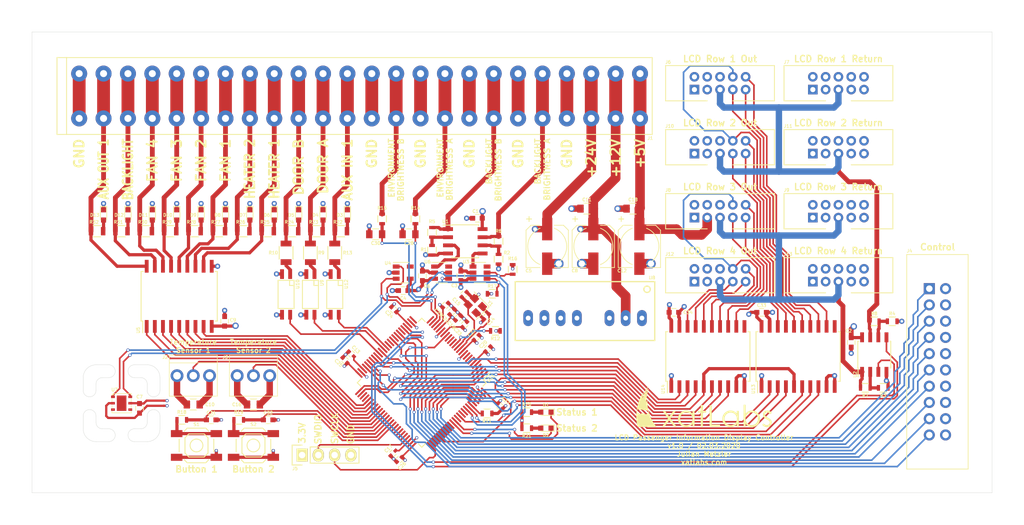
<source format=kicad_pcb>
(kicad_pcb (version 20171130) (host pcbnew "(6.0.0-rc1-dev-557-ge985f797c)")
  (title_block (title "funkwerk KJ LCD FIA Controller") (date 2020-03-02) (rev 1.0) (company xatLabs) (comment 1 "Julian Metzler"))
  (layers (0 F.Cu signal) (1 In1.Cu signal) (2 In2.Cu signal) (31 B.Cu signal) (34 B.Paste user) (35 F.Paste user) (36 B.SilkS user) (37 F.SilkS user) (38 B.Mask user) (39 F.Mask user) (44 Edge.Cuts user))
  (net 0 "")
  (net 1 GND)
  (net 2 +12V)
  (net 3 +3V3)
  (net 4 +24V)
  (net 5 +5V)
  (net 6 "Net-(C13-Pad1)")
  (net 7 "Net-(C14-Pad2)")
  (net 8 "Net-(C15-Pad1)")
  (net 9 "Net-(C17-Pad1)")
  (net 10 "Net-(C28-Pad1)")
  (net 11 "Net-(C30-Pad1)")
  (net 12 /BUTTON_1)
  (net 13 /BUTTON_2)
  (net 14 "Net-(D1-Pad2)")
  (net 15 /STATUS_LED_1)
  (net 16 "Net-(D2-Pad2)")
  (net 17 /STATUS_LED_2)
  (net 18 "Net-(D3-Pad2)")
  (net 19 "Net-(D4-Pad2)")
  (net 20 "Net-(D5-Pad2)")
  (net 21 "Net-(D6-Pad2)")
  (net 22 "Net-(D7-Pad2)")
  (net 23 "Net-(D8-Pad2)")
  (net 24 "Net-(D9-Pad2)")
  (net 25 "Net-(D10-Pad2)")
  (net 26 "Net-(D11-Pad2)")
  (net 27 "Net-(D12-Pad2)")
  (net 28 "Net-(D13-Pad2)")
  (net 29 BACKLIGHT_BRIGHTNESS_A)
  (net 30 AUX_OUT_1)
  (net 31 BACKLIGHT)
  (net 32 FAN_4)
  (net 33 FAN_3)
  (net 34 FAN_2)
  (net 35 FAN_1)
  (net 36 HEATER_2)
  (net 37 HEATER_1)
  (net 38 AUX_IN_1)
  (net 39 ENV_BRIGHTNESS_A)
  (net 40 ENV_BRIGHTNESS_B)
  (net 41 BACKLIGHT_BRIGHTNESS_B)
  (net 42 TEMP_1_ONEWIRE)
  (net 43 TEMP_2_ONEWIRE)
  (net 44 CTRL_RX)
  (net 45 CTRL_TX)
  (net 46 BITMAP_CS)
  (net 47 BITMAP_MISO)
  (net 48 BITMAP_MOSI)
  (net 49 BITMAP_SCK)
  (net 50 CTRL_AUX1_IN)
  (net 51 CTRL_AUX2_IN)
  (net 52 CTRL_AUX1_OUT)
  (net 53 CTRL_AUX2_OUT)
  (net 54 SWCLK)
  (net 55 SWDIO)
  (net 56 LCD1_CLK)
  (net 57 LCD1_DATA)
  (net 58 LCD12_FR)
  (net 59 LCD1_STR)
  (net 60 "Net-(J6-Pad6)")
  (net 61 LCD12_VLCD)
  (net 62 "Net-(J6-Pad2)")
  (net 63 "Net-(J6-Pad1)")
  (net 64 "Net-(J7-Pad10)")
  (net 65 "Net-(J7-Pad9)")
  (net 66 "Net-(J7-Pad8)")
  (net 67 "Net-(J7-Pad7)")
  (net 68 "Net-(J7-Pad6)")
  (net 69 "Net-(J7-Pad2)")
  (net 70 "Net-(J7-Pad1)")
  (net 71 LCD3_CLK)
  (net 72 LCD3_DATA)
  (net 73 LCD34_FR)
  (net 74 LCD3_STR)
  (net 75 "Net-(J8-Pad6)")
  (net 76 LCD34_VLCD)
  (net 77 "Net-(J8-Pad2)")
  (net 78 "Net-(J8-Pad1)")
  (net 79 "Net-(J9-Pad10)")
  (net 80 "Net-(J9-Pad9)")
  (net 81 "Net-(J9-Pad8)")
  (net 82 "Net-(J9-Pad7)")
  (net 83 "Net-(J9-Pad6)")
  (net 84 "Net-(J9-Pad2)")
  (net 85 "Net-(J9-Pad1)")
  (net 86 LCD2_CLK)
  (net 87 LCD2_DATA)
  (net 88 LCD2_STR)
  (net 89 "Net-(J10-Pad6)")
  (net 90 "Net-(J10-Pad2)")
  (net 91 "Net-(J10-Pad1)")
  (net 92 "Net-(J11-Pad10)")
  (net 93 "Net-(J11-Pad9)")
  (net 94 "Net-(J11-Pad8)")
  (net 95 "Net-(J11-Pad7)")
  (net 96 "Net-(J11-Pad6)")
  (net 97 "Net-(J11-Pad2)")
  (net 98 "Net-(J11-Pad1)")
  (net 99 LCD4_CLK)
  (net 100 LCD4_DATA)
  (net 101 LCD4_STR)
  (net 102 "Net-(J12-Pad6)")
  (net 103 "Net-(J12-Pad2)")
  (net 104 "Net-(J12-Pad1)")
  (net 105 "Net-(J13-Pad10)")
  (net 106 "Net-(J13-Pad9)")
  (net 107 "Net-(J13-Pad8)")
  (net 108 "Net-(J13-Pad7)")
  (net 109 "Net-(J13-Pad6)")
  (net 110 "Net-(J13-Pad2)")
  (net 111 "Net-(J13-Pad1)")
  (net 112 "Net-(R1-Pad1)")
  (net 113 "Net-(R2-Pad1)")
  (net 114 "Net-(R3-Pad1)")
  (net 115 "Net-(R4-Pad1)")
  (net 116 "Net-(R9-Pad1)")
  (net 117 "Net-(R10-Pad1)")
  (net 118 "Net-(R11-Pad1)")
  (net 119 "Net-(R12-Pad2)")
  (net 120 "Net-(R13-Pad1)")
  (net 121 I2C_SCL)
  (net 122 I2C_SDA)
  (net 123 "Net-(R18-Pad1)")
  (net 124 "Net-(R19-Pad1)")
  (net 125 LCD12_VLCD_MCU)
  (net 126 BACKLIGHT_BRIGHTNESS_A_MCU)
  (net 127 LCD34_VLCD_MCU)
  (net 128 BACKLIGHT_BRIGHTNESS_B_MCU)
  (net 129 "Net-(U3-Pad6)")
  (net 130 HEATER_1_MCU)
  (net 131 HEATER_2_MCU)
  (net 132 FAN_1_MCU)
  (net 133 FAN_2_MCU)
  (net 134 FAN_3_MCU)
  (net 135 FAN_4_MCU)
  (net 136 BACKLIGHT_MCU)
  (net 137 AUX_OUT_1_MCU)
  (net 138 "Net-(U6-Pad6)")
  (net 139 LCD4_DATA_MCU)
  (net 140 "Net-(U11-Pad7)")
  (net 141 "Net-(U11-Pad8)")
  (net 142 "Net-(U11-Pad9)")
  (net 143 "Net-(U11-Pad15)")
  (net 144 "Net-(U11-Pad16)")
  (net 145 "Net-(U11-Pad17)")
  (net 146 LCD2_DATA_MCU)
  (net 147 "Net-(U11-Pad25)")
  (net 148 "Net-(U11-Pad26)")
  (net 149 "Net-(U11-Pad31)")
  (net 150 LCD1_DATA_MCU)
  (net 151 LCD1_STR_MCU)
  (net 152 "Net-(U11-Pad34)")
  (net 153 LCD_FR_MCU)
  (net 154 LCD4_STR_MCU)
  (net 155 LCD4_CLK_MCU)
  (net 156 "Net-(U11-Pad44)")
  (net 157 LCD2_STR_MCU)
  (net 158 LCD2_CLK_MCU)
  (net 159 LCD3_CLK_MCU)
  (net 160 LCD3_STR_MCU)
  (net 161 AUX_IN_1_MCU)
  (net 162 "Net-(U11-Pad68)")
  (net 163 "Net-(U11-Pad69)")
  (net 164 "Net-(U11-Pad70)")
  (net 165 "Net-(U11-Pad71)")
  (net 166 "Net-(U11-Pad77)")
  (net 167 "Net-(U11-Pad78)")
  (net 168 "Net-(U11-Pad79)")
  (net 169 LCD3_DATA_MCU)
  (net 170 "Net-(U11-Pad81)")
  (net 171 "Net-(U11-Pad82)")
  (net 172 "Net-(U11-Pad83)")
  (net 173 "Net-(U11-Pad84)")
  (net 174 "Net-(U11-Pad85)")
  (net 175 "Net-(U11-Pad88)")
  (net 176 LCD1_CLK_MCU)
  (net 177 "Net-(U11-Pad90)")
  (net 178 "Net-(U11-Pad91)")
  (net 179 "Net-(U13-Pad11)")
  (net 180 "Net-(U14-Pad11)")
  (net 181 DOOR_B)
  (net 182 DOOR_A)
  (net 183 DOOR_A_MCU)
  (net 184 DOOR_B_MCU)
  (net 185 "Net-(U11-Pad53)")
  (net 186 "Net-(U11-Pad54)")
  (net 187 "Net-(U11-Pad67)")
  (net 188 "Net-(U11-Pad36)")
  (net 189 "Net-(U11-Pad37)")
  (module Capacitors_SMD:C_0402 (layer F.Cu) (at 107.6 85.7 45)
    (fp_text reference C23 (at -1.555635 0 135) (layer F.SilkS) (effects (font (size 0.5 0.5) (thickness 0.1))))
    (fp_text value 100n)
    (pad 1 smd rect (at -0.55 0 45) (size 0.6 0.5) (layers F.Cu F.Paste F.Mask) (net 3 +3V3))
    (pad 2 smd rect (at 0.55 0 45) (size 0.6 0.5) (layers F.Cu F.Paste F.Mask) (net 1 GND))
  )
  (module Capacitors_SMD:C_0402 (layer F.Cu) (at 105.6 83.7 45)
    (fp_text reference C21 (at -1.555635 0 135) (layer F.SilkS) (effects (font (size 0.5 0.5) (thickness 0.1))))
    (fp_text value 10n)
    (pad 1 smd rect (at -0.55 0 45) (size 0.6 0.5) (layers F.Cu F.Paste F.Mask) (net 3 +3V3))
    (pad 2 smd rect (at 0.55 0 45) (size 0.6 0.5) (layers F.Cu F.Paste F.Mask) (net 1 GND))
  )
  (module Capacitors_SMD:C_0402 (layer F.Cu) (at 106.6 84.7 45)
    (fp_text reference C19 (at -1.555635 0 135) (layer F.SilkS) (effects (font (size 0.5 0.5) (thickness 0.1))))
    (fp_text value 1µ)
    (pad 1 smd rect (at -0.55 0 45) (size 0.6 0.5) (layers F.Cu F.Paste F.Mask) (net 3 +3V3))
    (pad 2 smd rect (at 0.55 0 45) (size 0.6 0.5) (layers F.Cu F.Paste F.Mask) (net 1 GND))
  )
  (module Capacitors_SMD:C_0402 (layer F.Cu) (at 96.4 105.8 225)
    (fp_text reference C17 (at 0 0.989949 225) (layer F.SilkS) (effects (font (size 0.5 0.5) (thickness 0.1))))
    (fp_text value 2.2µ)
    (pad 1 smd rect (at -0.55 0 225) (size 0.6 0.5) (layers F.Cu F.Paste F.Mask) (net 9 "Net-(C17-Pad1)"))
    (pad 2 smd rect (at 0.55 0 225) (size 0.6 0.5) (layers F.Cu F.Paste F.Mask) (net 1 GND))
  )
  (module Capacitors_SMD:C_0402 (layer F.Cu) (at 107.496946 80.988724 45)
    (fp_text reference C15 (at -1.632159 -0.060578 135) (layer F.SilkS) (effects (font (size 0.5 0.5) (thickness 0.1))))
    (fp_text value 18p)
    (pad 1 smd rect (at -0.55 0 45) (size 0.6 0.5) (layers F.Cu F.Paste F.Mask) (net 8 "Net-(C15-Pad1)"))
    (pad 2 smd rect (at 0.55 0 45) (size 0.6 0.5) (layers F.Cu F.Paste F.Mask) (net 1 GND))
  )
  (module Capacitors_SMD:C_0402 (layer F.Cu) (at 111.03248 84.524258 45)
    (fp_text reference C14 (at -0.005814 0.94983 45) (layer F.SilkS) (effects (font (size 0.5 0.5) (thickness 0.1))))
    (fp_text value 18p)
    (pad 1 smd rect (at -0.55 0 45) (size 0.6 0.5) (layers F.Cu F.Paste F.Mask) (net 1 GND))
    (pad 2 smd rect (at 0.55 0 45) (size 0.6 0.5) (layers F.Cu F.Paste F.Mask) (net 7 "Net-(C14-Pad2)"))
  )
  (module Capacitors_SMD:C_0402 (layer F.Cu) (at 89.9 90.3 135)
    (fp_text reference C13 (at 0 0.989949 135) (layer F.SilkS) (effects (font (size 0.5 0.5) (thickness 0.1))))
    (fp_text value 2.2µ)
    (pad 1 smd rect (at -0.55 0 135) (size 0.6 0.5) (layers F.Cu F.Paste F.Mask) (net 6 "Net-(C13-Pad1)"))
    (pad 2 smd rect (at 0.55 0 135) (size 0.6 0.5) (layers F.Cu F.Paste F.Mask) (net 1 GND))
  )
  (module Capacitors_SMD:C_0402 (layer F.Cu) (at 104.6 82.7 45)
    (fp_text reference C29 (at -1.555635 0 135) (layer F.SilkS) (effects (font (size 0.5 0.5) (thickness 0.1))))
    (fp_text value 100n)
    (pad 1 smd rect (at -0.55 0 45) (size 0.6 0.5) (layers F.Cu F.Paste F.Mask) (net 3 +3V3))
    (pad 2 smd rect (at 0.55 0 45) (size 0.6 0.5) (layers F.Cu F.Paste F.Mask) (net 1 GND))
  )
  (module Capacitors_SMD:C_0402 (layer F.Cu) (at 113.1 98.5 315)
    (fp_text reference C27 (at 0 -1.272792 315) (layer F.SilkS) (effects (font (size 0.5 0.5) (thickness 0.1))))
    (fp_text value 100n)
    (pad 1 smd rect (at -0.55 0 315) (size 0.6 0.5) (layers F.Cu F.Paste F.Mask) (net 3 +3V3))
    (pad 2 smd rect (at 0.55 0 315) (size 0.6 0.5) (layers F.Cu F.Paste F.Mask) (net 1 GND))
  )
  (module Capacitors_SMD:C_0402 (layer F.Cu) (at 97.4 106.8 225)
    (fp_text reference C26 (at 0.424264 -0.989949 225) (layer F.SilkS) (effects (font (size 0.5 0.5) (thickness 0.1))))
    (fp_text value 100n)
    (pad 1 smd rect (at -0.55 0 225) (size 0.6 0.5) (layers F.Cu F.Paste F.Mask) (net 3 +3V3))
    (pad 2 smd rect (at 0.55 0 225) (size 0.6 0.5) (layers F.Cu F.Paste F.Mask) (net 1 GND))
  )
  (module Capacitors_SMD:C_0402 (layer F.Cu) (at 88.9 91.3 135)
    (fp_text reference C25 (at 0.424264 -0.989949 135) (layer F.SilkS) (effects (font (size 0.5 0.5) (thickness 0.1))))
    (fp_text value 100n)
    (pad 1 smd rect (at -0.55 0 135) (size 0.6 0.5) (layers F.Cu F.Paste F.Mask) (net 3 +3V3))
    (pad 2 smd rect (at 0.55 0 135) (size 0.6 0.5) (layers F.Cu F.Paste F.Mask) (net 1 GND))
  )
  (module Capacitors_SMD:C_0402 (layer F.Cu) (at 96.5 83.4 135)
    (fp_text reference C24 (at 0 -0.989949 135) (layer F.SilkS) (effects (font (size 0.5 0.5) (thickness 0.1))))
    (fp_text value 100n)
    (pad 1 smd rect (at -0.55 0 135) (size 0.6 0.5) (layers F.Cu F.Paste F.Mask) (net 3 +3V3))
    (pad 2 smd rect (at 0.55 0 135) (size 0.6 0.5) (layers F.Cu F.Paste F.Mask) (net 1 GND))
  )
  (module Capacitors_SMD:C_0402 (layer F.Cu) (at 109.4 87.7 45)
    (fp_text reference C22 (at 0 -0.989949 45) (layer F.SilkS) (effects (font (size 0.5 0.5) (thickness 0.1))))
    (fp_text value 100n)
    (pad 1 smd rect (at -0.55 0 45) (size 0.6 0.5) (layers F.Cu F.Paste F.Mask) (net 3 +3V3))
    (pad 2 smd rect (at 0.55 0 45) (size 0.6 0.5) (layers F.Cu F.Paste F.Mask) (net 1 GND))
  )
  (module Capacitors_SMD:C_0402 (layer F.Cu) (at 111.2 89.5 45)
    (fp_text reference C20 (at 0 -0.989949 45) (layer F.SilkS) (effects (font (size 0.5 0.5) (thickness 0.1))))
    (fp_text value 100n)
    (pad 1 smd rect (at -0.55 0 45) (size 0.6 0.5) (layers F.Cu F.Paste F.Mask) (net 3 +3V3))
    (pad 2 smd rect (at 0.55 0 45) (size 0.6 0.5) (layers F.Cu F.Paste F.Mask) (net 1 GND))
  )
  (module Resistors_SMD:R_1206 (layer F.Cu) (at 87.3 74.5 90)
    (fp_text reference R13 (at 0 2 180) (layer F.SilkS) (effects (font (size 0.5 0.5) (thickness 0.1))))
    (fp_text value 1.5k)
    (pad 1 smd rect (at -1.45 0 90) (size 0.9 1.7) (layers F.Cu F.Paste F.Mask) (net 120 "Net-(R13-Pad1)"))
    (pad 2 smd rect (at 1.45 0 90) (size 0.9 1.7) (layers F.Cu F.Paste F.Mask) (net 38 AUX_IN_1))
  )
  (module Resistors_SMD:R_1206 (layer F.Cu) (at 79.7 74.5 90)
    (fp_text reference R10 (at 0 -2 180) (layer F.SilkS) (effects (font (size 0.5 0.5) (thickness 0.1))))
    (fp_text value 1.5k)
    (pad 1 smd rect (at -1.45 0 90) (size 0.9 1.7) (layers F.Cu F.Paste F.Mask) (net 117 "Net-(R10-Pad1)"))
    (pad 2 smd rect (at 1.45 0 90) (size 0.9 1.7) (layers F.Cu F.Paste F.Mask) (net 181 DOOR_B))
  )
  (module Resistors_SMD:R_1206 (layer F.Cu) (at 83.5 74.5 90)
    (fp_text reference R9 (at 0 1.7 180) (layer F.SilkS) (effects (font (size 0.5 0.5) (thickness 0.1))))
    (fp_text value 1.5k)
    (pad 1 smd rect (at -1.45 0 90) (size 0.9 1.7) (layers F.Cu F.Paste F.Mask) (net 116 "Net-(R9-Pad1)"))
    (pad 2 smd rect (at 1.45 0 90) (size 0.9 1.7) (layers F.Cu F.Paste F.Mask) (net 182 DOOR_A))
  )
  (module Resistors_SMD:R_0805 (layer F.Cu) (at 50.164 71.12 180)
    (fp_text reference R32 (at 0.464 1.42 180) (layer F.SilkS) (effects (font (size 0.5 0.5) (thickness 0.1))))
    (fp_text value 4.7k)
    (pad 1 smd rect (at -0.95 0 180) (size 0.7 1.3) (layers F.Cu F.Paste F.Mask) (net 28 "Net-(D13-Pad2)"))
    (pad 2 smd rect (at 0.95 0 180) (size 0.7 1.3) (layers F.Cu F.Paste F.Mask) (net 30 AUX_OUT_1))
  )
  (module Resistors_SMD:R_0805 (layer F.Cu) (at 53.974 71.12 180)
    (fp_text reference R31 (at 0.474 1.42 180) (layer F.SilkS) (effects (font (size 0.5 0.5) (thickness 0.1))))
    (fp_text value 4.7k)
    (pad 1 smd rect (at -0.95 0 180) (size 0.7 1.3) (layers F.Cu F.Paste F.Mask) (net 27 "Net-(D12-Pad2)"))
    (pad 2 smd rect (at 0.95 0 180) (size 0.7 1.3) (layers F.Cu F.Paste F.Mask) (net 31 BACKLIGHT))
  )
  (module Resistors_SMD:R_0805 (layer F.Cu) (at 57.784 71.12 180)
    (fp_text reference R30 (at 0.484 1.42 180) (layer F.SilkS) (effects (font (size 0.5 0.5) (thickness 0.1))))
    (fp_text value 4.7k)
    (pad 1 smd rect (at -0.95 0 180) (size 0.7 1.3) (layers F.Cu F.Paste F.Mask) (net 26 "Net-(D11-Pad2)"))
    (pad 2 smd rect (at 0.95 0 180) (size 0.7 1.3) (layers F.Cu F.Paste F.Mask) (net 32 FAN_4))
  )
  (module Resistors_SMD:R_0805 (layer F.Cu) (at 61.594 71.12 180)
    (fp_text reference R29 (at 0.494 1.42 180) (layer F.SilkS) (effects (font (size 0.5 0.5) (thickness 0.1))))
    (fp_text value 4.7k)
    (pad 1 smd rect (at -0.95 0 180) (size 0.7 1.3) (layers F.Cu F.Paste F.Mask) (net 25 "Net-(D10-Pad2)"))
    (pad 2 smd rect (at 0.95 0 180) (size 0.7 1.3) (layers F.Cu F.Paste F.Mask) (net 33 FAN_3))
  )
  (module Resistors_SMD:R_0805 (layer F.Cu) (at 65.404 71.12 180)
    (fp_text reference R28 (at 0.504 1.42 180) (layer F.SilkS) (effects (font (size 0.5 0.5) (thickness 0.1))))
    (fp_text value 4.7k)
    (pad 1 smd rect (at -0.95 0 180) (size 0.7 1.3) (layers F.Cu F.Paste F.Mask) (net 24 "Net-(D9-Pad2)"))
    (pad 2 smd rect (at 0.95 0 180) (size 0.7 1.3) (layers F.Cu F.Paste F.Mask) (net 34 FAN_2))
  )
  (module Resistors_SMD:R_0805 (layer F.Cu) (at 69.214 71.12 180)
    (fp_text reference R27 (at 0.514 1.42 180) (layer F.SilkS) (effects (font (size 0.5 0.5) (thickness 0.1))))
    (fp_text value 4.7k)
    (pad 1 smd rect (at -0.95 0 180) (size 0.7 1.3) (layers F.Cu F.Paste F.Mask) (net 23 "Net-(D8-Pad2)"))
    (pad 2 smd rect (at 0.95 0 180) (size 0.7 1.3) (layers F.Cu F.Paste F.Mask) (net 35 FAN_1))
  )
  (module Resistors_SMD:R_0805 (layer F.Cu) (at 73.024 71.12 180)
    (fp_text reference R26 (at 0.424 1.42 180) (layer F.SilkS) (effects (font (size 0.5 0.5) (thickness 0.1))))
    (fp_text value 4.7k)
    (pad 1 smd rect (at -0.95 0 180) (size 0.7 1.3) (layers F.Cu F.Paste F.Mask) (net 22 "Net-(D7-Pad2)"))
    (pad 2 smd rect (at 0.95 0 180) (size 0.7 1.3) (layers F.Cu F.Paste F.Mask) (net 36 HEATER_2))
  )
  (module Resistors_SMD:R_0805 (layer F.Cu) (at 76.834 71.12 180)
    (fp_text reference R25 (at 0.434 1.42 180) (layer F.SilkS) (effects (font (size 0.5 0.5) (thickness 0.1))))
    (fp_text value 4.7k)
    (pad 1 smd rect (at -0.95 0 180) (size 0.7 1.3) (layers F.Cu F.Paste F.Mask) (net 21 "Net-(D6-Pad2)"))
    (pad 2 smd rect (at 0.95 0 180) (size 0.7 1.3) (layers F.Cu F.Paste F.Mask) (net 37 HEATER_1))
  )
  (module Resistors_SMD:R_0805 (layer F.Cu) (at 80.644 71.12 180)
    (fp_text reference R24 (at 0.444 1.42 180) (layer F.SilkS) (effects (font (size 0.5 0.5) (thickness 0.1))))
    (fp_text value 4.7k)
    (pad 1 smd rect (at -0.95 0 180) (size 0.7 1.3) (layers F.Cu F.Paste F.Mask) (net 20 "Net-(D5-Pad2)"))
    (pad 2 smd rect (at 0.95 0 180) (size 0.7 1.3) (layers F.Cu F.Paste F.Mask) (net 181 DOOR_B))
  )
  (module Resistors_SMD:R_0805 (layer F.Cu) (at 84.454 71.12 180)
    (fp_text reference R23 (at 0.454 1.42 180) (layer F.SilkS) (effects (font (size 0.5 0.5) (thickness 0.1))))
    (fp_text value 4.7k)
    (pad 1 smd rect (at -0.95 0 180) (size 0.7 1.3) (layers F.Cu F.Paste F.Mask) (net 19 "Net-(D4-Pad2)"))
    (pad 2 smd rect (at 0.95 0 180) (size 0.7 1.3) (layers F.Cu F.Paste F.Mask) (net 182 DOOR_A))
  )
  (module Resistors_SMD:R_0805 (layer F.Cu) (at 88.264 71.12 180)
    (fp_text reference R22 (at 0.464 1.42 180) (layer F.SilkS) (effects (font (size 0.5 0.5) (thickness 0.1))))
    (fp_text value 4.7k)
    (pad 1 smd rect (at -0.95 0 180) (size 0.7 1.3) (layers F.Cu F.Paste F.Mask) (net 18 "Net-(D3-Pad2)"))
    (pad 2 smd rect (at 0.95 0 180) (size 0.7 1.3) (layers F.Cu F.Paste F.Mask) (net 38 AUX_IN_1))
  )
  (module LEDs:LED_0603 (layer F.Cu) (at 51.18 68.58 270)
    (fp_text reference D13 (at 0.02 1.38) (layer F.SilkS) (effects (font (size 0.5 0.5) (thickness 0.1))))
    (fp_text value orange)
    (pad 2 smd rect (at 0.8 0 90) (size 0.8 0.8) (layers F.Cu F.Paste F.Mask) (net 28 "Net-(D13-Pad2)"))
    (pad 1 smd rect (at -0.8 0 90) (size 0.8 0.8) (layers F.Cu F.Paste F.Mask) (net 1 GND))
  )
  (module LEDs:LED_0603 (layer F.Cu) (at 54.99 68.58 270)
    (fp_text reference D12 (at 0.02 1.39) (layer F.SilkS) (effects (font (size 0.5 0.5) (thickness 0.1))))
    (fp_text value orange)
    (pad 2 smd rect (at 0.8 0 90) (size 0.8 0.8) (layers F.Cu F.Paste F.Mask) (net 27 "Net-(D12-Pad2)"))
    (pad 1 smd rect (at -0.8 0 90) (size 0.8 0.8) (layers F.Cu F.Paste F.Mask) (net 1 GND))
  )
  (module LEDs:LED_0603 (layer F.Cu) (at 58.8 68.58 270)
    (fp_text reference D11 (at 0.02 1.4) (layer F.SilkS) (effects (font (size 0.5 0.5) (thickness 0.1))))
    (fp_text value orange)
    (pad 2 smd rect (at 0.8 0 90) (size 0.8 0.8) (layers F.Cu F.Paste F.Mask) (net 26 "Net-(D11-Pad2)"))
    (pad 1 smd rect (at -0.8 0 90) (size 0.8 0.8) (layers F.Cu F.Paste F.Mask) (net 1 GND))
  )
  (module LEDs:LED_0603 (layer F.Cu) (at 62.61 68.58 270)
    (fp_text reference D10 (at 0.02 1.41) (layer F.SilkS) (effects (font (size 0.5 0.5) (thickness 0.1))))
    (fp_text value orange)
    (pad 2 smd rect (at 0.8 0 90) (size 0.8 0.8) (layers F.Cu F.Paste F.Mask) (net 25 "Net-(D10-Pad2)"))
    (pad 1 smd rect (at -0.8 0 90) (size 0.8 0.8) (layers F.Cu F.Paste F.Mask) (net 1 GND))
  )
  (module LEDs:LED_0603 (layer F.Cu) (at 66.42 68.58 270)
    (fp_text reference D9 (at 0.02 1.22) (layer F.SilkS) (effects (font (size 0.5 0.5) (thickness 0.1))))
    (fp_text value orange)
    (pad 2 smd rect (at 0.8 0 90) (size 0.8 0.8) (layers F.Cu F.Paste F.Mask) (net 24 "Net-(D9-Pad2)"))
    (pad 1 smd rect (at -0.8 0 90) (size 0.8 0.8) (layers F.Cu F.Paste F.Mask) (net 1 GND))
  )
  (module LEDs:LED_0603 (layer F.Cu) (at 70.23 68.58 270)
    (fp_text reference D8 (at 0.02 1.23) (layer F.SilkS) (effects (font (size 0.5 0.5) (thickness 0.1))))
    (fp_text value orange)
    (pad 2 smd rect (at 0.8 0 90) (size 0.8 0.8) (layers F.Cu F.Paste F.Mask) (net 23 "Net-(D8-Pad2)"))
    (pad 1 smd rect (at -0.8 0 90) (size 0.8 0.8) (layers F.Cu F.Paste F.Mask) (net 1 GND))
  )
  (module LEDs:LED_0603 (layer F.Cu) (at 74.04 68.58 270)
    (fp_text reference D7 (at 0.02 1.14) (layer F.SilkS) (effects (font (size 0.5 0.5) (thickness 0.1))))
    (fp_text value orange)
    (pad 2 smd rect (at 0.8 0 90) (size 0.8 0.8) (layers F.Cu F.Paste F.Mask) (net 22 "Net-(D7-Pad2)"))
    (pad 1 smd rect (at -0.8 0 90) (size 0.8 0.8) (layers F.Cu F.Paste F.Mask) (net 1 GND))
  )
  (module LEDs:LED_0603 (layer F.Cu) (at 77.85 68.58 270)
    (fp_text reference D6 (at 0.02 1.15) (layer F.SilkS) (effects (font (size 0.5 0.5) (thickness 0.1))))
    (fp_text value orange)
    (pad 2 smd rect (at 0.8 0 90) (size 0.8 0.8) (layers F.Cu F.Paste F.Mask) (net 21 "Net-(D6-Pad2)"))
    (pad 1 smd rect (at -0.8 0 90) (size 0.8 0.8) (layers F.Cu F.Paste F.Mask) (net 1 GND))
  )
  (module LEDs:LED_0603 (layer F.Cu) (at 81.66 68.58 270)
    (fp_text reference D5 (at 0.02 1.16) (layer F.SilkS) (effects (font (size 0.5 0.5) (thickness 0.1))))
    (fp_text value orange)
    (pad 2 smd rect (at 0.8 0 90) (size 0.8 0.8) (layers F.Cu F.Paste F.Mask) (net 20 "Net-(D5-Pad2)"))
    (pad 1 smd rect (at -0.8 0 90) (size 0.8 0.8) (layers F.Cu F.Paste F.Mask) (net 1 GND))
  )
  (module LEDs:LED_0603 (layer F.Cu) (at 85.47 68.58 270)
    (fp_text reference D4 (at 0.02 1.17) (layer F.SilkS) (effects (font (size 0.5 0.5) (thickness 0.1))))
    (fp_text value orange)
    (pad 2 smd rect (at 0.8 0 90) (size 0.8 0.8) (layers F.Cu F.Paste F.Mask) (net 19 "Net-(D4-Pad2)"))
    (pad 1 smd rect (at -0.8 0 90) (size 0.8 0.8) (layers F.Cu F.Paste F.Mask) (net 1 GND))
  )
  (module LEDs:LED_0603 (layer F.Cu) (at 89.28 68.58 270)
    (fp_text reference D3 (at 0.02 1.18) (layer F.SilkS) (effects (font (size 0.5 0.5) (thickness 0.1))))
    (fp_text value orange)
    (pad 2 smd rect (at 0.8 0 90) (size 0.8 0.8) (layers F.Cu F.Paste F.Mask) (net 18 "Net-(D3-Pad2)"))
    (pad 1 smd rect (at -0.8 0 90) (size 0.8 0.8) (layers F.Cu F.Paste F.Mask) (net 1 GND))
  )
  (module custom:Connector_IDC_2mm_10pin_THT_Straight (layer F.Cu) (at 162 79)
    (fp_text reference J13 (at -4.6 -4.3) (layer F.SilkS) (effects (font (size 0.5 0.5) (thickness 0.1)) (justify left)))
    (fp_text value "LCD 4 Loopback")
    (pad 10 thru_hole circle (at 8 -2) (size 1.5 1.5) (drill 0.8) (layers *.Cu *.Mask) (net 105 "Net-(J13-Pad10)"))
    (pad 9 thru_hole circle (at 8 0) (size 1.5 1.5) (drill 0.8) (layers *.Cu *.Mask) (net 106 "Net-(J13-Pad9)"))
    (pad 8 thru_hole circle (at 6 -2) (size 1.5 1.5) (drill 0.8) (layers *.Cu *.Mask) (net 107 "Net-(J13-Pad8)"))
    (pad 7 thru_hole circle (at 6 0) (size 1.5 1.5) (drill 0.8) (layers *.Cu *.Mask) (net 108 "Net-(J13-Pad7)"))
    (pad 6 thru_hole circle (at 4 -2) (size 1.5 1.5) (drill 0.8) (layers *.Cu *.Mask) (net 109 "Net-(J13-Pad6)"))
    (pad 5 thru_hole circle (at 4 0) (size 1.5 1.5) (drill 0.8) (layers *.Cu *.Mask) (net 76 LCD34_VLCD))
    (pad 4 thru_hole circle (at 2 -2) (size 1.5 1.5) (drill 0.8) (layers *.Cu *.Mask) (net 1 GND))
    (pad 3 thru_hole circle (at 2 0) (size 1.5 1.5) (drill 0.8) (layers *.Cu *.Mask) (net 5 +5V))
    (pad 2 thru_hole circle (at 0 -2) (size 1.5 1.5) (drill 0.8) (layers *.Cu *.Mask) (net 110 "Net-(J13-Pad2)"))
    (pad 1 thru_hole rect (at 0 0) (size 1.5 1.5) (drill 0.8) (layers *.Cu *.Mask) (net 111 "Net-(J13-Pad1)"))
  )
  (module custom:Connector_IDC_2mm_10pin_THT_Straight (layer F.Cu) (at 143.5 79)
    (fp_text reference J12 (at -4.6 -4.3) (layer F.SilkS) (effects (font (size 0.5 0.5) (thickness 0.1)) (justify left)))
    (fp_text value "LCD 4 Out")
    (pad 10 thru_hole circle (at 8 -2) (size 1.5 1.5) (drill 0.8) (layers *.Cu *.Mask) (net 99 LCD4_CLK))
    (pad 9 thru_hole circle (at 8 0) (size 1.5 1.5) (drill 0.8) (layers *.Cu *.Mask) (net 100 LCD4_DATA))
    (pad 8 thru_hole circle (at 6 -2) (size 1.5 1.5) (drill 0.8) (layers *.Cu *.Mask) (net 73 LCD34_FR))
    (pad 7 thru_hole circle (at 6 0) (size 1.5 1.5) (drill 0.8) (layers *.Cu *.Mask) (net 101 LCD4_STR))
    (pad 6 thru_hole circle (at 4 -2) (size 1.5 1.5) (drill 0.8) (layers *.Cu *.Mask) (net 102 "Net-(J12-Pad6)"))
    (pad 5 thru_hole circle (at 4 0) (size 1.5 1.5) (drill 0.8) (layers *.Cu *.Mask) (net 76 LCD34_VLCD))
    (pad 4 thru_hole circle (at 2 -2) (size 1.5 1.5) (drill 0.8) (layers *.Cu *.Mask) (net 1 GND))
    (pad 3 thru_hole circle (at 2 0) (size 1.5 1.5) (drill 0.8) (layers *.Cu *.Mask) (net 5 +5V))
    (pad 2 thru_hole circle (at 0 -2) (size 1.5 1.5) (drill 0.8) (layers *.Cu *.Mask) (net 103 "Net-(J12-Pad2)"))
    (pad 1 thru_hole rect (at 0 0) (size 1.5 1.5) (drill 0.8) (layers *.Cu *.Mask) (net 104 "Net-(J12-Pad1)"))
  )
  (module custom:Connector_IDC_2mm_10pin_THT_Straight (layer F.Cu) (at 162 59)
    (fp_text reference J11 (at -4.6 -4.3) (layer F.SilkS) (effects (font (size 0.5 0.5) (thickness 0.1)) (justify left)))
    (fp_text value "LCD 2 Loopback")
    (pad 10 thru_hole circle (at 8 -2) (size 1.5 1.5) (drill 0.8) (layers *.Cu *.Mask) (net 92 "Net-(J11-Pad10)"))
    (pad 9 thru_hole circle (at 8 0) (size 1.5 1.5) (drill 0.8) (layers *.Cu *.Mask) (net 93 "Net-(J11-Pad9)"))
    (pad 8 thru_hole circle (at 6 -2) (size 1.5 1.5) (drill 0.8) (layers *.Cu *.Mask) (net 94 "Net-(J11-Pad8)"))
    (pad 7 thru_hole circle (at 6 0) (size 1.5 1.5) (drill 0.8) (layers *.Cu *.Mask) (net 95 "Net-(J11-Pad7)"))
    (pad 6 thru_hole circle (at 4 -2) (size 1.5 1.5) (drill 0.8) (layers *.Cu *.Mask) (net 96 "Net-(J11-Pad6)"))
    (pad 5 thru_hole circle (at 4 0) (size 1.5 1.5) (drill 0.8) (layers *.Cu *.Mask) (net 61 LCD12_VLCD))
    (pad 4 thru_hole circle (at 2 -2) (size 1.5 1.5) (drill 0.8) (layers *.Cu *.Mask) (net 1 GND))
    (pad 3 thru_hole circle (at 2 0) (size 1.5 1.5) (drill 0.8) (layers *.Cu *.Mask) (net 5 +5V))
    (pad 2 thru_hole circle (at 0 -2) (size 1.5 1.5) (drill 0.8) (layers *.Cu *.Mask) (net 97 "Net-(J11-Pad2)"))
    (pad 1 thru_hole rect (at 0 0) (size 1.5 1.5) (drill 0.8) (layers *.Cu *.Mask) (net 98 "Net-(J11-Pad1)"))
  )
  (module custom:Connector_IDC_2mm_10pin_THT_Straight (layer F.Cu) (at 143.5 59)
    (fp_text reference J10 (at -4.6 -4.3) (layer F.SilkS) (effects (font (size 0.5 0.5) (thickness 0.1)) (justify left)))
    (fp_text value "LCD 2 Out")
    (pad 10 thru_hole circle (at 8 -2) (size 1.5 1.5) (drill 0.8) (layers *.Cu *.Mask) (net 86 LCD2_CLK))
    (pad 9 thru_hole circle (at 8 0) (size 1.5 1.5) (drill 0.8) (layers *.Cu *.Mask) (net 87 LCD2_DATA))
    (pad 8 thru_hole circle (at 6 -2) (size 1.5 1.5) (drill 0.8) (layers *.Cu *.Mask) (net 58 LCD12_FR))
    (pad 7 thru_hole circle (at 6 0) (size 1.5 1.5) (drill 0.8) (layers *.Cu *.Mask) (net 88 LCD2_STR))
    (pad 6 thru_hole circle (at 4 -2) (size 1.5 1.5) (drill 0.8) (layers *.Cu *.Mask) (net 89 "Net-(J10-Pad6)"))
    (pad 5 thru_hole circle (at 4 0) (size 1.5 1.5) (drill 0.8) (layers *.Cu *.Mask) (net 61 LCD12_VLCD))
    (pad 4 thru_hole circle (at 2 -2) (size 1.5 1.5) (drill 0.8) (layers *.Cu *.Mask) (net 1 GND))
    (pad 3 thru_hole circle (at 2 0) (size 1.5 1.5) (drill 0.8) (layers *.Cu *.Mask) (net 5 +5V))
    (pad 2 thru_hole circle (at 0 -2) (size 1.5 1.5) (drill 0.8) (layers *.Cu *.Mask) (net 90 "Net-(J10-Pad2)"))
    (pad 1 thru_hole rect (at 0 0) (size 1.5 1.5) (drill 0.8) (layers *.Cu *.Mask) (net 91 "Net-(J10-Pad1)"))
  )
  (module custom:Connector_IDC_2mm_10pin_THT_Straight (layer F.Cu) (at 162 69)
    (fp_text reference J9 (at -4.6 -4.3) (layer F.SilkS) (effects (font (size 0.5 0.5) (thickness 0.1)) (justify left)))
    (fp_text value "LCD 3 Loopback")
    (pad 10 thru_hole circle (at 8 -2) (size 1.5 1.5) (drill 0.8) (layers *.Cu *.Mask) (net 79 "Net-(J9-Pad10)"))
    (pad 9 thru_hole circle (at 8 0) (size 1.5 1.5) (drill 0.8) (layers *.Cu *.Mask) (net 80 "Net-(J9-Pad9)"))
    (pad 8 thru_hole circle (at 6 -2) (size 1.5 1.5) (drill 0.8) (layers *.Cu *.Mask) (net 81 "Net-(J9-Pad8)"))
    (pad 7 thru_hole circle (at 6 0) (size 1.5 1.5) (drill 0.8) (layers *.Cu *.Mask) (net 82 "Net-(J9-Pad7)"))
    (pad 6 thru_hole circle (at 4 -2) (size 1.5 1.5) (drill 0.8) (layers *.Cu *.Mask) (net 83 "Net-(J9-Pad6)"))
    (pad 5 thru_hole circle (at 4 0) (size 1.5 1.5) (drill 0.8) (layers *.Cu *.Mask) (net 76 LCD34_VLCD))
    (pad 4 thru_hole circle (at 2 -2) (size 1.5 1.5) (drill 0.8) (layers *.Cu *.Mask) (net 1 GND))
    (pad 3 thru_hole circle (at 2 0) (size 1.5 1.5) (drill 0.8) (layers *.Cu *.Mask) (net 5 +5V))
    (pad 2 thru_hole circle (at 0 -2) (size 1.5 1.5) (drill 0.8) (layers *.Cu *.Mask) (net 84 "Net-(J9-Pad2)"))
    (pad 1 thru_hole rect (at 0 0) (size 1.5 1.5) (drill 0.8) (layers *.Cu *.Mask) (net 85 "Net-(J9-Pad1)"))
  )
  (module custom:Connector_IDC_2mm_10pin_THT_Straight (layer F.Cu) (at 143.5 69)
    (fp_text reference J8 (at -4.6 -4.3) (layer F.SilkS) (effects (font (size 0.5 0.5) (thickness 0.1)) (justify left)))
    (fp_text value "LCD 3 Out")
    (pad 10 thru_hole circle (at 8 -2) (size 1.5 1.5) (drill 0.8) (layers *.Cu *.Mask) (net 71 LCD3_CLK))
    (pad 9 thru_hole circle (at 8 0) (size 1.5 1.5) (drill 0.8) (layers *.Cu *.Mask) (net 72 LCD3_DATA))
    (pad 8 thru_hole circle (at 6 -2) (size 1.5 1.5) (drill 0.8) (layers *.Cu *.Mask) (net 73 LCD34_FR))
    (pad 7 thru_hole circle (at 6 0) (size 1.5 1.5) (drill 0.8) (layers *.Cu *.Mask) (net 74 LCD3_STR))
    (pad 6 thru_hole circle (at 4 -2) (size 1.5 1.5) (drill 0.8) (layers *.Cu *.Mask) (net 75 "Net-(J8-Pad6)"))
    (pad 5 thru_hole circle (at 4 0) (size 1.5 1.5) (drill 0.8) (layers *.Cu *.Mask) (net 76 LCD34_VLCD))
    (pad 4 thru_hole circle (at 2 -2) (size 1.5 1.5) (drill 0.8) (layers *.Cu *.Mask) (net 1 GND))
    (pad 3 thru_hole circle (at 2 0) (size 1.5 1.5) (drill 0.8) (layers *.Cu *.Mask) (net 5 +5V))
    (pad 2 thru_hole circle (at 0 -2) (size 1.5 1.5) (drill 0.8) (layers *.Cu *.Mask) (net 77 "Net-(J8-Pad2)"))
    (pad 1 thru_hole rect (at 0 0) (size 1.5 1.5) (drill 0.8) (layers *.Cu *.Mask) (net 78 "Net-(J8-Pad1)"))
  )
  (module custom:Connector_IDC_2mm_10pin_THT_Straight (layer F.Cu) (at 162 49)
    (fp_text reference J7 (at -4.6 -4.3) (layer F.SilkS) (effects (font (size 0.5 0.5) (thickness 0.1)) (justify left)))
    (fp_text value "LCD 1 Loopback")
    (pad 10 thru_hole circle (at 8 -2) (size 1.5 1.5) (drill 0.8) (layers *.Cu *.Mask) (net 64 "Net-(J7-Pad10)"))
    (pad 9 thru_hole circle (at 8 0) (size 1.5 1.5) (drill 0.8) (layers *.Cu *.Mask) (net 65 "Net-(J7-Pad9)"))
    (pad 8 thru_hole circle (at 6 -2) (size 1.5 1.5) (drill 0.8) (layers *.Cu *.Mask) (net 66 "Net-(J7-Pad8)"))
    (pad 7 thru_hole circle (at 6 0) (size 1.5 1.5) (drill 0.8) (layers *.Cu *.Mask) (net 67 "Net-(J7-Pad7)"))
    (pad 6 thru_hole circle (at 4 -2) (size 1.5 1.5) (drill 0.8) (layers *.Cu *.Mask) (net 68 "Net-(J7-Pad6)"))
    (pad 5 thru_hole circle (at 4 0) (size 1.5 1.5) (drill 0.8) (layers *.Cu *.Mask) (net 61 LCD12_VLCD))
    (pad 4 thru_hole circle (at 2 -2) (size 1.5 1.5) (drill 0.8) (layers *.Cu *.Mask) (net 1 GND))
    (pad 3 thru_hole circle (at 2 0) (size 1.5 1.5) (drill 0.8) (layers *.Cu *.Mask) (net 5 +5V))
    (pad 2 thru_hole circle (at 0 -2) (size 1.5 1.5) (drill 0.8) (layers *.Cu *.Mask) (net 69 "Net-(J7-Pad2)"))
    (pad 1 thru_hole rect (at 0 0) (size 1.5 1.5) (drill 0.8) (layers *.Cu *.Mask) (net 70 "Net-(J7-Pad1)"))
  )
  (module custom:Connector_IDC_2mm_10pin_THT_Straight (layer F.Cu) (at 143.5 49)
    (fp_text reference J6 (at -4.6 -4.3) (layer F.SilkS) (effects (font (size 0.5 0.5) (thickness 0.1)) (justify left)))
    (fp_text value "LCD 1 Out")
    (pad 10 thru_hole circle (at 8 -2) (size 1.5 1.5) (drill 0.8) (layers *.Cu *.Mask) (net 56 LCD1_CLK))
    (pad 9 thru_hole circle (at 8 0) (size 1.5 1.5) (drill 0.8) (layers *.Cu *.Mask) (net 57 LCD1_DATA))
    (pad 8 thru_hole circle (at 6 -2) (size 1.5 1.5) (drill 0.8) (layers *.Cu *.Mask) (net 58 LCD12_FR))
    (pad 7 thru_hole circle (at 6 0) (size 1.5 1.5) (drill 0.8) (layers *.Cu *.Mask) (net 59 LCD1_STR))
    (pad 6 thru_hole circle (at 4 -2) (size 1.5 1.5) (drill 0.8) (layers *.Cu *.Mask) (net 60 "Net-(J6-Pad6)"))
    (pad 5 thru_hole circle (at 4 0) (size 1.5 1.5) (drill 0.8) (layers *.Cu *.Mask) (net 61 LCD12_VLCD))
    (pad 4 thru_hole circle (at 2 -2) (size 1.5 1.5) (drill 0.8) (layers *.Cu *.Mask) (net 1 GND))
    (pad 3 thru_hole circle (at 2 0) (size 1.5 1.5) (drill 0.8) (layers *.Cu *.Mask) (net 5 +5V))
    (pad 2 thru_hole circle (at 0 -2) (size 1.5 1.5) (drill 0.8) (layers *.Cu *.Mask) (net 62 "Net-(J6-Pad2)"))
    (pad 1 thru_hole rect (at 0 0) (size 1.5 1.5) (drill 0.8) (layers *.Cu *.Mask) (net 63 "Net-(J6-Pad1)"))
  )
  (module custom:Connector_DEGSON_DG246-3.81_24pin (layer F.Cu) (at 135 53.5 180)
    (fp_text reference J1 (at -1.1 -3.1 180) (layer F.SilkS) (effects (font (size 0.5 0.5) (thickness 0.1)) (justify left)))
    (fp_text value Interface)
    (pad 4 thru_hole circle (at 11.43 7 180) (size 2.5 2.5) (drill 1.1) (layers *.Cu *.Mask) (net 1 GND))
    (pad 5 thru_hole circle (at 15.24 7 180) (size 2.5 2.5) (drill 1.1) (layers *.Cu *.Mask) (net 29 BACKLIGHT_BRIGHTNESS_A))
    (pad 3 thru_hole circle (at 7.62 7 180) (size 2.5 2.5) (drill 1.1) (layers *.Cu *.Mask) (net 4 +24V))
    (pad 2 thru_hole circle (at 3.81 7 180) (size 2.5 2.5) (drill 1.1) (layers *.Cu *.Mask) (net 2 +12V))
    (pad 6 thru_hole circle (at 19.05 7 180) (size 2.5 2.5) (drill 1.1) (layers *.Cu *.Mask) (net 1 GND))
    (pad 24 thru_hole circle (at 87.63 7 180) (size 2.5 2.5) (drill 1.1) (layers *.Cu *.Mask) (net 1 GND))
    (pad 23 thru_hole circle (at 83.82 7 180) (size 2.5 2.5) (drill 1.1) (layers *.Cu *.Mask) (net 30 AUX_OUT_1))
    (pad 22 thru_hole circle (at 80.01 7 180) (size 2.5 2.5) (drill 1.1) (layers *.Cu *.Mask) (net 31 BACKLIGHT))
    (pad 21 thru_hole circle (at 76.2 7 180) (size 2.5 2.5) (drill 1.1) (layers *.Cu *.Mask) (net 32 FAN_4))
    (pad 20 thru_hole circle (at 72.39 7 180) (size 2.5 2.5) (drill 1.1) (layers *.Cu *.Mask) (net 33 FAN_3))
    (pad 19 thru_hole circle (at 68.58 7 180) (size 2.5 2.5) (drill 1.1) (layers *.Cu *.Mask) (net 34 FAN_2))
    (pad 18 thru_hole circle (at 64.77 7 180) (size 2.5 2.5) (drill 1.1) (layers *.Cu *.Mask) (net 35 FAN_1))
    (pad 17 thru_hole circle (at 60.96 7 180) (size 2.5 2.5) (drill 1.1) (layers *.Cu *.Mask) (net 36 HEATER_2))
    (pad 15 thru_hole circle (at 53.34 7 180) (size 2.5 2.5) (drill 1.1) (layers *.Cu *.Mask) (net 181 DOOR_B))
    (pad 16 thru_hole circle (at 57.15 7 180) (size 2.5 2.5) (drill 1.1) (layers *.Cu *.Mask) (net 37 HEATER_1))
    (pad 13 thru_hole circle (at 45.72 7 180) (size 2.5 2.5) (drill 1.1) (layers *.Cu *.Mask) (net 38 AUX_IN_1))
    (pad 14 thru_hole circle (at 49.53 7 180) (size 2.5 2.5) (drill 1.1) (layers *.Cu *.Mask) (net 182 DOOR_A))
    (pad 9 thru_hole circle (at 30.48 7 180) (size 2.5 2.5) (drill 1.1) (layers *.Cu *.Mask) (net 39 ENV_BRIGHTNESS_A))
    (pad 11 thru_hole circle (at 38.1 7 180) (size 2.5 2.5) (drill 1.1) (layers *.Cu *.Mask) (net 40 ENV_BRIGHTNESS_B))
    (pad 12 thru_hole circle (at 41.91 7 180) (size 2.5 2.5) (drill 1.1) (layers *.Cu *.Mask) (net 1 GND))
    (pad 7 thru_hole circle (at 22.86 7 180) (size 2.5 2.5) (drill 1.1) (layers *.Cu *.Mask) (net 41 BACKLIGHT_BRIGHTNESS_B))
    (pad 10 thru_hole circle (at 34.29 7 180) (size 2.5 2.5) (drill 1.1) (layers *.Cu *.Mask) (net 1 GND))
    (pad 8 thru_hole circle (at 26.67 7 180) (size 2.5 2.5) (drill 1.1) (layers *.Cu *.Mask) (net 1 GND))
    (pad 24 thru_hole circle (at 87.63 0 180) (size 2.5 2.5) (drill 1.1) (layers *.Cu *.Mask) (net 1 GND))
    (pad 23 thru_hole circle (at 83.82 0 180) (size 2.5 2.5) (drill 1.1) (layers *.Cu *.Mask) (net 30 AUX_OUT_1))
    (pad 22 thru_hole circle (at 80.01 0 180) (size 2.5 2.5) (drill 1.1) (layers *.Cu *.Mask) (net 31 BACKLIGHT))
    (pad 21 thru_hole circle (at 76.2 0 180) (size 2.5 2.5) (drill 1.1) (layers *.Cu *.Mask) (net 32 FAN_4))
    (pad 20 thru_hole circle (at 72.39 0 180) (size 2.5 2.5) (drill 1.1) (layers *.Cu *.Mask) (net 33 FAN_3))
    (pad 19 thru_hole circle (at 68.58 0 180) (size 2.5 2.5) (drill 1.1) (layers *.Cu *.Mask) (net 34 FAN_2))
    (pad 18 thru_hole circle (at 64.77 0 180) (size 2.5 2.5) (drill 1.1) (layers *.Cu *.Mask) (net 35 FAN_1))
    (pad 17 thru_hole circle (at 60.96 0 180) (size 2.5 2.5) (drill 1.1) (layers *.Cu *.Mask) (net 36 HEATER_2))
    (pad 16 thru_hole circle (at 57.15 0 180) (size 2.5 2.5) (drill 1.1) (layers *.Cu *.Mask) (net 37 HEATER_1))
    (pad 15 thru_hole circle (at 53.34 0 180) (size 2.5 2.5) (drill 1.1) (layers *.Cu *.Mask) (net 181 DOOR_B))
    (pad 14 thru_hole circle (at 49.53 0 180) (size 2.5 2.5) (drill 1.1) (layers *.Cu *.Mask) (net 182 DOOR_A))
    (pad 13 thru_hole circle (at 45.72 0 180) (size 2.5 2.5) (drill 1.1) (layers *.Cu *.Mask) (net 38 AUX_IN_1))
    (pad 12 thru_hole circle (at 41.91 0 180) (size 2.5 2.5) (drill 1.1) (layers *.Cu *.Mask) (net 1 GND))
    (pad 11 thru_hole circle (at 38.1 0 180) (size 2.5 2.5) (drill 1.1) (layers *.Cu *.Mask) (net 40 ENV_BRIGHTNESS_B))
    (pad 10 thru_hole circle (at 34.29 0 180) (size 2.5 2.5) (drill 1.1) (layers *.Cu *.Mask) (net 1 GND))
    (pad 9 thru_hole circle (at 30.48 0 180) (size 2.5 2.5) (drill 1.1) (layers *.Cu *.Mask) (net 39 ENV_BRIGHTNESS_A))
    (pad 8 thru_hole circle (at 26.67 0 180) (size 2.5 2.5) (drill 1.1) (layers *.Cu *.Mask) (net 1 GND))
    (pad 7 thru_hole circle (at 22.86 0 180) (size 2.5 2.5) (drill 1.1) (layers *.Cu *.Mask) (net 41 BACKLIGHT_BRIGHTNESS_B))
    (pad 6 thru_hole circle (at 19.05 0 180) (size 2.5 2.5) (drill 1.1) (layers *.Cu *.Mask) (net 1 GND))
    (pad 5 thru_hole circle (at 15.24 0 180) (size 2.5 2.5) (drill 1.1) (layers *.Cu *.Mask) (net 29 BACKLIGHT_BRIGHTNESS_A))
    (pad 4 thru_hole circle (at 11.43 0 180) (size 2.5 2.5) (drill 1.1) (layers *.Cu *.Mask) (net 1 GND))
    (pad 3 thru_hole circle (at 7.62 0 180) (size 2.5 2.5) (drill 1.1) (layers *.Cu *.Mask) (net 4 +24V))
    (pad 2 thru_hole circle (at 3.81 0 180) (size 2.5 2.5) (drill 1.1) (layers *.Cu *.Mask) (net 2 +12V))
    (pad 1 thru_hole circle (at 0 7 180) (size 2.5 2.5) (drill 1.1) (layers *.Cu *.Mask) (net 5 +5V))
    (pad 1 thru_hole circle (at 0 0 180) (size 2.5 2.5) (drill 1.1) (layers *.Cu *.Mask) (net 5 +5V))
  )
  (module Crystals:Crystal_SMD_2520-4pin_2.5x2.0mm (layer F.Cu) (at 109.264713 82.756491 135)
    (fp_text reference Y1 (at -1.39922 1.903374 135) (layer F.SilkS) (effects (font (size 0.5 0.5) (thickness 0.1))))
    (fp_text value 20MHz)
    (pad 1 smd rect (at -0.875 0.7 135) (size 1.15 1) (layers F.Cu F.Mask) (net 7 "Net-(C14-Pad2)"))
    (pad 2 smd rect (at 0.875 0.7 135) (size 1.15 1) (layers F.Cu F.Mask) (net 1 GND))
    (pad 3 smd rect (at 0.875 -0.7 135) (size 1.15 1) (layers F.Cu F.Mask) (net 8 "Net-(C15-Pad1)"))
    (pad 4 smd rect (at -0.875 -0.7 135) (size 1.15 1) (layers F.Cu F.Mask) (net 1 GND))
  )
  (module Housings_SOIC:SOIC-20W_7.5x12.8mm_Pitch1.27mm (layer F.Cu) (at 145.6 90.7 90)
    (fp_text reference U14 (at -5.1 -7 90) (layer F.SilkS) (effects (font (size 0.5 0.5) (thickness 0.1))))
    (fp_text value 74HCT541)
    (pad 1 smd rect (at -4.7 -5.715 90) (size 1.95 0.6) (layers F.Cu F.Paste F.Mask) (net 1 GND))
    (pad 2 smd rect (at -4.7 -4.445 90) (size 1.95 0.6) (layers F.Cu F.Paste F.Mask) (net 154 LCD4_STR_MCU))
    (pad 3 smd rect (at -4.7 -3.175 90) (size 1.95 0.6) (layers F.Cu F.Paste F.Mask) (net 139 LCD4_DATA_MCU))
    (pad 4 smd rect (at -4.7 -1.905 90) (size 1.95 0.6) (layers F.Cu F.Paste F.Mask) (net 155 LCD4_CLK_MCU))
    (pad 5 smd rect (at -4.7 -0.635 90) (size 1.95 0.6) (layers F.Cu F.Paste F.Mask) (net 153 LCD_FR_MCU))
    (pad 6 smd rect (at -4.7 0.635 90) (size 1.95 0.6) (layers F.Cu F.Paste F.Mask) (net 160 LCD3_STR_MCU))
    (pad 7 smd rect (at -4.7 1.905 90) (size 1.95 0.6) (layers F.Cu F.Paste F.Mask) (net 169 LCD3_DATA_MCU))
    (pad 8 smd rect (at -4.7 3.175 90) (size 1.95 0.6) (layers F.Cu F.Paste F.Mask) (net 159 LCD3_CLK_MCU))
    (pad 9 smd rect (at -4.7 4.445 90) (size 1.95 0.6) (layers F.Cu F.Paste F.Mask) (net 1 GND))
    (pad 10 smd rect (at -4.7 5.715 90) (size 1.95 0.6) (layers F.Cu F.Paste F.Mask) (net 1 GND))
    (pad 11 smd rect (at 4.7 5.715 90) (size 1.95 0.6) (layers F.Cu F.Paste F.Mask) (net 180 "Net-(U14-Pad11)"))
    (pad 12 smd rect (at 4.7 4.445 90) (size 1.95 0.6) (layers F.Cu F.Paste F.Mask) (net 71 LCD3_CLK))
    (pad 13 smd rect (at 4.7 3.175 90) (size 1.95 0.6) (layers F.Cu F.Paste F.Mask) (net 72 LCD3_DATA))
    (pad 14 smd rect (at 4.7 1.905 90) (size 1.95 0.6) (layers F.Cu F.Paste F.Mask) (net 74 LCD3_STR))
    (pad 15 smd rect (at 4.7 0.635 90) (size 1.95 0.6) (layers F.Cu F.Paste F.Mask) (net 73 LCD34_FR))
    (pad 16 smd rect (at 4.7 -0.635 90) (size 1.95 0.6) (layers F.Cu F.Paste F.Mask) (net 99 LCD4_CLK))
    (pad 17 smd rect (at 4.7 -1.905 90) (size 1.95 0.6) (layers F.Cu F.Paste F.Mask) (net 100 LCD4_DATA))
    (pad 18 smd rect (at 4.7 -3.175 90) (size 1.95 0.6) (layers F.Cu F.Paste F.Mask) (net 101 LCD4_STR))
    (pad 19 smd rect (at 4.7 -4.445 90) (size 1.95 0.6) (layers F.Cu F.Paste F.Mask) (net 1 GND))
    (pad 20 smd rect (at 4.7 -5.715 90) (size 1.95 0.6) (layers F.Cu F.Paste F.Mask) (net 5 +5V))
  )
  (module Housings_SOIC:SOIC-20W_7.5x12.8mm_Pitch1.27mm (layer F.Cu) (at 159.7 90.7 90)
    (fp_text reference U13 (at -5.1 -7 90) (layer F.SilkS) (effects (font (size 0.5 0.5) (thickness 0.1))))
    (fp_text value 74HCT541)
    (pad 1 smd rect (at -4.7 -5.715 90) (size 1.95 0.6) (layers F.Cu F.Paste F.Mask) (net 1 GND))
    (pad 2 smd rect (at -4.7 -4.445 90) (size 1.95 0.6) (layers F.Cu F.Paste F.Mask) (net 157 LCD2_STR_MCU))
    (pad 3 smd rect (at -4.7 -3.175 90) (size 1.95 0.6) (layers F.Cu F.Paste F.Mask) (net 146 LCD2_DATA_MCU))
    (pad 4 smd rect (at -4.7 -1.905 90) (size 1.95 0.6) (layers F.Cu F.Paste F.Mask) (net 158 LCD2_CLK_MCU))
    (pad 5 smd rect (at -4.7 -0.635 90) (size 1.95 0.6) (layers F.Cu F.Paste F.Mask) (net 153 LCD_FR_MCU))
    (pad 6 smd rect (at -4.7 0.635 90) (size 1.95 0.6) (layers F.Cu F.Paste F.Mask) (net 151 LCD1_STR_MCU))
    (pad 7 smd rect (at -4.7 1.905 90) (size 1.95 0.6) (layers F.Cu F.Paste F.Mask) (net 150 LCD1_DATA_MCU))
    (pad 8 smd rect (at -4.7 3.175 90) (size 1.95 0.6) (layers F.Cu F.Paste F.Mask) (net 176 LCD1_CLK_MCU))
    (pad 9 smd rect (at -4.7 4.445 90) (size 1.95 0.6) (layers F.Cu F.Paste F.Mask) (net 1 GND))
    (pad 10 smd rect (at -4.7 5.715 90) (size 1.95 0.6) (layers F.Cu F.Paste F.Mask) (net 1 GND))
    (pad 11 smd rect (at 4.7 5.715 90) (size 1.95 0.6) (layers F.Cu F.Paste F.Mask) (net 179 "Net-(U13-Pad11)"))
    (pad 12 smd rect (at 4.7 4.445 90) (size 1.95 0.6) (layers F.Cu F.Paste F.Mask) (net 56 LCD1_CLK))
    (pad 13 smd rect (at 4.7 3.175 90) (size 1.95 0.6) (layers F.Cu F.Paste F.Mask) (net 57 LCD1_DATA))
    (pad 14 smd rect (at 4.7 1.905 90) (size 1.95 0.6) (layers F.Cu F.Paste F.Mask) (net 59 LCD1_STR))
    (pad 15 smd rect (at 4.7 0.635 90) (size 1.95 0.6) (layers F.Cu F.Paste F.Mask) (net 58 LCD12_FR))
    (pad 16 smd rect (at 4.7 -0.635 90) (size 1.95 0.6) (layers F.Cu F.Paste F.Mask) (net 86 LCD2_CLK))
    (pad 17 smd rect (at 4.7 -1.905 90) (size 1.95 0.6) (layers F.Cu F.Paste F.Mask) (net 87 LCD2_DATA))
    (pad 18 smd rect (at 4.7 -3.175 90) (size 1.95 0.6) (layers F.Cu F.Paste F.Mask) (net 88 LCD2_STR))
    (pad 19 smd rect (at 4.7 -4.445 90) (size 1.95 0.6) (layers F.Cu F.Paste F.Mask) (net 1 GND))
    (pad 20 smd rect (at 4.7 -5.715 90) (size 1.95 0.6) (layers F.Cu F.Paste F.Mask) (net 5 +5V))
  )
  (module custom:Optocoupler_MiniFlat_HalfPitch_4pin_SMD (layer F.Cu) (at 87.3 81 270)
    (fp_text reference U12 (at -1.6 -1.8 270) (layer F.SilkS) (effects (font (size 0.5 0.5) (thickness 0.1))))
    (fp_text value HMHA2801AR2V)
    (pad 2 smd rect (at -3.175 0.635 270) (size 1.52 0.61) (layers F.Cu F.Paste F.Mask) (net 1 GND))
    (pad 1 smd rect (at -3.175 -0.635 270) (size 1.52 0.61) (layers F.Cu F.Paste F.Mask) (net 120 "Net-(R13-Pad1)"))
    (pad 4 smd rect (at 3.175 -0.635 270) (size 1.52 0.61) (layers F.Cu F.Paste F.Mask) (net 161 AUX_IN_1_MCU))
    (pad 3 smd rect (at 3.175 0.635 270) (size 1.52 0.61) (layers F.Cu F.Paste F.Mask) (net 1 GND))
  )
  (module Housings_QFP:LQFP-100_14x14mm_Pitch0.5mm (layer F.Cu) (at 100.9 94.8 225)
    (fp_text reference U11 (at -8.131728 -7.141778 45) (layer F.SilkS) (effects (font (size 0.5 0.5) (thickness 0.1))))
    (fp_text value STM32F413VGT6)
    (pad 1 smd rect (at -7.9 -6 225) (size 1.5 0.28) (layers F.Cu F.Paste F.Mask) (net 44 CTRL_RX))
    (pad 2 smd rect (at -7.9 -5.5 225) (size 1.5 0.28) (layers F.Cu F.Paste F.Mask) (net 45 CTRL_TX))
    (pad 3 smd rect (at -7.9 -4.999999 225) (size 1.5 0.28) (layers F.Cu F.Paste F.Mask) (net 46 BITMAP_CS))
    (pad 4 smd rect (at -7.9 -4.5 225) (size 1.5 0.28) (layers F.Cu F.Paste F.Mask) (net 47 BITMAP_MISO))
    (pad 5 smd rect (at -7.9 -4.000001 225) (size 1.5 0.28) (layers F.Cu F.Paste F.Mask) (net 139 LCD4_DATA_MCU))
    (pad 6 smd rect (at -7.9 -3.5 225) (size 1.5 0.28) (layers F.Cu F.Paste F.Mask) (net 3 +3V3))
    (pad 7 smd rect (at -7.9 -3 225) (size 1.5 0.28) (layers F.Cu F.Paste F.Mask) (net 140 "Net-(U11-Pad7)"))
    (pad 8 smd rect (at -7.900001 -2.5 225) (size 1.5 0.28) (layers F.Cu F.Paste F.Mask) (net 141 "Net-(U11-Pad8)"))
    (pad 9 smd rect (at -7.9 -2 225) (size 1.5 0.28) (layers F.Cu F.Paste F.Mask) (net 142 "Net-(U11-Pad9)"))
    (pad 10 smd rect (at -7.9 -1.5 225) (size 1.5 0.28) (layers F.Cu F.Paste F.Mask) (net 1 GND))
    (pad 11 smd rect (at -7.9 -1 225) (size 1.5 0.28) (layers F.Cu F.Paste F.Mask) (net 3 +3V3))
    (pad 12 smd rect (at -7.9 -0.5 225) (size 1.5 0.28) (layers F.Cu F.Paste F.Mask) (net 7 "Net-(C14-Pad2)"))
    (pad 13 smd rect (at -7.900001 0 225) (size 1.5 0.28) (layers F.Cu F.Paste F.Mask) (net 8 "Net-(C15-Pad1)"))
    (pad 14 smd rect (at -7.9 0.5 225) (size 1.5 0.28) (layers F.Cu F.Paste F.Mask) (net 119 "Net-(R12-Pad2)"))
    (pad 15 smd rect (at -7.9 1 225) (size 1.5 0.28) (layers F.Cu F.Paste F.Mask) (net 143 "Net-(U11-Pad15)"))
    (pad 16 smd rect (at -7.9 1.5 225) (size 1.5 0.28) (layers F.Cu F.Paste F.Mask) (net 144 "Net-(U11-Pad16)"))
    (pad 17 smd rect (at -7.9 2 225) (size 1.5 0.28) (layers F.Cu F.Paste F.Mask) (net 145 "Net-(U11-Pad17)"))
    (pad 18 smd rect (at -7.900001 2.5 225) (size 1.5 0.28) (layers F.Cu F.Paste F.Mask) (net 146 LCD2_DATA_MCU))
    (pad 19 smd rect (at -7.9 3 225) (size 1.5 0.28) (layers F.Cu F.Paste F.Mask) (net 3 +3V3))
    (pad 20 smd rect (at -7.9 3.5 225) (size 1.5 0.28) (layers F.Cu F.Paste F.Mask) (net 1 GND))
    (pad 21 smd rect (at -7.9 4.000001 225) (size 1.5 0.28) (layers F.Cu F.Paste F.Mask) (net 3 +3V3))
    (pad 22 smd rect (at -7.9 4.5 225) (size 1.5 0.28) (layers F.Cu F.Paste F.Mask) (net 3 +3V3))
    (pad 23 smd rect (at -7.9 4.999999 225) (size 1.5 0.28) (layers F.Cu F.Paste F.Mask) (net 10 "Net-(C28-Pad1)"))
    (pad 24 smd rect (at -7.9 5.5 225) (size 1.5 0.28) (layers F.Cu F.Paste F.Mask) (net 11 "Net-(C30-Pad1)"))
    (pad 25 smd rect (at -7.9 6 225) (size 1.5 0.28) (layers F.Cu F.Paste F.Mask) (net 147 "Net-(U11-Pad25)"))
    (pad 26 smd rect (at -6 7.9 315) (size 1.5 0.28) (layers F.Cu F.Paste F.Mask) (net 148 "Net-(U11-Pad26)"))
    (pad 27 smd rect (at -5.5 7.9 315) (size 1.5 0.28) (layers F.Cu F.Paste F.Mask) (net 1 GND))
    (pad 28 smd rect (at -4.999999 7.9 315) (size 1.5 0.28) (layers F.Cu F.Paste F.Mask) (net 3 +3V3))
    (pad 29 smd rect (at -4.5 7.9 315) (size 1.5 0.28) (layers F.Cu F.Paste F.Mask) (net 125 LCD12_VLCD_MCU))
    (pad 30 smd rect (at -4.000001 7.9 315) (size 1.5 0.28) (layers F.Cu F.Paste F.Mask) (net 127 LCD34_VLCD_MCU))
    (pad 31 smd rect (at -3.5 7.9 315) (size 1.5 0.28) (layers F.Cu F.Paste F.Mask) (net 149 "Net-(U11-Pad31)"))
    (pad 32 smd rect (at -3 7.9 315) (size 1.5 0.28) (layers F.Cu F.Paste F.Mask) (net 150 LCD1_DATA_MCU))
    (pad 33 smd rect (at -2.5 7.900001 315) (size 1.5 0.28) (layers F.Cu F.Paste F.Mask) (net 151 LCD1_STR_MCU))
    (pad 34 smd rect (at -2 7.9 315) (size 1.5 0.28) (layers F.Cu F.Paste F.Mask) (net 152 "Net-(U11-Pad34)"))
    (pad 35 smd rect (at -1.5 7.9 315) (size 1.5 0.28) (layers F.Cu F.Paste F.Mask) (net 49 BITMAP_SCK))
    (pad 36 smd rect (at -1 7.9 315) (size 1.5 0.28) (layers F.Cu F.Paste F.Mask) (net 188 "Net-(U11-Pad36)"))
    (pad 37 smd rect (at -0.5 7.9 315) (size 1.5 0.28) (layers F.Cu F.Paste F.Mask) (net 189 "Net-(U11-Pad37)"))
    (pad 38 smd rect (at 0 7.900001 315) (size 1.5 0.28) (layers F.Cu F.Paste F.Mask) (net 161 AUX_IN_1_MCU))
    (pad 39 smd rect (at 0.5 7.9 315) (size 1.5 0.28) (layers F.Cu F.Paste F.Mask) (net 183 DOOR_A_MCU))
    (pad 40 smd rect (at 1 7.9 315) (size 1.5 0.28) (layers F.Cu F.Paste F.Mask) (net 153 LCD_FR_MCU))
    (pad 41 smd rect (at 1.5 7.9 315) (size 1.5 0.28) (layers F.Cu F.Paste F.Mask) (net 184 DOOR_B_MCU))
    (pad 42 smd rect (at 2 7.9 315) (size 1.5 0.28) (layers F.Cu F.Paste F.Mask) (net 154 LCD4_STR_MCU))
    (pad 43 smd rect (at 2.5 7.900001 315) (size 1.5 0.28) (layers F.Cu F.Paste F.Mask) (net 155 LCD4_CLK_MCU))
    (pad 44 smd rect (at 3 7.9 315) (size 1.5 0.28) (layers F.Cu F.Paste F.Mask) (net 156 "Net-(U11-Pad44)"))
    (pad 45 smd rect (at 3.5 7.9 315) (size 1.5 0.28) (layers F.Cu F.Paste F.Mask) (net 48 BITMAP_MOSI))
    (pad 46 smd rect (at 4.000001 7.9 315) (size 1.5 0.28) (layers F.Cu F.Paste F.Mask) (net 157 LCD2_STR_MCU))
    (pad 47 smd rect (at 4.5 7.9 315) (size 1.5 0.28) (layers F.Cu F.Paste F.Mask) (net 158 LCD2_CLK_MCU))
    (pad 48 smd rect (at 4.999999 7.9 315) (size 1.5 0.28) (layers F.Cu F.Paste F.Mask) (net 6 "Net-(C13-Pad1)"))
    (pad 49 smd rect (at 5.5 7.9 315) (size 1.5 0.28) (layers F.Cu F.Paste F.Mask) (net 1 GND))
    (pad 50 smd rect (at 6 7.9 315) (size 1.5 0.28) (layers F.Cu F.Paste F.Mask) (net 3 +3V3))
    (pad 51 smd rect (at 7.9 6 225) (size 1.5 0.28) (layers F.Cu F.Paste F.Mask) (net 159 LCD3_CLK_MCU))
    (pad 52 smd rect (at 7.9 5.5 225) (size 1.5 0.28) (layers F.Cu F.Paste F.Mask) (net 160 LCD3_STR_MCU))
    (pad 53 smd rect (at 7.9 4.999999 225) (size 1.5 0.28) (layers F.Cu F.Paste F.Mask) (net 185 "Net-(U11-Pad53)"))
    (pad 54 smd rect (at 7.9 4.5 225) (size 1.5 0.28) (layers F.Cu F.Paste F.Mask) (net 186 "Net-(U11-Pad54)"))
    (pad 55 smd rect (at 7.9 4.000001 225) (size 1.5 0.28) (layers F.Cu F.Paste F.Mask) (net 130 HEATER_1_MCU))
    (pad 56 smd rect (at 7.9 3.5 225) (size 1.5 0.28) (layers F.Cu F.Paste F.Mask) (net 131 HEATER_2_MCU))
    (pad 57 smd rect (at 7.9 3 225) (size 1.5 0.28) (layers F.Cu F.Paste F.Mask) (net 132 FAN_1_MCU))
    (pad 58 smd rect (at 7.900001 2.5 225) (size 1.5 0.28) (layers F.Cu F.Paste F.Mask) (net 133 FAN_2_MCU))
    (pad 59 smd rect (at 7.9 2 225) (size 1.5 0.28) (layers F.Cu F.Paste F.Mask) (net 134 FAN_3_MCU))
    (pad 60 smd rect (at 7.9 1.5 225) (size 1.5 0.28) (layers F.Cu F.Paste F.Mask) (net 135 FAN_4_MCU))
    (pad 61 smd rect (at 7.9 1 225) (size 1.5 0.28) (layers F.Cu F.Paste F.Mask) (net 136 BACKLIGHT_MCU))
    (pad 62 smd rect (at 7.9 0.5 225) (size 1.5 0.28) (layers F.Cu F.Paste F.Mask) (net 137 AUX_OUT_1_MCU))
    (pad 63 smd rect (at 7.900001 0 225) (size 1.5 0.28) (layers F.Cu F.Paste F.Mask) (net 42 TEMP_1_ONEWIRE))
    (pad 64 smd rect (at 7.9 -0.5 225) (size 1.5 0.28) (layers F.Cu F.Paste F.Mask) (net 43 TEMP_2_ONEWIRE))
    (pad 65 smd rect (at 7.9 -1 225) (size 1.5 0.28) (layers F.Cu F.Paste F.Mask) (net 12 /BUTTON_1))
    (pad 66 smd rect (at 7.9 -1.5 225) (size 1.5 0.28) (layers F.Cu F.Paste F.Mask) (net 13 /BUTTON_2))
    (pad 67 smd rect (at 7.9 -2 225) (size 1.5 0.28) (layers F.Cu F.Paste F.Mask) (net 187 "Net-(U11-Pad67)"))
    (pad 68 smd rect (at 7.900001 -2.5 225) (size 1.5 0.28) (layers F.Cu F.Paste F.Mask) (net 162 "Net-(U11-Pad68)"))
    (pad 69 smd rect (at 7.9 -3 225) (size 1.5 0.28) (layers F.Cu F.Paste F.Mask) (net 163 "Net-(U11-Pad69)"))
    (pad 70 smd rect (at 7.9 -3.5 225) (size 1.5 0.28) (layers F.Cu F.Paste F.Mask) (net 164 "Net-(U11-Pad70)"))
    (pad 71 smd rect (at 7.9 -4.000001 225) (size 1.5 0.28) (layers F.Cu F.Paste F.Mask) (net 165 "Net-(U11-Pad71)"))
    (pad 72 smd rect (at 7.9 -4.5 225) (size 1.5 0.28) (layers F.Cu F.Paste F.Mask) (net 55 SWDIO))
    (pad 73 smd rect (at 7.9 -4.999999 225) (size 1.5 0.28) (layers F.Cu F.Paste F.Mask) (net 9 "Net-(C17-Pad1)"))
    (pad 74 smd rect (at 7.9 -5.5 225) (size 1.5 0.28) (layers F.Cu F.Paste F.Mask) (net 1 GND))
    (pad 75 smd rect (at 7.9 -6 225) (size 1.5 0.28) (layers F.Cu F.Paste F.Mask) (net 3 +3V3))
    (pad 76 smd rect (at 6 -7.9 315) (size 1.5 0.28) (layers F.Cu F.Paste F.Mask) (net 54 SWCLK))
    (pad 77 smd rect (at 5.5 -7.9 315) (size 1.5 0.28) (layers F.Cu F.Paste F.Mask) (net 166 "Net-(U11-Pad77)"))
    (pad 78 smd rect (at 4.999999 -7.9 315) (size 1.5 0.28) (layers F.Cu F.Paste F.Mask) (net 167 "Net-(U11-Pad78)"))
    (pad 79 smd rect (at 4.5 -7.9 315) (size 1.5 0.28) (layers F.Cu F.Paste F.Mask) (net 168 "Net-(U11-Pad79)"))
    (pad 80 smd rect (at 4.000001 -7.9 315) (size 1.5 0.28) (layers F.Cu F.Paste F.Mask) (net 169 LCD3_DATA_MCU))
    (pad 81 smd rect (at 3.5 -7.9 315) (size 1.5 0.28) (layers F.Cu F.Paste F.Mask) (net 170 "Net-(U11-Pad81)"))
    (pad 82 smd rect (at 3 -7.9 315) (size 1.5 0.28) (layers F.Cu F.Paste F.Mask) (net 171 "Net-(U11-Pad82)"))
    (pad 83 smd rect (at 2.5 -7.900001 315) (size 1.5 0.28) (layers F.Cu F.Paste F.Mask) (net 172 "Net-(U11-Pad83)"))
    (pad 84 smd rect (at 2 -7.9 315) (size 1.5 0.28) (layers F.Cu F.Paste F.Mask) (net 173 "Net-(U11-Pad84)"))
    (pad 85 smd rect (at 1.5 -7.9 315) (size 1.5 0.28) (layers F.Cu F.Paste F.Mask) (net 174 "Net-(U11-Pad85)"))
    (pad 86 smd rect (at 1 -7.9 315) (size 1.5 0.28) (layers F.Cu F.Paste F.Mask) (net 15 /STATUS_LED_1))
    (pad 87 smd rect (at 0.5 -7.9 315) (size 1.5 0.28) (layers F.Cu F.Paste F.Mask) (net 17 /STATUS_LED_2))
    (pad 88 smd rect (at 0 -7.900001 315) (size 1.5 0.28) (layers F.Cu F.Paste F.Mask) (net 175 "Net-(U11-Pad88)"))
    (pad 89 smd rect (at -0.5 -7.9 315) (size 1.5 0.28) (layers F.Cu F.Paste F.Mask) (net 176 LCD1_CLK_MCU))
    (pad 90 smd rect (at -1 -7.9 315) (size 1.5 0.28) (layers F.Cu F.Paste F.Mask) (net 177 "Net-(U11-Pad90)"))
    (pad 91 smd rect (at -1.5 -7.9 315) (size 1.5 0.28) (layers F.Cu F.Paste F.Mask) (net 178 "Net-(U11-Pad91)"))
    (pad 92 smd rect (at -2 -7.9 315) (size 1.5 0.28) (layers F.Cu F.Paste F.Mask) (net 121 I2C_SCL))
    (pad 93 smd rect (at -2.5 -7.900001 315) (size 1.5 0.28) (layers F.Cu F.Paste F.Mask) (net 122 I2C_SDA))
    (pad 94 smd rect (at -3 -7.9 315) (size 1.5 0.28) (layers F.Cu F.Paste F.Mask) (net 118 "Net-(R11-Pad1)"))
    (pad 95 smd rect (at -3.5 -7.9 315) (size 1.5 0.28) (layers F.Cu F.Paste F.Mask) (net 53 CTRL_AUX2_OUT))
    (pad 96 smd rect (at -4.000001 -7.9 315) (size 1.5 0.28) (layers F.Cu F.Paste F.Mask) (net 52 CTRL_AUX1_OUT))
    (pad 97 smd rect (at -4.5 -7.9 315) (size 1.5 0.28) (layers F.Cu F.Paste F.Mask) (net 51 CTRL_AUX2_IN))
    (pad 98 smd rect (at -4.999999 -7.9 315) (size 1.5 0.28) (layers F.Cu F.Paste F.Mask) (net 50 CTRL_AUX1_IN))
    (pad 99 smd rect (at -5.5 -7.9 315) (size 1.5 0.28) (layers F.Cu F.Paste F.Mask) (net 1 GND))
    (pad 100 smd rect (at -6 -7.9 315) (size 1.5 0.28) (layers F.Cu F.Paste F.Mask) (net 3 +3V3))
  )
  (module custom:Optocoupler_MiniFlat_HalfPitch_4pin_SMD (layer F.Cu) (at 79.7 81 270)
    (fp_text reference U10 (at -1.6 -1.8 270) (layer F.SilkS) (effects (font (size 0.5 0.5) (thickness 0.1))))
    (fp_text value HMHA2801AR2V)
    (pad 2 smd rect (at -3.175 0.635 270) (size 1.52 0.61) (layers F.Cu F.Paste F.Mask) (net 1 GND))
    (pad 1 smd rect (at -3.175 -0.635 270) (size 1.52 0.61) (layers F.Cu F.Paste F.Mask) (net 117 "Net-(R10-Pad1)"))
    (pad 4 smd rect (at 3.175 -0.635 270) (size 1.52 0.61) (layers F.Cu F.Paste F.Mask) (net 184 DOOR_B_MCU))
    (pad 3 smd rect (at 3.175 0.635 270) (size 1.52 0.61) (layers F.Cu F.Paste F.Mask) (net 1 GND))
  )
  (module custom:Optocoupler_MiniFlat_HalfPitch_4pin_SMD (layer F.Cu) (at 83.5 81 270)
    (fp_text reference U9 (at -1.8 -1.8 270) (layer F.SilkS) (effects (font (size 0.5 0.5) (thickness 0.1))))
    (fp_text value HMHA2801AR2V)
    (pad 2 smd rect (at -3.175 0.635 270) (size 1.52 0.61) (layers F.Cu F.Paste F.Mask) (net 1 GND))
    (pad 1 smd rect (at -3.175 -0.635 270) (size 1.52 0.61) (layers F.Cu F.Paste F.Mask) (net 116 "Net-(R9-Pad1)"))
    (pad 4 smd rect (at 3.175 -0.635 270) (size 1.52 0.61) (layers F.Cu F.Paste F.Mask) (net 183 DOOR_A_MCU))
    (pad 3 smd rect (at 3.175 0.635 270) (size 1.52 0.61) (layers F.Cu F.Paste F.Mask) (net 1 GND))
  )
  (module custom:DC_DC_Converter_MeanWell_SPAN (layer F.Cu) (at 135.3 84.7 180)
    (fp_text reference U8 (at -1 6.3 180) (layer F.SilkS) (effects (font (size 0.5 0.5) (thickness 0.1)) (justify left)))
    (fp_text value SPAN02A-03)
    (pad 8 thru_hole oval (at 17.78 0 180) (size 1.5 2.5) (drill 0.75) (layers *.Cu *.Mask))
    (pad 7 thru_hole oval (at 15.24 0 180) (size 1.5 2.5) (drill 0.75) (layers *.Cu *.Mask) (net 1 GND))
    (pad 6 thru_hole oval (at 12.7 0 180) (size 1.5 2.5) (drill 0.75) (layers *.Cu *.Mask) (net 3 +3V3))
    (pad 5 thru_hole oval (at 10.16 0 180) (size 1.5 2.5) (drill 0.75) (layers *.Cu *.Mask))
    (pad 3 thru_hole oval (at 5.08 0 180) (size 1.5 2.5) (drill 0.75) (layers *.Cu *.Mask) (net 1 GND))
    (pad 2 thru_hole oval (at 2.54 0 180) (size 1.5 2.5) (drill 0.75) (layers *.Cu *.Mask) (net 2 +12V))
    (pad 1 thru_hole oval (at 0 0 180) (size 1.5 2.5) (drill 0.75) (layers *.Cu *.Mask) (net 1 GND))
  )
  (module custom:DFN6_3mmx3mm_EP_P1mm (layer F.Cu) (at 54 98 270)
    (fp_text reference U7 (at -2.1 1.1) (layer F.SilkS) (effects (font (size 0.5 0.5) (thickness 0.1))))
    (fp_text value SHT21)
    (pad 6 smd rect (at -1 -1.35 270) (size 0.4 0.6) (layers F.Cu F.Paste F.Mask) (net 121 I2C_SCL))
    (pad 5 smd rect (at 0 -1.35 270) (size 0.4 0.6) (layers F.Cu F.Paste F.Mask) (net 3 +3V3))
    (pad 4 smd rect (at 1 -1.35 270) (size 0.4 0.6) (layers F.Cu F.Paste F.Mask))
    (pad 3 smd rect (at 1 1.35 270) (size 0.4 0.6) (layers F.Cu F.Paste F.Mask))
    (pad 2 smd rect (at 0 1.35 270) (size 0.4 0.6) (layers F.Cu F.Paste F.Mask) (net 1 GND))
    (pad 1 smd rect (at -1 1.35 270) (size 0.4 0.6) (layers F.Cu F.Paste F.Mask) (net 122 I2C_SDA))
    (pad 7 smd rect (at 0 0 270) (size 2.4 1.5) (layers F.Cu F.Paste F.Mask))
  )
  (module TO_SOT_Packages_SMD:SOT-23-6 (layer F.Cu) (at 104 77.6)
    (fp_text reference U6 (at -2.2 -1.7) (layer F.SilkS) (effects (font (size 0.5 0.5) (thickness 0.1))))
    (fp_text value MCP4726A1)
    (pad 1 smd rect (at -1.1 -0.95) (size 1.06 0.65) (layers F.Cu F.Paste F.Mask) (net 128 BACKLIGHT_BRIGHTNESS_B_MCU))
    (pad 2 smd rect (at -1.1 0) (size 1.06 0.65) (layers F.Cu F.Paste F.Mask) (net 1 GND))
    (pad 3 smd rect (at -1.1 0.95) (size 1.06 0.65) (layers F.Cu F.Paste F.Mask) (net 3 +3V3))
    (pad 4 smd rect (at 1.1 0.95) (size 1.06 0.65) (layers F.Cu F.Paste F.Mask) (net 122 I2C_SDA))
    (pad 6 smd rect (at 1.1 -0.95) (size 1.06 0.65) (layers F.Cu F.Paste F.Mask) (net 138 "Net-(U6-Pad6)"))
    (pad 5 smd rect (at 1.1 0) (size 1.06 0.65) (layers F.Cu F.Paste F.Mask) (net 121 I2C_SCL))
  )
  (module Housings_SOIC:SOIC-18W_7.5x11.6mm_Pitch1.27mm (layer F.Cu) (at 63 81.3 90)
    (fp_text reference U5 (at -5.3 -6.4 90) (layer F.SilkS) (effects (font (size 0.5 0.5) (thickness 0.1))))
    (fp_text value MIC2981/82YWM)
    (pad 1 smd rect (at -4.7 -5.08 90) (size 2 0.6) (layers F.Cu F.Paste F.Mask) (net 137 AUX_OUT_1_MCU))
    (pad 2 smd rect (at -4.7 -3.81 90) (size 2 0.6) (layers F.Cu F.Paste F.Mask) (net 136 BACKLIGHT_MCU))
    (pad 3 smd rect (at -4.7 -2.54 90) (size 2 0.6) (layers F.Cu F.Paste F.Mask) (net 135 FAN_4_MCU))
    (pad 4 smd rect (at -4.7 -1.27 90) (size 2 0.6) (layers F.Cu F.Paste F.Mask) (net 134 FAN_3_MCU))
    (pad 5 smd rect (at -4.7 0 90) (size 2 0.6) (layers F.Cu F.Paste F.Mask) (net 133 FAN_2_MCU))
    (pad 6 smd rect (at -4.7 1.27 90) (size 2 0.6) (layers F.Cu F.Paste F.Mask) (net 132 FAN_1_MCU))
    (pad 7 smd rect (at -4.7 2.54 90) (size 2 0.6) (layers F.Cu F.Paste F.Mask) (net 131 HEATER_2_MCU))
    (pad 8 smd rect (at -4.7 3.81 90) (size 2 0.6) (layers F.Cu F.Paste F.Mask) (net 130 HEATER_1_MCU))
    (pad 9 smd rect (at -4.7 5.08 90) (size 2 0.6) (layers F.Cu F.Paste F.Mask) (net 4 +24V))
    (pad 10 smd rect (at 4.7 5.08 90) (size 2 0.6) (layers F.Cu F.Paste F.Mask) (net 1 GND))
    (pad 11 smd rect (at 4.7 3.81 90) (size 2 0.6) (layers F.Cu F.Paste F.Mask) (net 37 HEATER_1))
    (pad 12 smd rect (at 4.7 2.54 90) (size 2 0.6) (layers F.Cu F.Paste F.Mask) (net 36 HEATER_2))
    (pad 13 smd rect (at 4.7 1.27 90) (size 2 0.6) (layers F.Cu F.Paste F.Mask) (net 35 FAN_1))
    (pad 14 smd rect (at 4.7 0 90) (size 2 0.6) (layers F.Cu F.Paste F.Mask) (net 34 FAN_2))
    (pad 15 smd rect (at 4.7 -1.27 90) (size 2 0.6) (layers F.Cu F.Paste F.Mask) (net 33 FAN_3))
    (pad 16 smd rect (at 4.7 -2.54 90) (size 2 0.6) (layers F.Cu F.Paste F.Mask) (net 32 FAN_4))
    (pad 17 smd rect (at 4.7 -3.81 90) (size 2 0.6) (layers F.Cu F.Paste F.Mask) (net 31 BACKLIGHT))
    (pad 18 smd rect (at 4.7 -5.08 90) (size 2 0.6) (layers F.Cu F.Paste F.Mask) (net 30 AUX_OUT_1))
  )
  (module TO_SOT_Packages_SMD:SOT-23-5 (layer F.Cu) (at 98 77.6)
    (fp_text reference U4 (at -2.4 -1.5) (layer F.SilkS) (effects (font (size 0.5 0.5) (thickness 0.1))))
    (fp_text value 24CW160T)
    (pad 1 smd rect (at -1.1 -0.95) (size 1.06 0.65) (layers F.Cu F.Paste F.Mask) (net 121 I2C_SCL))
    (pad 2 smd rect (at -1.1 0) (size 1.06 0.65) (layers F.Cu F.Paste F.Mask) (net 1 GND))
    (pad 3 smd rect (at -1.1 0.95) (size 1.06 0.65) (layers F.Cu F.Paste F.Mask) (net 122 I2C_SDA))
    (pad 4 smd rect (at 1.1 0.95) (size 1.06 0.65) (layers F.Cu F.Paste F.Mask) (net 3 +3V3))
    (pad 5 smd rect (at 1.1 -0.95) (size 1.06 0.65) (layers F.Cu F.Paste F.Mask))
  )
  (module TO_SOT_Packages_SMD:SOT-23-6 (layer F.Cu) (at 110 77.6)
    (fp_text reference U3 (at -2.2 -1.7) (layer F.SilkS) (effects (font (size 0.5 0.5) (thickness 0.1))))
    (fp_text value MCP4726A0)
    (pad 1 smd rect (at -1.1 -0.95) (size 1.06 0.65) (layers F.Cu F.Paste F.Mask) (net 126 BACKLIGHT_BRIGHTNESS_A_MCU))
    (pad 2 smd rect (at -1.1 0) (size 1.06 0.65) (layers F.Cu F.Paste F.Mask) (net 1 GND))
    (pad 3 smd rect (at -1.1 0.95) (size 1.06 0.65) (layers F.Cu F.Paste F.Mask) (net 3 +3V3))
    (pad 4 smd rect (at 1.1 0.95) (size 1.06 0.65) (layers F.Cu F.Paste F.Mask) (net 122 I2C_SDA))
    (pad 6 smd rect (at 1.1 -0.95) (size 1.06 0.65) (layers F.Cu F.Paste F.Mask) (net 129 "Net-(U3-Pad6)"))
    (pad 5 smd rect (at 1.1 0) (size 1.06 0.65) (layers F.Cu F.Paste F.Mask) (net 121 I2C_SCL))
  )
  (module Housings_SOIC:SOIC-8_3.9x4.9mm_Pitch1.27mm (layer F.Cu) (at 171.6 90.4 90)
    (fp_text reference U2 (at -3.1 -3 270) (layer F.SilkS) (effects (font (size 0.5 0.5) (thickness 0.1))))
    (fp_text value LM258ADT)
    (pad 1 smd rect (at -2.7 -1.905 90) (size 1.55 0.6) (layers F.Cu F.Paste F.Mask) (net 76 LCD34_VLCD))
    (pad 2 smd rect (at -2.7 -0.635 90) (size 1.55 0.6) (layers F.Cu F.Paste F.Mask) (net 114 "Net-(R3-Pad1)"))
    (pad 3 smd rect (at -2.7 0.635 90) (size 1.55 0.6) (layers F.Cu F.Paste F.Mask) (net 127 LCD34_VLCD_MCU))
    (pad 4 smd rect (at -2.7 1.905 90) (size 1.55 0.6) (layers F.Cu F.Paste F.Mask) (net 1 GND))
    (pad 5 smd rect (at 2.7 1.905 90) (size 1.55 0.6) (layers F.Cu F.Paste F.Mask) (net 125 LCD12_VLCD_MCU))
    (pad 6 smd rect (at 2.7 0.635 90) (size 1.55 0.6) (layers F.Cu F.Paste F.Mask) (net 115 "Net-(R4-Pad1)"))
    (pad 7 smd rect (at 2.7 -0.635 90) (size 1.55 0.6) (layers F.Cu F.Paste F.Mask) (net 61 LCD12_VLCD))
    (pad 8 smd rect (at 2.7 -1.905 90) (size 1.55 0.6) (layers F.Cu F.Paste F.Mask) (net 2 +12V))
  )
  (module Housings_SOIC:SOIC-8_3.9x4.9mm_Pitch1.27mm (layer F.Cu) (at 107.7 72.7)
    (fp_text reference U1 (at -3.1 -3.1) (layer F.SilkS) (effects (font (size 0.5 0.5) (thickness 0.1))))
    (fp_text value LM258ADT)
    (pad 1 smd rect (at -2.7 -1.905) (size 1.55 0.6) (layers F.Cu F.Paste F.Mask) (net 41 BACKLIGHT_BRIGHTNESS_B))
    (pad 2 smd rect (at -2.7 -0.635) (size 1.55 0.6) (layers F.Cu F.Paste F.Mask) (net 112 "Net-(R1-Pad1)"))
    (pad 3 smd rect (at -2.7 0.635) (size 1.55 0.6) (layers F.Cu F.Paste F.Mask) (net 128 BACKLIGHT_BRIGHTNESS_B_MCU))
    (pad 4 smd rect (at -2.7 1.905) (size 1.55 0.6) (layers F.Cu F.Paste F.Mask) (net 1 GND))
    (pad 5 smd rect (at 2.7 1.905) (size 1.55 0.6) (layers F.Cu F.Paste F.Mask) (net 126 BACKLIGHT_BRIGHTNESS_A_MCU))
    (pad 6 smd rect (at 2.7 0.635) (size 1.55 0.6) (layers F.Cu F.Paste F.Mask) (net 113 "Net-(R2-Pad1)"))
    (pad 7 smd rect (at 2.7 -0.635) (size 1.55 0.6) (layers F.Cu F.Paste F.Mask) (net 29 BACKLIGHT_BRIGHTNESS_A))
    (pad 8 smd rect (at 2.7 -1.905) (size 1.55 0.6) (layers F.Cu F.Paste F.Mask) (net 2 +12V))
  )
  (module Buttons_Switches_SMD:SW_SPST_SKQG (layer F.Cu) (at 74.6 104.6)
    (fp_text reference S2 (at 0 -3.3) (layer F.SilkS) (effects (font (size 0.5 0.5) (thickness 0.1))))
    (fp_text value "Button 2")
    (pad 1 smd rect (at -3.1 -1.85) (size 1.8 1.1) (layers F.Cu F.Paste F.Mask) (net 124 "Net-(R19-Pad1)"))
    (pad 1 smd rect (at 3.1 -1.85) (size 1.8 1.1) (layers F.Cu F.Paste F.Mask) (net 124 "Net-(R19-Pad1)"))
    (pad 2 smd rect (at -3.1 1.85) (size 1.8 1.1) (layers F.Cu F.Paste F.Mask) (net 1 GND))
    (pad 2 smd rect (at 3.1 1.85) (size 1.8 1.1) (layers F.Cu F.Paste F.Mask) (net 1 GND))
  )
  (module Buttons_Switches_SMD:SW_SPST_SKQG (layer F.Cu) (at 65.7 104.6)
    (fp_text reference S1 (at 0 -3.3) (layer F.SilkS) (effects (font (size 0.5 0.5) (thickness 0.1))))
    (fp_text value "Button 1")
    (pad 1 smd rect (at -3.1 -1.85) (size 1.8 1.1) (layers F.Cu F.Paste F.Mask) (net 123 "Net-(R18-Pad1)"))
    (pad 1 smd rect (at 3.1 -1.85) (size 1.8 1.1) (layers F.Cu F.Paste F.Mask) (net 123 "Net-(R18-Pad1)"))
    (pad 2 smd rect (at -3.1 1.85) (size 1.8 1.1) (layers F.Cu F.Paste F.Mask) (net 1 GND))
    (pad 2 smd rect (at 3.1 1.85) (size 1.8 1.1) (layers F.Cu F.Paste F.Mask) (net 1 GND))
  )
  (module Resistors_SMD:R_0603 (layer F.Cu) (at 117.3 101.9)
    (fp_text reference R21 (at 0 1.2) (layer F.SilkS) (effects (font (size 0.5 0.5) (thickness 0.1))))
    (fp_text value 270R)
    (pad 1 smd rect (at -0.75 0) (size 0.5 0.9) (layers F.Cu F.Paste F.Mask) (net 3 +3V3))
    (pad 2 smd rect (at 0.75 0) (size 0.5 0.9) (layers F.Cu F.Paste F.Mask) (net 16 "Net-(D2-Pad2)"))
  )
  (module Resistors_SMD:R_0603 (layer F.Cu) (at 117.3 99.4)
    (fp_text reference R20 (at 0 -1.2) (layer F.SilkS) (effects (font (size 0.5 0.5) (thickness 0.1))))
    (fp_text value 270R)
    (pad 1 smd rect (at -0.75 0) (size 0.5 0.9) (layers F.Cu F.Paste F.Mask) (net 3 +3V3))
    (pad 2 smd rect (at 0.75 0) (size 0.5 0.9) (layers F.Cu F.Paste F.Mask) (net 14 "Net-(D1-Pad2)"))
  )
  (module Resistors_SMD:R_0603 (layer F.Cu) (at 72.3 100.6)
    (fp_text reference R19 (at 0 -1.2) (layer F.SilkS) (effects (font (size 0.5 0.5) (thickness 0.1))))
    (fp_text value 1k)
    (pad 1 smd rect (at -0.75 0) (size 0.5 0.9) (layers F.Cu F.Paste F.Mask) (net 124 "Net-(R19-Pad1)"))
    (pad 2 smd rect (at 0.75 0) (size 0.5 0.9) (layers F.Cu F.Paste F.Mask) (net 13 /BUTTON_2))
  )
  (module Resistors_SMD:R_0603 (layer F.Cu) (at 63.4 100.6)
    (fp_text reference R18 (at 0 -1.2) (layer F.SilkS) (effects (font (size 0.5 0.5) (thickness 0.1))))
    (fp_text value 1k)
    (pad 1 smd rect (at -0.75 0) (size 0.5 0.9) (layers F.Cu F.Paste F.Mask) (net 123 "Net-(R18-Pad1)"))
    (pad 2 smd rect (at 0.75 0) (size 0.5 0.9) (layers F.Cu F.Paste F.Mask) (net 12 /BUTTON_1))
  )
  (module Resistors_SMD:R_0603 (layer F.Cu) (at 111.9 80.9)
    (fp_text reference R17 (at 0 -1.2) (layer F.SilkS) (effects (font (size 0.5 0.5) (thickness 0.1))))
    (fp_text value 4.7k)
    (pad 1 smd rect (at -0.75 0) (size 0.5 0.9) (layers F.Cu F.Paste F.Mask) (net 3 +3V3))
    (pad 2 smd rect (at 0.75 0) (size 0.5 0.9) (layers F.Cu F.Paste F.Mask) (net 122 I2C_SDA))
  )
  (module Resistors_SMD:R_0603 (layer F.Cu) (at 115.1 77.1 90)
    (fp_text reference R16 (at 1.7 0 180) (layer F.SilkS) (effects (font (size 0.5 0.5) (thickness 0.1))))
    (fp_text value 4.7k)
    (pad 1 smd rect (at -0.75 0 90) (size 0.5 0.9) (layers F.Cu F.Paste F.Mask) (net 121 I2C_SCL))
    (pad 2 smd rect (at 0.75 0 90) (size 0.5 0.9) (layers F.Cu F.Paste F.Mask) (net 3 +3V3))
  )
  (module Resistors_SMD:R_0603 (layer F.Cu) (at 94.7 69.2 270)
    (fp_text reference R15 (at -1.7 0) (layer F.SilkS) (effects (font (size 0.5 0.5) (thickness 0.1))))
    (fp_text value 10k)
    (pad 1 smd rect (at -0.75 0 270) (size 0.5 0.9) (layers F.Cu F.Paste F.Mask) (net 40 ENV_BRIGHTNESS_B))
    (pad 2 smd rect (at 0.75 0 270) (size 0.5 0.9) (layers F.Cu F.Paste F.Mask) (net 11 "Net-(C30-Pad1)"))
  )
  (module Resistors_SMD:R_0603 (layer F.Cu) (at 99.9 69.2 270)
    (fp_text reference R14 (at -1.7 0) (layer F.SilkS) (effects (font (size 0.5 0.5) (thickness 0.1))))
    (fp_text value 10k)
    (pad 1 smd rect (at -0.75 0 270) (size 0.5 0.9) (layers F.Cu F.Paste F.Mask) (net 39 ENV_BRIGHTNESS_A))
    (pad 2 smd rect (at 0.75 0 270) (size 0.5 0.9) (layers F.Cu F.Paste F.Mask) (net 10 "Net-(C28-Pad1)"))
  )
  (module Resistors_SMD:R_0603 (layer F.Cu) (at 112.4 86.7 180)
    (fp_text reference R12 (at 0 -1.2 180) (layer F.SilkS) (effects (font (size 0.5 0.5) (thickness 0.1))))
    (fp_text value 10k)
    (pad 1 smd rect (at -0.75 0 180) (size 0.5 0.9) (layers F.Cu F.Paste F.Mask) (net 3 +3V3))
    (pad 2 smd rect (at 0.75 0 180) (size 0.5 0.9) (layers F.Cu F.Paste F.Mask) (net 119 "Net-(R12-Pad2)"))
  )
  (module Resistors_SMD:R_0603 (layer F.Cu) (at 111.1 99.6)
    (fp_text reference R11 (at 0 1.2) (layer F.SilkS) (effects (font (size 0.5 0.5) (thickness 0.1))))
    (fp_text value 10k)
    (pad 1 smd rect (at -0.75 0) (size 0.5 0.9) (layers F.Cu F.Paste F.Mask) (net 118 "Net-(R11-Pad1)"))
    (pad 2 smd rect (at 0.75 0) (size 0.5 0.9) (layers F.Cu F.Paste F.Mask) (net 1 GND))
  )
  (module Resistors_SMD:R_0603 (layer F.Cu) (at 171.6 85.2)
    (fp_text reference R8 (at 0 -1.2) (layer F.SilkS) (effects (font (size 0.5 0.5) (thickness 0.1))))
    (fp_text value 91k)
    (pad 1 smd rect (at -0.75 0) (size 0.5 0.9) (layers F.Cu F.Paste F.Mask) (net 61 LCD12_VLCD))
    (pad 2 smd rect (at 0.75 0) (size 0.5 0.9) (layers F.Cu F.Paste F.Mask) (net 115 "Net-(R4-Pad1)"))
  )
  (module Resistors_SMD:R_0603 (layer F.Cu) (at 170.2 95.6)
    (fp_text reference R7 (at 0 1.2) (layer F.SilkS) (effects (font (size 0.5 0.5) (thickness 0.1))))
    (fp_text value 91k)
    (pad 1 smd rect (at -0.75 0) (size 0.5 0.9) (layers F.Cu F.Paste F.Mask) (net 76 LCD34_VLCD))
    (pad 2 smd rect (at 0.75 0) (size 0.5 0.9) (layers F.Cu F.Paste F.Mask) (net 114 "Net-(R3-Pad1)"))
  )
  (module Resistors_SMD:R_0603 (layer F.Cu) (at 112.9 72.7 270)
    (fp_text reference R6 (at -1.6 0) (layer F.SilkS) (effects (font (size 0.5 0.5) (thickness 0.1))))
    (fp_text value 47k)
    (pad 1 smd rect (at -0.75 0 270) (size 0.5 0.9) (layers F.Cu F.Paste F.Mask) (net 29 BACKLIGHT_BRIGHTNESS_A))
    (pad 2 smd rect (at 0.75 0 270) (size 0.5 0.9) (layers F.Cu F.Paste F.Mask) (net 113 "Net-(R2-Pad1)"))
  )
  (module Resistors_SMD:R_0603 (layer F.Cu) (at 102.5 71.3 270)
    (fp_text reference R5 (at -1.7 0) (layer F.SilkS) (effects (font (size 0.5 0.5) (thickness 0.1))))
    (fp_text value 47k)
    (pad 1 smd rect (at -0.75 0 270) (size 0.5 0.9) (layers F.Cu F.Paste F.Mask) (net 41 BACKLIGHT_BRIGHTNESS_B))
    (pad 2 smd rect (at 0.75 0 270) (size 0.5 0.9) (layers F.Cu F.Paste F.Mask) (net 112 "Net-(R1-Pad1)"))
  )
  (module Resistors_SMD:R_0603 (layer F.Cu) (at 174.4 85.2)
    (fp_text reference R4 (at 0 -1.2) (layer F.SilkS) (effects (font (size 0.5 0.5) (thickness 0.1))))
    (fp_text value 56k)
    (pad 1 smd rect (at -0.75 0) (size 0.5 0.9) (layers F.Cu F.Paste F.Mask) (net 115 "Net-(R4-Pad1)"))
    (pad 2 smd rect (at 0.75 0) (size 0.5 0.9) (layers F.Cu F.Paste F.Mask) (net 1 GND))
  )
  (module Resistors_SMD:R_0603 (layer F.Cu) (at 173 95.6)
    (fp_text reference R3 (at 0 1.2) (layer F.SilkS) (effects (font (size 0.5 0.5) (thickness 0.1))))
    (fp_text value 56k)
    (pad 1 smd rect (at -0.75 0) (size 0.5 0.9) (layers F.Cu F.Paste F.Mask) (net 114 "Net-(R3-Pad1)"))
    (pad 2 smd rect (at 0.75 0) (size 0.5 0.9) (layers F.Cu F.Paste F.Mask) (net 1 GND))
  )
  (module Resistors_SMD:R_0603 (layer F.Cu) (at 112.9 75.5 270)
    (fp_text reference R2 (at -1 -1.3) (layer F.SilkS) (effects (font (size 0.5 0.5) (thickness 0.1))))
    (fp_text value 22k)
    (pad 1 smd rect (at -0.75 0 270) (size 0.5 0.9) (layers F.Cu F.Paste F.Mask) (net 113 "Net-(R2-Pad1)"))
    (pad 2 smd rect (at 0.75 0 270) (size 0.5 0.9) (layers F.Cu F.Paste F.Mask) (net 1 GND))
  )
  (module Resistors_SMD:R_0603 (layer F.Cu) (at 102.5 74.1 270)
    (fp_text reference R1 (at -0.1 1.3) (layer F.SilkS) (effects (font (size 0.5 0.5) (thickness 0.1))))
    (fp_text value 22k)
    (pad 1 smd rect (at -0.75 0 270) (size 0.5 0.9) (layers F.Cu F.Paste F.Mask) (net 112 "Net-(R1-Pad1)"))
    (pad 2 smd rect (at 0.75 0 270) (size 0.5 0.9) (layers F.Cu F.Paste F.Mask) (net 1 GND))
  )
  (module Pin_Headers:Pin_Header_Straight_1x04 (layer F.Cu) (at 82.2 106.1 90)
    (fp_text reference J5 (at -2.1 -1.1 180) (layer F.SilkS) (effects (font (size 0.5 0.5) (thickness 0.1))))
    (fp_text value Debug)
    (pad 4 thru_hole oval (at 0 7.62 90) (size 2.032 1.7272) (drill 1.016) (layers *.Cu *.Mask F.SilkS) (net 1 GND))
    (pad 3 thru_hole oval (at 0 5.08 90) (size 2.032 1.7272) (drill 1.016) (layers *.Cu *.Mask F.SilkS) (net 54 SWCLK))
    (pad 2 thru_hole oval (at 0 2.54 90) (size 2.032 1.7272) (drill 1.016) (layers *.Cu *.Mask F.SilkS) (net 55 SWDIO))
    (pad 1 thru_hole rect (at 0 0 90) (size 2.032 1.7272) (drill 1.016) (layers *.Cu *.Mask F.SilkS) (net 3 +3V3))
  )
  (module Connectors:IDC_Header_Straight_20pins (layer F.Cu) (at 180.2 80.1 270)
    (fp_text reference J4 (at -5.9 3.1) (layer F.SilkS) (effects (font (size 0.5 0.5) (thickness 0.1))))
    (fp_text value Control)
    (pad 1 thru_hole rect (at 0 0 270) (size 1.7272 1.7272) (drill 1.016) (layers *.Cu *.Mask) (net 53 CTRL_AUX2_OUT))
    (pad 2 thru_hole oval (at 0 -2.54 270) (size 1.7272 1.7272) (drill 1.016) (layers *.Cu *.Mask) (net 1 GND))
    (pad 3 thru_hole oval (at 2.54 0 270) (size 1.7272 1.7272) (drill 1.016) (layers *.Cu *.Mask) (net 52 CTRL_AUX1_OUT))
    (pad 4 thru_hole oval (at 2.54 -2.54 270) (size 1.7272 1.7272) (drill 1.016) (layers *.Cu *.Mask) (net 1 GND))
    (pad 5 thru_hole oval (at 5.08 0 270) (size 1.7272 1.7272) (drill 1.016) (layers *.Cu *.Mask) (net 51 CTRL_AUX2_IN))
    (pad 6 thru_hole oval (at 5.08 -2.54 270) (size 1.7272 1.7272) (drill 1.016) (layers *.Cu *.Mask) (net 1 GND))
    (pad 7 thru_hole oval (at 7.62 0 270) (size 1.7272 1.7272) (drill 1.016) (layers *.Cu *.Mask) (net 50 CTRL_AUX1_IN))
    (pad 8 thru_hole oval (at 7.62 -2.54 270) (size 1.7272 1.7272) (drill 1.016) (layers *.Cu *.Mask) (net 1 GND))
    (pad 9 thru_hole oval (at 10.16 0 270) (size 1.7272 1.7272) (drill 1.016) (layers *.Cu *.Mask) (net 44 CTRL_RX))
    (pad 10 thru_hole oval (at 10.16 -2.54 270) (size 1.7272 1.7272) (drill 1.016) (layers *.Cu *.Mask) (net 1 GND))
    (pad 11 thru_hole oval (at 12.7 0 270) (size 1.7272 1.7272) (drill 1.016) (layers *.Cu *.Mask) (net 45 CTRL_TX))
    (pad 12 thru_hole oval (at 12.7 -2.54 270) (size 1.7272 1.7272) (drill 1.016) (layers *.Cu *.Mask) (net 1 GND))
    (pad 13 thru_hole oval (at 15.24 0 270) (size 1.7272 1.7272) (drill 1.016) (layers *.Cu *.Mask) (net 46 BITMAP_CS))
    (pad 14 thru_hole oval (at 15.24 -2.54 270) (size 1.7272 1.7272) (drill 1.016) (layers *.Cu *.Mask) (net 1 GND))
    (pad 15 thru_hole oval (at 17.78 0 270) (size 1.7272 1.7272) (drill 1.016) (layers *.Cu *.Mask) (net 47 BITMAP_MISO))
    (pad 16 thru_hole oval (at 17.78 -2.54 270) (size 1.7272 1.7272) (drill 1.016) (layers *.Cu *.Mask) (net 1 GND))
    (pad 17 thru_hole oval (at 20.32 0 270) (size 1.7272 1.7272) (drill 1.016) (layers *.Cu *.Mask) (net 49 BITMAP_SCK))
    (pad 18 thru_hole oval (at 20.32 -2.54 270) (size 1.7272 1.7272) (drill 1.016) (layers *.Cu *.Mask) (net 1 GND))
    (pad 19 thru_hole oval (at 22.86 0 270) (size 1.7272 1.7272) (drill 1.016) (layers *.Cu *.Mask) (net 48 BITMAP_MOSI))
    (pad 20 thru_hole oval (at 22.86 -2.54 270) (size 1.7272 1.7272) (drill 1.016) (layers *.Cu *.Mask) (net 1 GND))
  )
  (module custom:Molex_1718560003 (layer F.Cu) (at 74.6 93.7)
    (fp_text reference J3 (at -4.4 -2.9) (layer F.SilkS) (effects (font (size 0.5 0.5) (thickness 0.1))))
    (fp_text value "Temp Sensor 2")
    (pad 2 thru_hole circle (at 0 0) (size 2 2) (drill 1.2) (layers *.Cu *.Mask) (net 43 TEMP_2_ONEWIRE))
    (pad 3 thru_hole circle (at 2.54 0) (size 2 2) (drill 1.2) (layers *.Cu *.Mask) (net 1 GND))
    (pad 1 thru_hole circle (at -2.54 0) (size 2 2) (drill 1.2) (layers *.Cu *.Mask) (net 3 +3V3))
  )
  (module custom:Molex_1718560003 (layer F.Cu) (at 65.2 93.7)
    (fp_text reference J2 (at -4.4 -2.9) (layer F.SilkS) (effects (font (size 0.5 0.5) (thickness 0.1))))
    (fp_text value "Temp Sensor 1")
    (pad 2 thru_hole circle (at 0 0) (size 2 2) (drill 1.2) (layers *.Cu *.Mask) (net 42 TEMP_1_ONEWIRE))
    (pad 3 thru_hole circle (at 2.54 0) (size 2 2) (drill 1.2) (layers *.Cu *.Mask) (net 1 GND))
    (pad 1 thru_hole circle (at -2.54 0) (size 2 2) (drill 1.2) (layers *.Cu *.Mask) (net 3 +3V3))
  )
  (module LEDs:LED_0603 (layer F.Cu) (at 120.3 101.9 180)
    (fp_text reference D2 (at 0 -1.1 180) (layer F.SilkS) (effects (font (size 0.5 0.5) (thickness 0.1))))
    (fp_text value "Status 2")
    (pad 2 smd rect (at 0.8 0) (size 0.8 0.8) (layers F.Cu F.Paste F.Mask) (net 16 "Net-(D2-Pad2)"))
    (pad 1 smd rect (at -0.8 0) (size 0.8 0.8) (layers F.Cu F.Paste F.Mask) (net 17 /STATUS_LED_2))
  )
  (module LEDs:LED_0603 (layer F.Cu) (at 120.3 99.4 180)
    (fp_text reference D1 (at 0 1.1 180) (layer F.SilkS) (effects (font (size 0.5 0.5) (thickness 0.1))))
    (fp_text value "Status 1")
    (pad 2 smd rect (at 0.8 0) (size 0.8 0.8) (layers F.Cu F.Paste F.Mask) (net 14 "Net-(D1-Pad2)"))
    (pad 1 smd rect (at -0.8 0) (size 0.8 0.8) (layers F.Cu F.Paste F.Mask) (net 15 /STATUS_LED_1))
  )
  (module Capacitors_SMD:C_0603 (layer F.Cu) (at 140.3 83.8)
    (fp_text reference C34 (at 2.2 0) (layer F.SilkS) (effects (font (size 0.5 0.5) (thickness 0.1))))
    (fp_text value 100n)
    (pad 1 smd rect (at -0.75 0) (size 0.8 0.75) (layers F.Cu F.Paste F.Mask) (net 5 +5V))
    (pad 2 smd rect (at 0.75 0) (size 0.8 0.75) (layers F.Cu F.Paste F.Mask) (net 1 GND))
  )
  (module Capacitors_SMD:C_0603 (layer F.Cu) (at 154 83.8)
    (fp_text reference C33 (at 0 -1.1) (layer F.SilkS) (effects (font (size 0.5 0.5) (thickness 0.1))))
    (fp_text value 100n)
    (pad 1 smd rect (at -0.75 0) (size 0.8 0.75) (layers F.Cu F.Paste F.Mask) (net 5 +5V))
    (pad 2 smd rect (at 0.75 0) (size 0.8 0.75) (layers F.Cu F.Paste F.Mask) (net 1 GND))
  )
  (module Capacitors_SMD:C_0603 (layer F.Cu) (at 76.9 100.6)
    (fp_text reference C32 (at 0 -1.1) (layer F.SilkS) (effects (font (size 0.5 0.5) (thickness 0.1))))
    (fp_text value 100n)
    (pad 1 smd rect (at -0.75 0) (size 0.8 0.75) (layers F.Cu F.Paste F.Mask) (net 13 /BUTTON_2))
    (pad 2 smd rect (at 0.75 0) (size 0.8 0.75) (layers F.Cu F.Paste F.Mask) (net 1 GND))
  )
  (module Capacitors_SMD:C_0603 (layer F.Cu) (at 68 100.6)
    (fp_text reference C31 (at 0 -1.1) (layer F.SilkS) (effects (font (size 0.5 0.5) (thickness 0.1))))
    (fp_text value 100n)
    (pad 1 smd rect (at -0.75 0) (size 0.8 0.75) (layers F.Cu F.Paste F.Mask) (net 12 /BUTTON_1))
    (pad 2 smd rect (at 0.75 0) (size 0.8 0.75) (layers F.Cu F.Paste F.Mask) (net 1 GND))
  )
  (module Capacitors_SMD:C_0805 (layer F.Cu) (at 93.7 71.6 180)
    (fp_text reference C30 (at 0 -1.4 180) (layer F.SilkS) (effects (font (size 0.5 0.5) (thickness 0.1))))
    (fp_text value 1µ)
    (pad 1 smd rect (at -1 0 180) (size 1 1.25) (layers F.Cu F.Paste F.Mask) (net 11 "Net-(C30-Pad1)"))
    (pad 2 smd rect (at 1 0 180) (size 1 1.25) (layers F.Cu F.Paste F.Mask) (net 1 GND))
  )
  (module Capacitors_SMD:C_0805 (layer F.Cu) (at 98.9 71.6 180)
    (fp_text reference C28 (at 0 -1.4 180) (layer F.SilkS) (effects (font (size 0.5 0.5) (thickness 0.1))))
    (fp_text value 1µ)
    (pad 1 smd rect (at -1 0 180) (size 1 1.25) (layers F.Cu F.Paste F.Mask) (net 10 "Net-(C28-Pad1)"))
    (pad 2 smd rect (at 1 0 180) (size 1 1.25) (layers F.Cu F.Paste F.Mask) (net 1 GND))
  )
  (module Capacitors_SMD:C_0805 (layer F.Cu) (at 133.9 67.6 180)
    (fp_text reference C18 (at 0 1.4 180) (layer F.SilkS) (effects (font (size 0.5 0.5) (thickness 0.1))))
    (fp_text value 10µ)
    (pad 2 smd rect (at 1 0 180) (size 1 1.25) (layers F.Cu F.Paste F.Mask) (net 1 GND))
    (pad 1 smd rect (at -1 0 180) (size 1 1.25) (layers F.Cu F.Paste F.Mask) (net 5 +5V))
  )
  (module Capacitors_SMD:C_0805 (layer F.Cu) (at 74.6 98.2)
    (fp_text reference C16 (at -2.6 0) (layer F.SilkS) (effects (font (size 0.5 0.5) (thickness 0.1))))
    (fp_text value 1µ)
    (pad 1 smd rect (at -1 0) (size 1 1.25) (layers F.Cu F.Paste F.Mask) (net 3 +3V3))
    (pad 2 smd rect (at 1 0) (size 1 1.25) (layers F.Cu F.Paste F.Mask) (net 1 GND))
  )
  (module Capacitors_SMD:CP_Elec_6.3x7.7 (layer F.Cu) (at 134.9 73.5 270)
    (fp_text reference C12 (at 3.8 2.7) (layer F.SilkS) (effects (font (size 0.5 0.5) (thickness 0.1))))
    (fp_text value 100µ/35V)
    (fp_text user + (at -4.2799 2.9083 270) (layer F.SilkS))
    (pad 1 smd rect (at -2.7 0 90) (size 3.5 1.6) (layers F.Cu F.Paste F.Mask) (net 5 +5V))
    (pad 2 smd rect (at 2.7 0 90) (size 3.5 1.6) (layers F.Cu F.Paste F.Mask) (net 1 GND))
  )
  (module Capacitors_SMD:C_0805 (layer F.Cu) (at 126.7 67.6 180)
    (fp_text reference C11 (at 0 1.4 180) (layer F.SilkS) (effects (font (size 0.5 0.5) (thickness 0.1))))
    (fp_text value 10µ)
    (pad 1 smd rect (at -1 0 180) (size 1 1.25) (layers F.Cu F.Paste F.Mask) (net 2 +12V))
    (pad 2 smd rect (at 1 0 180) (size 1 1.25) (layers F.Cu F.Paste F.Mask) (net 1 GND))
  )
  (module Capacitors_SMD:C_0805 (layer F.Cu) (at 65.2 98.2)
    (fp_text reference C10 (at 2.6 0) (layer F.SilkS) (effects (font (size 0.5 0.5) (thickness 0.1))))
    (fp_text value 1µ)
    (pad 1 smd rect (at -1 0) (size 1 1.25) (layers F.Cu F.Paste F.Mask) (net 3 +3V3))
    (pad 2 smd rect (at 1 0) (size 1 1.25) (layers F.Cu F.Paste F.Mask) (net 1 GND))
  )
  (module Capacitors_SMD:C_0603 (layer F.Cu) (at 70.1 85.2 270)
    (fp_text reference C9 (at -0.2 -1.3) (layer F.SilkS) (effects (font (size 0.5 0.5) (thickness 0.1))))
    (fp_text value 100n)
    (pad 1 smd rect (at -0.75 0 270) (size 0.8 0.75) (layers F.Cu F.Paste F.Mask) (net 1 GND))
    (pad 2 smd rect (at 0.75 0 270) (size 0.8 0.75) (layers F.Cu F.Paste F.Mask) (net 4 +24V))
  )
  (module Capacitors_SMD:CP_Elec_6.3x7.7 (layer F.Cu) (at 127.7 73.5 270)
    (fp_text reference C8 (at 3.8 2.9) (layer F.SilkS) (effects (font (size 0.5 0.5) (thickness 0.1))))
    (fp_text value 100µ/35V)
    (fp_text user + (at -4.2799 2.9083 270) (layer F.SilkS))
    (pad 1 smd rect (at -2.7 0 90) (size 3.5 1.6) (layers F.Cu F.Paste F.Mask) (net 2 +12V))
    (pad 2 smd rect (at 2.7 0 90) (size 3.5 1.6) (layers F.Cu F.Paste F.Mask) (net 1 GND))
  )
  (module Capacitors_SMD:C_0603 (layer F.Cu) (at 56.8 98.8 270)
    (fp_text reference C7 (at -1.8 0) (layer F.SilkS) (effects (font (size 0.5 0.5) (thickness 0.1))))
    (fp_text value 100n)
    (pad 1 smd rect (at -0.75 0 270) (size 0.8 0.75) (layers F.Cu F.Paste F.Mask) (net 3 +3V3))
    (pad 2 smd rect (at 0.75 0 270) (size 0.8 0.75) (layers F.Cu F.Paste F.Mask) (net 1 GND))
  )
  (module Capacitors_SMD:C_0603 (layer F.Cu) (at 101 78.1 270)
    (fp_text reference C6 (at 1.6 -0.7) (layer F.SilkS) (effects (font (size 0.5 0.5) (thickness 0.1))))
    (fp_text value 100n)
    (pad 1 smd rect (at -0.75 0 270) (size 0.8 0.75) (layers F.Cu F.Paste F.Mask) (net 1 GND))
    (pad 2 smd rect (at 0.75 0 270) (size 0.8 0.75) (layers F.Cu F.Paste F.Mask) (net 3 +3V3))
  )
  (module Capacitors_SMD:CP_Elec_6.3x7.7 (layer F.Cu) (at 120.5 73.5 270)
    (fp_text reference C5 (at 3.8 2.9) (layer F.SilkS) (effects (font (size 0.5 0.5) (thickness 0.1))))
    (fp_text value 100µ/35V)
    (fp_text user + (at -4.2799 2.9083 270) (layer F.SilkS))
    (pad 1 smd rect (at -2.7 0 90) (size 3.5 1.6) (layers F.Cu F.Paste F.Mask) (net 4 +24V))
    (pad 2 smd rect (at 2.7 0 90) (size 3.5 1.6) (layers F.Cu F.Paste F.Mask) (net 1 GND))
  )
  (module Capacitors_SMD:C_0603 (layer F.Cu) (at 98 80.4 180)
    (fp_text reference C4 (at 0 -1.2 180) (layer F.SilkS) (effects (font (size 0.5 0.5) (thickness 0.1))))
    (fp_text value 100n)
    (pad 1 smd rect (at -0.75 0 180) (size 0.8 0.75) (layers F.Cu F.Paste F.Mask) (net 3 +3V3))
    (pad 2 smd rect (at 0.75 0 180) (size 0.8 0.75) (layers F.Cu F.Paste F.Mask) (net 1 GND))
  )
  (module Capacitors_SMD:C_0603 (layer F.Cu) (at 107 78.1 270)
    (fp_text reference C3 (at 1.5 1) (layer F.SilkS) (effects (font (size 0.5 0.5) (thickness 0.1))))
    (fp_text value 100n)
    (pad 1 smd rect (at -0.75 0 270) (size 0.8 0.75) (layers F.Cu F.Paste F.Mask) (net 1 GND))
    (pad 2 smd rect (at 0.75 0 270) (size 0.8 0.75) (layers F.Cu F.Paste F.Mask) (net 3 +3V3))
  )
  (module Capacitors_SMD:C_0603 (layer F.Cu) (at 168 88.5 90)
    (fp_text reference C2 (at 1.8 -0.4 180) (layer F.SilkS) (effects (font (size 0.5 0.5) (thickness 0.1))))
    (fp_text value 100n)
    (pad 1 smd rect (at -0.75 0 90) (size 0.8 0.75) (layers F.Cu F.Paste F.Mask) (net 1 GND))
    (pad 2 smd rect (at 0.75 0 90) (size 0.8 0.75) (layers F.Cu F.Paste F.Mask) (net 2 +12V))
  )
  (module Capacitors_SMD:C_0603 (layer F.Cu) (at 109.6 69.1)
    (fp_text reference C1 (at -0.3 -1.1) (layer F.SilkS) (effects (font (size 0.5 0.5) (thickness 0.1))))
    (fp_text value 100n)
    (pad 1 smd rect (at -0.75 0) (size 0.8 0.75) (layers F.Cu F.Paste F.Mask) (net 1 GND))
    (pad 2 smd rect (at 0.75 0) (size 0.8 0.75) (layers F.Cu F.Paste F.Mask) (net 2 +12V))
  )
  (module custom:xatLabs_small (layer F.Cu) (at 145 98.5)
    (fp_text reference G*** hide)
    (fp_text value LOGO hide)
  )
  (gr_text "LCD Row 1 Return" (at 166 44.2) (layer F.SilkS) (effects (font (size 1 1) (thickness 0.2))))
  (gr_text "LCD Row 2 Return" (at 166 54.2) (layer F.SilkS) (effects (font (size 1 1) (thickness 0.2))))
  (gr_text "LCD Row 3 Return" (at 166 64.2) (layer F.SilkS) (effects (font (size 1 1) (thickness 0.2))))
  (gr_text "LCD Row 4 Return" (at 166 74.2) (layer F.SilkS) (effects (font (size 1 1) (thickness 0.2))))
  (gr_text "LCD Row 4 Out" (at 147.5 74.2) (layer F.SilkS) (effects (font (size 1 1) (thickness 0.2))))
  (gr_text "LCD Row 3 Out" (at 147.5 64.2) (layer F.SilkS) (effects (font (size 1 1) (thickness 0.2))))
  (gr_text "LCD Row 2 Out" (at 147.5 54.2) (layer F.SilkS) (effects (font (size 1 1) (thickness 0.2))))
  (gr_text "LCD Row 1 Out" (at 147.5 44.2) (layer F.SilkS) (effects (font (size 1 1) (thickness 0.2))))
  (gr_text Control (at 181.5 73.6) (layer F.SilkS) (effects (font (size 1 1) (thickness 0.2))))
  (gr_text "LCD Passenger Information Display Controller\nv1.0 / 02.03.2020\nJulian Metzler\nxatlabs.com" (at 145 105.3) (layer F.SilkS) (effects (font (size 0.8 0.8))))
  (gr_text "Temperature\nSensor 1" (at 65.2 89.1) (layer F.SilkS) (effects (font (size 0.8 0.8))))
  (gr_text "Temperature\nSensor 2" (at 74.6 89.1) (layer F.SilkS) (effects (font (size 0.8 0.8))))
  (gr_text "Status 2" (at 121.8 101.9) (layer F.SilkS) (effects (font (size 1 1) (thickness 0.2)) (justify left)))
  (gr_text "Status 1" (at 121.8 99.4) (layer F.SilkS) (effects (font (size 1 1) (thickness 0.2)) (justify left)))
  (gr_text "Button 2" (at 74.6 108.3) (layer F.SilkS) (effects (font (size 1 1) (thickness 0.2))))
  (gr_text "Button 1" (at 65.7 108.3) (layer F.SilkS) (effects (font (size 1 1) (thickness 0.2))))
  (gr_text GND (at 89.8 104.5 90) (layer F.SilkS) (effects (font (size 1 1) (thickness 0.2)) (justify left)))
  (gr_text 3.3V (at 82.2 104.4 90) (layer F.SilkS) (effects (font (size 1 1) (thickness 0.2)) (justify left)))
  (gr_text SWCLK (at 87.3 104.5 90) (layer F.SilkS) (effects (font (size 1 1) (thickness 0.2)) (justify left)))
  (gr_text SWDIO (at 84.7 104.5 90) (layer F.SilkS) (effects (font (size 1 1) (thickness 0.2)) (justify left)))
  (gr_arc (start 56 103) (end 56 102) (angle -180) (layer Edge.Cuts) (width 0.05))
  (gr_arc (start 52 93) (end 52 94) (angle -180) (layer Edge.Cuts) (width 0.05))
  (gr_arc (start 50 94) (end 50 92) (angle -90) (layer Edge.Cuts) (width 0.05))
  (gr_arc (start 51 95) (end 51 94) (angle -90) (layer Edge.Cuts) (width 0.05))
  (gr_arc (start 49 96) (end 48 96) (angle -180) (layer Edge.Cuts) (width 0.05))
  (gr_arc (start 49 100) (end 50 100) (angle -180) (layer Edge.Cuts) (width 0.05))
  (gr_arc (start 52 103) (end 52 104) (angle -180) (layer Edge.Cuts) (width 0.05))
  (gr_arc (start 50 102) (end 48 102) (angle -90) (layer Edge.Cuts) (width 0.05))
  (gr_arc (start 51 101) (end 50 101) (angle -90) (layer Edge.Cuts) (width 0.05))
  (gr_arc (start 57 101) (end 57 102) (angle -90) (layer Edge.Cuts) (width 0.05))
  (gr_arc (start 58 102) (end 58 104) (angle -90) (layer Edge.Cuts) (width 0.05))
  (gr_arc (start 59 100) (end 60 100) (angle -180) (layer Edge.Cuts) (width 0.05))
  (gr_line (start 60 100) (end 60 102) (layer Edge.Cuts) (width 0.05))
  (gr_line (start 58 101) (end 58 100) (layer Edge.Cuts) (width 0.05))
  (gr_line (start 56 104) (end 58 104) (layer Edge.Cuts) (width 0.05))
  (gr_line (start 56 102) (end 57 102) (layer Edge.Cuts) (width 0.05))
  (gr_line (start 52 104) (end 50 104) (layer Edge.Cuts) (width 0.05))
  (gr_line (start 48 100) (end 48 102) (layer Edge.Cuts) (width 0.05))
  (gr_line (start 50 101) (end 50 100) (layer Edge.Cuts) (width 0.05))
  (gr_line (start 52 102) (end 51 102) (layer Edge.Cuts) (width 0.05))
  (gr_line (start 48 94) (end 48 96) (layer Edge.Cuts) (width 0.05))
  (gr_line (start 50 95) (end 50 96) (layer Edge.Cuts) (width 0.05))
  (gr_line (start 52 92) (end 50 92) (layer Edge.Cuts) (width 0.05))
  (gr_line (start 52 94) (end 51 94) (layer Edge.Cuts) (width 0.05))
  (gr_arc (start 59 96) (end 58 96) (angle -180) (layer Edge.Cuts) (width 0.05))
  (gr_arc (start 58 94) (end 60 94) (angle -90) (layer Edge.Cuts) (width 0.05))
  (gr_arc (start 57 95) (end 58 95) (angle -90) (layer Edge.Cuts) (width 0.05))
  (gr_arc (start 56 93) (end 56 92) (angle -180) (layer Edge.Cuts) (width 0.05))
  (gr_line (start 60 94) (end 60 96) (layer Edge.Cuts) (width 0.05))
  (gr_line (start 56 92) (end 58 92) (layer Edge.Cuts) (width 0.05))
  (gr_line (start 58 95) (end 58 96) (layer Edge.Cuts) (width 0.05))
  (gr_line (start 56 94) (end 57 94) (layer Edge.Cuts) (width 0.05))
  (gr_text "ENVIRONMENT\nBRIGHTNESS B" (at 96.9 56.515 90) (layer F.SilkS) (effects (font (size 0.9 0.9) (thickness 0.1875)) (justify right)))
  (gr_text "ENVIRONMENT\nBRIGHTNESS A" (at 104.52 56.515 90) (layer F.SilkS) (effects (font (size 0.9 0.9) (thickness 0.1875)) (justify right)))
  (gr_text "BACKLIGHT\nBRIGHTNESS B" (at 112.14 56.515 90) (layer F.SilkS) (effects (font (size 0.9 0.9) (thickness 0.1875)) (justify right)))
  (gr_text GND (at 47.37 56.515 90) (layer F.SilkS) (effects (font (size 1.5 1.5) (thickness 0.3)) (justify right)))
  (gr_text "AUX OUT 1" (at 51.18 56.515 90) (layer F.SilkS) (effects (font (size 1.5 1.15) (thickness 0.2875)) (justify right)))
  (gr_text BACKLIGHT (at 54.99 56.515 90) (layer F.SilkS) (effects (font (size 1.5 1.2) (thickness 0.3)) (justify right)))
  (gr_text "FAN 4" (at 58.8 56.515 90) (layer F.SilkS) (effects (font (size 1.5 1.5) (thickness 0.3)) (justify right)))
  (gr_text "FAN 3" (at 62.61 56.515 90) (layer F.SilkS) (effects (font (size 1.5 1.5) (thickness 0.3)) (justify right)))
  (gr_text "FAN 2" (at 66.42 56.515 90) (layer F.SilkS) (effects (font (size 1.5 1.5) (thickness 0.3)) (justify right)))
  (gr_text "FAN 1" (at 70.23 56.515 90) (layer F.SilkS) (effects (font (size 1.5 1.5) (thickness 0.3)) (justify right)))
  (gr_text "HEATER 2" (at 74.04 56.515 90) (layer F.SilkS) (effects (font (size 1.5 1.3) (thickness 0.3)) (justify right)))
  (gr_text "HEATER 1" (at 77.85 56.515 90) (layer F.SilkS) (effects (font (size 1.5 1.3) (thickness 0.3)) (justify right)))
  (gr_text "DOOR B" (at 81.66 56.515 90) (layer F.SilkS) (effects (font (size 1.5 1.5) (thickness 0.3)) (justify right)))
  (gr_text "DOOR A" (at 85.47 56.515 90) (layer F.SilkS) (effects (font (size 1.5 1.5) (thickness 0.3)) (justify right)))
  (gr_text "AUX IN 1" (at 89.28 56.515 90) (layer F.SilkS) (effects (font (size 1.5 1.4) (thickness 0.3)) (justify right)))
  (gr_text GND (at 93.09 56.515 90) (layer F.SilkS) (effects (font (size 1.5 1.5) (thickness 0.3)) (justify right)))
  (gr_text GND (at 100.71 56.515 90) (layer F.SilkS) (effects (font (size 1.5 1.5) (thickness 0.3)) (justify right)))
  (gr_text GND (at 108.33 56.515 90) (layer F.SilkS) (effects (font (size 1.5 1.5) (thickness 0.3)) (justify right)))
  (gr_text GND (at 115.95 56.515 90) (layer F.SilkS) (effects (font (size 1.5 1.5) (thickness 0.3)) (justify right)))
  (gr_text "BACKLIGHT\nBRIGHTNESS A" (at 119.76 56.515 90) (layer F.SilkS) (effects (font (size 0.9 0.9) (thickness 0.1875)) (justify right)))
  (gr_text GND (at 123.57 56.515 90) (layer F.SilkS) (effects (font (size 1.5 1.5) (thickness 0.3)) (justify right)))
  (gr_text +24V (at 127.38 56.515 90) (layer F.SilkS) (effects (font (size 1.5 1.5) (thickness 0.3)) (justify right)))
  (gr_text +12V (at 131.19 56.515 90) (layer F.SilkS) (effects (font (size 1.5 1.5) (thickness 0.3)) (justify right)))
  (gr_text +5V (at 135 56.515 90) (layer F.SilkS) (effects (font (size 1.5 1.5) (thickness 0.3)) (justify right)))
  (gr_line (start 40 112) (end 40 40) (layer Edge.Cuts) (width 0.05))
  (gr_line (start 190 112) (end 40 112) (layer Edge.Cuts) (width 0.05))
  (gr_line (start 190 40) (end 190 112) (layer Edge.Cuts) (width 0.05))
  (gr_line (start 40 40) (end 190 40) (layer Edge.Cuts) (width 0.05))
  (via (at 77.7 105.4) (size 0.5) (drill 0.3) (layers F.Cu B.Cu) (net 1))
  (via (at 136.7 76.2) (size 1.5) (drill 1) (layers F.Cu B.Cu) (net 1))
  (via (at 125.9 76.2) (size 1.5) (drill 1) (layers F.Cu B.Cu) (net 1))
  (via (at 122.3 76.2) (size 1.5) (drill 1) (layers F.Cu B.Cu) (net 1))
  (segment (start 122.3 76.2) (end 120.5 76.2) (width 1.5) (layer F.Cu) (net 1))
  (segment (start 125.9 76.2) (end 127.7 76.2) (width 1.5) (layer F.Cu) (net 1))
  (segment (start 136.7 76.2) (end 134.9 76.2) (width 1.5) (layer F.Cu) (net 1))
  (via (at 124.3 67.6) (size 1) (drill 0.6) (layers F.Cu B.Cu) (net 1))
  (via (at 131.5 67.6) (size 1) (drill 0.6) (layers F.Cu B.Cu) (net 1))
  (segment (start 124.3 67.6) (end 125.7 67.6) (width 1) (layer F.Cu) (net 1))
  (segment (start 131.5 67.6) (end 132.9 67.6) (width 1) (layer F.Cu) (net 1))
  (via (at 141.9 82.9) (size 0.8) (drill 0.4) (layers F.Cu B.Cu) (net 1))
  (via (at 155.7 83.8) (size 0.8) (drill 0.4) (layers F.Cu B.Cu) (net 1))
  (segment (start 155.255 86) (end 155.255 84.855) (width 0.5) (layer F.Cu) (net 1))
  (segment (start 154.75 84.35) (end 154.75 83.8) (width 0.5) (layer F.Cu) (net 1))
  (segment (start 155.255 84.855) (end 154.75 84.35) (width 0.5) (layer F.Cu) (net 1))
  (segment (start 141.9 82.95) (end 141.05 83.8) (width 0.5) (layer F.Cu) (net 1))
  (segment (start 141.9 82.9) (end 141.9 82.95) (width 0.5) (layer F.Cu) (net 1))
  (segment (start 141.155 86) (end 141.155 84.655) (width 0.5) (layer F.Cu) (net 1))
  (segment (start 141.05 84.55) (end 141.05 83.8) (width 0.5) (layer F.Cu) (net 1))
  (segment (start 141.155 84.655) (end 141.05 84.55) (width 0.5) (layer F.Cu) (net 1))
  (segment (start 155.7 83.8) (end 154.75 83.8) (width 0.5) (layer F.Cu) (net 1))
  (via (at 139.9 93.7) (size 0.8) (drill 0.4) (layers F.Cu B.Cu) (net 1))
  (via (at 151.3 93.7) (size 0.8) (drill 0.4) (layers F.Cu B.Cu) (net 1))
  (via (at 154 93.7) (size 0.8) (drill 0.4) (layers F.Cu B.Cu) (net 1))
  (via (at 165.4 93.7) (size 0.8) (drill 0.4) (layers F.Cu B.Cu) (net 1))
  (segment (start 165.415 93.715) (end 165.4 93.7) (width 0.5) (layer F.Cu) (net 1))
  (segment (start 165.415 95.4) (end 165.415 93.715) (width 0.5) (layer F.Cu) (net 1))
  (segment (start 153.985 93.715) (end 154 93.7) (width 0.5) (layer F.Cu) (net 1))
  (segment (start 153.985 95.4) (end 153.985 93.715) (width 0.5) (layer F.Cu) (net 1))
  (segment (start 151.315 93.715) (end 151.3 93.7) (width 0.5) (layer F.Cu) (net 1))
  (segment (start 151.315 95.4) (end 151.315 93.715) (width 0.5) (layer F.Cu) (net 1))
  (segment (start 139.885 93.715) (end 139.9 93.7) (width 0.5) (layer F.Cu) (net 1))
  (segment (start 139.885 95.4) (end 139.885 93.715) (width 0.5) (layer F.Cu) (net 1))
  (segment (start 150.045 95.4) (end 150.045 94.055) (width 0.5) (layer F.Cu) (net 1))
  (segment (start 150.4 93.7) (end 151.3 93.7) (width 0.5) (layer F.Cu) (net 1))
  (segment (start 150.045 94.055) (end 150.4 93.7) (width 0.5) (layer F.Cu) (net 1))
  (segment (start 164.145 95.4) (end 164.145 94.055) (width 0.5) (layer F.Cu) (net 1))
  (segment (start 164.5 93.7) (end 165.4 93.7) (width 0.5) (layer F.Cu) (net 1))
  (segment (start 164.145 94.055) (end 164.5 93.7) (width 0.5) (layer F.Cu) (net 1))
  (via (at 51.18 66.802) (size 0.8) (drill 0.4) (layers F.Cu B.Cu) (net 1))
  (via (at 54.99 66.802) (size 0.8) (drill 0.4) (layers F.Cu B.Cu) (net 1))
  (via (at 58.8 66.802) (size 0.8) (drill 0.4) (layers F.Cu B.Cu) (net 1))
  (via (at 62.61 66.802) (size 0.8) (drill 0.4) (layers F.Cu B.Cu) (net 1))
  (via (at 66.42 66.802) (size 0.8) (drill 0.4) (layers F.Cu B.Cu) (net 1))
  (via (at 70.23 66.802) (size 0.8) (drill 0.4) (layers F.Cu B.Cu) (net 1))
  (via (at 74.04 66.802) (size 0.8) (drill 0.4) (layers F.Cu B.Cu) (net 1))
  (via (at 77.85 66.802) (size 0.8) (drill 0.4) (layers F.Cu B.Cu) (net 1))
  (via (at 81.66 66.802) (size 0.8) (drill 0.4) (layers F.Cu B.Cu) (net 1))
  (via (at 85.47 66.802) (size 0.8) (drill 0.4) (layers F.Cu B.Cu) (net 1))
  (via (at 89.28 66.802) (size 0.8) (drill 0.4) (layers F.Cu B.Cu) (net 1))
  (segment (start 89.28 66.802) (end 89.28 67.78) (width 0.5) (layer F.Cu) (net 1))
  (segment (start 85.47 66.802) (end 85.47 67.78) (width 0.5) (layer F.Cu) (net 1))
  (segment (start 81.66 66.802) (end 81.66 67.78) (width 0.5) (layer F.Cu) (net 1))
  (segment (start 77.85 66.802) (end 77.85 67.78) (width 0.5) (layer F.Cu) (net 1))
  (segment (start 74.04 66.802) (end 74.04 67.78) (width 0.5) (layer F.Cu) (net 1))
  (segment (start 70.23 66.802) (end 70.23 67.78) (width 0.5) (layer F.Cu) (net 1))
  (segment (start 66.42 66.802) (end 66.42 67.78) (width 0.5) (layer F.Cu) (net 1))
  (segment (start 62.61 66.802) (end 62.61 67.78) (width 0.5) (layer F.Cu) (net 1))
  (segment (start 58.8 66.802) (end 58.8 67.78) (width 0.5) (layer F.Cu) (net 1))
  (segment (start 54.99 66.802) (end 54.99 67.78) (width 0.5) (layer F.Cu) (net 1))
  (segment (start 51.18 66.802) (end 51.18 67.78) (width 0.5) (layer F.Cu) (net 1))
  (via (at 69 76.6) (size 0.8) (drill 0.4) (layers F.Cu B.Cu) (net 1))
  (segment (start 69 76.6) (end 68.08 76.6) (width 0.5) (layer F.Cu) (net 1))
  (via (at 70.1 83.5) (size 0.8) (drill 0.4) (layers F.Cu B.Cu) (net 1))
  (segment (start 70.1 83.5) (end 70.1 84.45) (width 0.5) (layer F.Cu) (net 1))
  (via (at 85.8 77.8) (size 0.8) (drill 0.4) (layers F.Cu B.Cu) (net 1))
  (via (at 82 77.8) (size 0.8) (drill 0.4) (layers F.Cu B.Cu) (net 1))
  (via (at 78.2 77.8) (size 0.8) (drill 0.4) (layers F.Cu B.Cu) (net 1))
  (segment (start 79.04 77.8) (end 79.065 77.825) (width 0.5) (layer F.Cu) (net 1))
  (segment (start 78.2 77.8) (end 79.04 77.8) (width 0.5) (layer F.Cu) (net 1))
  (segment (start 82.84 77.8) (end 82.865 77.825) (width 0.5) (layer F.Cu) (net 1))
  (segment (start 82 77.8) (end 82.84 77.8) (width 0.5) (layer F.Cu) (net 1))
  (segment (start 86.64 77.8) (end 86.665 77.825) (width 0.5) (layer F.Cu) (net 1))
  (segment (start 85.8 77.8) (end 86.64 77.8) (width 0.5) (layer F.Cu) (net 1))
  (via (at 78.2 84.2) (size 0.8) (drill 0.4) (layers F.Cu B.Cu) (net 1))
  (via (at 82 84.2) (size 0.8) (drill 0.4) (layers F.Cu B.Cu) (net 1))
  (via (at 85.8 84.2) (size 0.8) (drill 0.4) (layers F.Cu B.Cu) (net 1))
  (segment (start 86.64 84.2) (end 86.665 84.175) (width 0.5) (layer F.Cu) (net 1))
  (segment (start 85.8 84.2) (end 86.64 84.2) (width 0.5) (layer F.Cu) (net 1))
  (segment (start 82.84 84.2) (end 82.865 84.175) (width 0.5) (layer F.Cu) (net 1))
  (segment (start 82 84.2) (end 82.84 84.2) (width 0.5) (layer F.Cu) (net 1))
  (segment (start 79.04 84.2) (end 79.065 84.175) (width 0.5) (layer F.Cu) (net 1))
  (segment (start 78.2 84.2) (end 79.04 84.2) (width 0.5) (layer F.Cu) (net 1))
  (segment (start 123.57 46.5) (end 123.57 53.5) (width 2) (layer F.Cu) (net 1))
  (segment (start 115.95 46.5) (end 115.95 53.5) (width 2) (layer F.Cu) (net 1))
  (segment (start 108.33 46.5) (end 108.33 53.5) (width 2) (layer F.Cu) (net 1))
  (segment (start 100.71 46.5) (end 100.71 53.5) (width 2) (layer F.Cu) (net 1))
  (segment (start 47.37 46.5) (end 47.37 53.5) (width 2) (layer F.Cu) (net 1))
  (via (at 175.9 85.2) (size 0.8) (drill 0.4) (layers F.Cu B.Cu) (net 1))
  (via (at 168 90.2) (size 0.8) (drill 0.4) (layers F.Cu B.Cu) (net 1))
  (via (at 173.5 94.5) (size 0.8) (drill 0.4) (layers F.Cu B.Cu) (net 1))
  (via (at 107.9 69.1) (size 0.8) (drill 0.4) (layers F.Cu B.Cu) (net 1))
  (via (at 112.9 77) (size 0.8) (drill 0.4) (layers F.Cu B.Cu) (net 1))
  (segment (start 107.9 69.1) (end 108.85 69.1) (width 0.5) (layer F.Cu) (net 1))
  (segment (start 112.9 77) (end 112.9 76.25) (width 0.5) (layer F.Cu) (net 1))
  (segment (start 104.995 74.6) (end 105 74.605) (width 0.5) (layer F.Cu) (net 1))
  (segment (start 103.6 74.6) (end 104.995 74.6) (width 0.5) (layer F.Cu) (net 1))
  (segment (start 103.35 74.85) (end 103.6 74.6) (width 0.5) (layer F.Cu) (net 1))
  (segment (start 102.5 74.85) (end 103.35 74.85) (width 0.5) (layer F.Cu) (net 1))
  (segment (start 173.75 94.75) (end 173.5 94.5) (width 0.5) (layer F.Cu) (net 1))
  (segment (start 173.75 95.6) (end 173.75 94.75) (width 0.5) (layer F.Cu) (net 1))
  (segment (start 173.5 93.105) (end 173.505 93.1) (width 0.5) (layer F.Cu) (net 1))
  (segment (start 173.5 94.5) (end 173.5 93.105) (width 0.5) (layer F.Cu) (net 1))
  (segment (start 175.9 85.2) (end 175.15 85.2) (width 0.5) (layer F.Cu) (net 1))
  (segment (start 168 90.2) (end 168 89.25) (width 0.5) (layer F.Cu) (net 1))
  (via (at 107 76.4) (size 0.8) (drill 0.4) (layers F.Cu B.Cu) (net 1))
  (via (at 101 76.4) (size 0.8) (drill 0.4) (layers F.Cu B.Cu) (net 1))
  (segment (start 101 77.35) (end 101 76.4) (width 0.5) (layer F.Cu) (net 1))
  (segment (start 107 77.35) (end 107 76.4) (width 0.5) (layer F.Cu) (net 1))
  (segment (start 102.9 77.6) (end 102.1 77.6) (width 0.5) (layer F.Cu) (net 1))
  (segment (start 101.85 77.35) (end 101 77.35) (width 0.5) (layer F.Cu) (net 1))
  (segment (start 102.1 77.6) (end 101.85 77.35) (width 0.5) (layer F.Cu) (net 1))
  (segment (start 108.9 77.6) (end 108.1 77.6) (width 0.5) (layer F.Cu) (net 1))
  (segment (start 107.85 77.35) (end 107 77.35) (width 0.5) (layer F.Cu) (net 1))
  (segment (start 108.1 77.6) (end 107.85 77.35) (width 0.5) (layer F.Cu) (net 1))
  (via (at 101.5 74.8) (size 0.8) (drill 0.4) (layers F.Cu B.Cu) (net 1))
  (segment (start 101.55 74.85) (end 101.5 74.8) (width 0.5) (layer F.Cu) (net 1))
  (segment (start 102.5 74.85) (end 101.55 74.85) (width 0.5) (layer F.Cu) (net 1))
  (segment (start 99.202944 85.324769) (end 99.202944 85.302944) (width 0.25) (layer F.Cu) (net 1))
  (via (at 112.1 89.6) (size 0.5) (drill 0.3) (layers F.Cu B.Cu) (net 1))
  (via (at 110.3 87.8) (size 0.5) (drill 0.3) (layers F.Cu B.Cu) (net 1))
  (via (at 96.6 82.5) (size 0.5) (drill 0.3) (layers F.Cu B.Cu) (net 1))
  (via (at 89 90.4) (size 0.5) (drill 0.3) (layers F.Cu B.Cu) (net 1))
  (via (at 96.5 106.7) (size 0.5) (drill 0.3) (layers F.Cu B.Cu) (net 1))
  (via (at 114 98.4) (size 0.5) (drill 0.3) (layers F.Cu B.Cu) (net 1))
  (segment (start 113.511091 98.888909) (end 114 98.4) (width 0.5) (layer F.Cu) (net 1))
  (segment (start 113.488909 98.888909) (end 113.511091 98.888909) (width 0.5) (layer F.Cu) (net 1))
  (segment (start 111.611091 89.111091) (end 112.1 89.6) (width 0.5) (layer F.Cu) (net 1))
  (segment (start 111.588909 89.111091) (end 111.611091 89.111091) (width 0.5) (layer F.Cu) (net 1))
  (segment (start 109.811091 87.311091) (end 110.3 87.8) (width 0.5) (layer F.Cu) (net 1))
  (segment (start 109.788909 87.311091) (end 109.811091 87.311091) (width 0.5) (layer F.Cu) (net 1))
  (segment (start 96.111091 82.988909) (end 96.6 82.5) (width 0.5) (layer F.Cu) (net 1))
  (segment (start 96.111091 83.011091) (end 96.111091 82.988909) (width 0.5) (layer F.Cu) (net 1))
  (segment (start 88.511091 90.888909) (end 89 90.4) (width 0.5) (layer F.Cu) (net 1))
  (segment (start 88.511091 90.911091) (end 88.511091 90.888909) (width 0.5) (layer F.Cu) (net 1))
  (segment (start 97.011091 107.188909) (end 97.011091 107.211091) (width 0.5) (layer F.Cu) (net 1))
  (via (at 106.7 91.1) (size 0.5) (drill 0.3) (layers F.Cu B.Cu) (net 1))
  (via (at 100.1 86.2) (size 0.5) (drill 0.3) (layers F.Cu B.Cu) (net 1))
  (via (at 103.2 87.6) (size 0.5) (drill 0.3) (layers F.Cu B.Cu) (net 1))
  (via (at 92.3 93.9) (size 0.5) (drill 0.3) (layers F.Cu B.Cu) (net 1))
  (via (at 100.1 103.4) (size 0.5) (drill 0.3) (layers F.Cu B.Cu) (net 1))
  (via (at 109.6 95.5) (size 0.5) (drill 0.3) (layers F.Cu B.Cu) (net 1))
  (segment (start 106.721321 91.1) (end 107.546804 90.274517) (width 0.25) (layer F.Cu) (net 1))
  (segment (start 106.7 91.1) (end 106.721321 91.1) (width 0.25) (layer F.Cu) (net 1))
  (segment (start 103.2 87.550253) (end 104.01127 86.738983) (width 0.25) (layer F.Cu) (net 1))
  (segment (start 103.2 87.6) (end 103.2 87.550253) (width 0.25) (layer F.Cu) (net 1))
  (segment (start 100.078175 86.2) (end 99.202944 85.324769) (width 0.25) (layer F.Cu) (net 1))
  (segment (start 100.1 86.2) (end 100.078175 86.2) (width 0.25) (layer F.Cu) (net 1))
  (segment (start 92.221825 93.9) (end 91.424769 93.102944) (width 0.25) (layer F.Cu) (net 1))
  (segment (start 92.3 93.9) (end 92.221825 93.9) (width 0.25) (layer F.Cu) (net 1))
  (segment (start 100.078175 103.4) (end 99.202944 104.275231) (width 0.25) (layer F.Cu) (net 1))
  (segment (start 100.1 103.4) (end 100.078175 103.4) (width 0.25) (layer F.Cu) (net 1))
  (segment (start 108.928837 81.642798) (end 109.140969 81.642798) (width 0.5) (layer F.Cu) (net 1))
  (segment (start 107.885855 80.599816) (end 108.928837 81.642798) (width 0.5) (layer F.Cu) (net 1))
  (segment (start 109.600589 83.870185) (end 109.388457 83.870185) (width 0.5) (layer F.Cu) (net 1))
  (segment (start 110.643571 84.913167) (end 109.600589 83.870185) (width 0.5) (layer F.Cu) (net 1))
  (segment (start 89.488909 89.911091) (end 89 90.4) (width 0.5) (layer F.Cu) (net 1))
  (segment (start 89.511091 89.911091) (end 89.488909 89.911091) (width 0.5) (layer F.Cu) (net 1))
  (segment (start 96.011091 106.211091) (end 96.5 106.7) (width 0.5) (layer F.Cu) (net 1))
  (segment (start 96.011091 106.188909) (end 96.011091 106.211091) (width 0.5) (layer F.Cu) (net 1))
  (segment (start 96.988909 107.188909) (end 96.5 106.7) (width 0.5) (layer F.Cu) (net 1))
  (segment (start 97.011091 107.188909) (end 96.988909 107.188909) (width 0.5) (layer F.Cu) (net 1))
  (via (at 105.5 82.8) (size 0.5) (drill 0.3) (layers F.Cu B.Cu) (net 1))
  (via (at 107.5 84.8) (size 0.5) (drill 0.3) (layers F.Cu B.Cu) (net 1))
  (via (at 106.5 83.8) (size 0.5) (drill 0.3) (layers F.Cu B.Cu) (net 1))
  (segment (start 105.011091 82.311091) (end 105.5 82.8) (width 0.5) (layer F.Cu) (net 1))
  (segment (start 104.988909 82.311091) (end 105.011091 82.311091) (width 0.5) (layer F.Cu) (net 1))
  (segment (start 105.988909 83.288909) (end 105.5 82.8) (width 0.5) (layer F.Cu) (net 1))
  (segment (start 105.988909 83.311091) (end 105.988909 83.288909) (width 0.5) (layer F.Cu) (net 1))
  (segment (start 106.011091 83.311091) (end 106.5 83.8) (width 0.5) (layer F.Cu) (net 1))
  (segment (start 105.988909 83.311091) (end 106.011091 83.311091) (width 0.5) (layer F.Cu) (net 1))
  (segment (start 106.988909 84.288909) (end 106.5 83.8) (width 0.5) (layer F.Cu) (net 1))
  (segment (start 106.988909 84.311091) (end 106.988909 84.288909) (width 0.5) (layer F.Cu) (net 1))
  (segment (start 107.011091 84.311091) (end 107.5 84.8) (width 0.5) (layer F.Cu) (net 1))
  (segment (start 106.988909 84.311091) (end 107.011091 84.311091) (width 0.5) (layer F.Cu) (net 1))
  (segment (start 107.988909 85.288909) (end 107.5 84.8) (width 0.5) (layer F.Cu) (net 1))
  (segment (start 107.988909 85.311091) (end 107.988909 85.288909) (width 0.5) (layer F.Cu) (net 1))
  (via (at 97.9 70.3) (size 0.8) (drill 0.4) (layers F.Cu B.Cu) (net 1))
  (via (at 92.7 70.3) (size 0.8) (drill 0.4) (layers F.Cu B.Cu) (net 1))
  (segment (start 97.9 71.6) (end 97.9 70.3) (width 0.5) (layer F.Cu) (net 1))
  (segment (start 92.7 71.6) (end 92.7 70.3) (width 0.5) (layer F.Cu) (net 1))
  (via (at 96.3 80.4) (size 0.8) (drill 0.4) (layers F.Cu B.Cu) (net 1))
  (via (at 95.8 77.6) (size 0.8) (drill 0.4) (layers F.Cu B.Cu) (net 1))
  (segment (start 96.9 77.6) (end 95.8 77.6) (width 0.5) (layer F.Cu) (net 1))
  (segment (start 96.3 80.4) (end 97.25 80.4) (width 0.5) (layer F.Cu) (net 1))
  (segment (start 112.777818 99.6) (end 113.488909 98.888909) (width 0.5) (layer F.Cu) (net 1))
  (segment (start 111.85 99.6) (end 112.777818 99.6) (width 0.5) (layer F.Cu) (net 1))
  (segment (start 109.6 95.721825) (end 110.375231 96.497056) (width 0.25) (layer F.Cu) (net 1))
  (segment (start 109.6 95.5) (end 109.6 95.721825) (width 0.25) (layer F.Cu) (net 1))
  (via (at 109.8 81) (size 0.5) (drill 0.3) (layers F.Cu B.Cu) (net 1))
  (via (at 110.1 85.4) (size 0.5) (drill 0.3) (layers F.Cu B.Cu) (net 1))
  (segment (start 109.157202 81.642798) (end 109.8 81) (width 0.5) (layer F.Cu) (net 1))
  (segment (start 109.140969 81.642798) (end 109.157202 81.642798) (width 0.5) (layer F.Cu) (net 1))
  (segment (start 110.156738 85.4) (end 110.643571 84.913167) (width 0.5) (layer F.Cu) (net 1))
  (segment (start 110.1 85.4) (end 110.156738 85.4) (width 0.5) (layer F.Cu) (net 1))
  (segment (start 56.05 100.3) (end 56.8 99.55) (width 0.35) (layer F.Cu) (net 1))
  (segment (start 51.9 100.3) (end 56.05 100.3) (width 0.35) (layer F.Cu) (net 1))
  (segment (start 51.6 100) (end 51.9 100.3) (width 0.35) (layer F.Cu) (net 1))
  (segment (start 51.6 98.4) (end 51.6 100) (width 0.35) (layer F.Cu) (net 1))
  (segment (start 52.65 98) (end 52 98) (width 0.35) (layer F.Cu) (net 1))
  (segment (start 52 98) (end 51.6 98.4) (width 0.35) (layer F.Cu) (net 1))
  (segment (start 56.8 99.55) (end 56.85 99.55) (width 0.35) (layer F.Cu) (net 1))
  (segment (start 56.85 99.55) (end 58 98.4) (width 0.35) (layer F.Cu) (net 1))
  (segment (start 58 98.4) (end 60.6 98.4) (width 0.35) (layer F.Cu) (net 1))
  (segment (start 60.6 98.4) (end 61.1 98.4) (width 0.35) (layer F.Cu) (net 1))
  (segment (start 61.1 98.4) (end 61.1 98.4) (width 0.35) (layer F.Cu) (net 1))
  (via (at 61.1 98.4) (size 0.5) (drill 0.3) (layers F.Cu B.Cu) (net 1))
  (segment (start 62.6 106.45) (end 68.8 106.45) (width 0.5) (layer F.Cu) (net 1))
  (segment (start 71.5 106.45) (end 77.7 106.45) (width 0.5) (layer F.Cu) (net 1))
  (segment (start 77.7 105.4) (end 77.7 106.45) (width 0.5) (layer F.Cu) (net 1))
  (via (at 68.8 105.4) (size 0.5) (drill 0.3) (layers F.Cu B.Cu) (net 1))
  (segment (start 68.8 105.4) (end 68.8 106.45) (width 0.5) (layer F.Cu) (net 1))
  (via (at 69.6 100.6) (size 0.5) (drill 0.3) (layers F.Cu B.Cu) (net 1))
  (via (at 78.5 100.6) (size 0.5) (drill 0.3) (layers F.Cu B.Cu) (net 1))
  (segment (start 69.6 100.6) (end 68.75 100.6) (width 0.5) (layer F.Cu) (net 1))
  (segment (start 78.5 100.6) (end 77.65 100.6) (width 0.5) (layer F.Cu) (net 1))
  (segment (start 67.74 96.66) (end 66.2 98.2) (width 1) (layer F.Cu) (net 1))
  (segment (start 67.74 93.7) (end 67.74 96.66) (width 1) (layer F.Cu) (net 1))
  (segment (start 77.14 96.66) (end 75.6 98.2) (width 1) (layer F.Cu) (net 1))
  (segment (start 77.14 93.7) (end 77.14 96.66) (width 1) (layer F.Cu) (net 1))
  (segment (start 93.09 46.5) (end 93.09 53.5) (width 2) (layer F.Cu) (net 1))
  (segment (start 127.7 70.8) (end 127.7 67.6) (width 1.5) (layer F.Cu) (net 2))
  (segment (start 131.19 53.5) (end 131.19 62.81) (width 1.5) (layer F.Cu) (net 2))
  (segment (start 127.7 66.3) (end 127.7 67.6) (width 1.5) (layer F.Cu) (net 2))
  (segment (start 131.19 62.81) (end 127.7 66.3) (width 1.5) (layer F.Cu) (net 2))
  (segment (start 127.7 70.8) (end 129.3 70.8) (width 1.5) (layer F.Cu) (net 2))
  (segment (start 129.3 70.8) (end 131.3 72.8) (width 1.5) (layer F.Cu) (net 2))
  (segment (start 131.3 72.8) (end 131.3 79.8) (width 1.5) (layer F.Cu) (net 2))
  (segment (start 132.76 81.26) (end 132.76 84.7) (width 1.5) (layer F.Cu) (net 2))
  (segment (start 110.35 70.745) (end 110.4 70.795) (width 0.5) (layer F.Cu) (net 2))
  (segment (start 110.35 69.1) (end 110.35 70.745) (width 0.5) (layer F.Cu) (net 2))
  (segment (start 169.645 87.75) (end 169.695 87.7) (width 0.5) (layer F.Cu) (net 2))
  (segment (start 168 87.75) (end 169.645 87.75) (width 0.5) (layer F.Cu) (net 2))
  (segment (start 131.19 46.5) (end 131.19 53.5) (width 2) (layer F.Cu) (net 2))
  (via (at 168.4 86) (size 1) (drill 0.6) (layers F.Cu B.Cu) (net 2))
  (segment (start 168 86.4) (end 168.4 86) (width 0.75) (layer F.Cu) (net 2))
  (segment (start 168 87.75) (end 168 86.4) (width 0.75) (layer F.Cu) (net 2))
  (via (at 110.4 68) (size 1) (drill 0.6) (layers F.Cu B.Cu) (net 2))
  (segment (start 110.35 68.05) (end 110.4 68) (width 0.5) (layer F.Cu) (net 2))
  (segment (start 110.35 69.1) (end 110.35 68.05) (width 0.5) (layer F.Cu) (net 2))
  (via (at 125.7 70.8) (size 1) (drill 0.6) (layers F.Cu B.Cu) (net 2))
  (segment (start 127.7 70.8) (end 125.7 70.8) (width 1) (layer F.Cu) (net 2))
  (segment (start 131.3 79.8) (end 132.76 81.26) (width 1.5) (layer F.Cu) (net 2))
  (via (at 111.8 80.9) (size 0.5) (drill 0.3) (layers F.Cu B.Cu) (net 3))
  (via (at 100.4 80.2) (size 0.8) (drill 0.4) (layers F.Cu B.Cu) (net 3))
  (segment (start 108.9 78.55) (end 108.15 78.55) (width 0.5) (layer F.Cu) (net 3))
  (segment (start 107.85 78.85) (end 107 78.85) (width 0.5) (layer F.Cu) (net 3))
  (segment (start 108.15 78.55) (end 107.85 78.85) (width 0.5) (layer F.Cu) (net 3))
  (segment (start 102.9 78.55) (end 102.25 78.55) (width 0.5) (layer F.Cu) (net 3))
  (segment (start 101.95 78.85) (end 101 78.85) (width 0.5) (layer F.Cu) (net 3))
  (segment (start 102.25 78.55) (end 101.95 78.85) (width 0.5) (layer F.Cu) (net 3))
  (via (at 107 79.9) (size 0.8) (drill 0.4) (layers F.Cu B.Cu) (net 3))
  (via (at 109.5 88.6) (size 0.5) (drill 0.3) (layers F.Cu B.Cu) (net 3))
  (via (at 111.3 90.4) (size 0.5) (drill 0.3) (layers F.Cu B.Cu) (net 3))
  (via (at 113.2 97.6) (size 0.5) (drill 0.3) (layers F.Cu B.Cu) (net 3))
  (via (at 98.3 106.9) (size 0.5) (drill 0.3) (layers F.Cu B.Cu) (net 3))
  (via (at 88.8 92.2) (size 0.5) (drill 0.3) (layers F.Cu B.Cu) (net 3))
  (via (at 97.4 83.3) (size 0.5) (drill 0.3) (layers F.Cu B.Cu) (net 3))
  (segment (start 97.688909 106.411091) (end 97.711091 106.411091) (width 0.5) (layer F.Cu) (net 3))
  (segment (start 96.911091 83.788909) (end 97.4 83.3) (width 0.5) (layer F.Cu) (net 3))
  (segment (start 96.888909 83.788909) (end 96.911091 83.788909) (width 0.5) (layer F.Cu) (net 3))
  (segment (start 112.696372 98.111091) (end 110.728784 96.143503) (width 0.25) (layer F.Cu) (net 3))
  (segment (start 112.711091 98.111091) (end 112.696372 98.111091) (width 0.25) (layer F.Cu) (net 3))
  (segment (start 112.711091 98.088909) (end 113.2 97.6) (width 0.5) (layer F.Cu) (net 3))
  (segment (start 112.711091 98.111091) (end 112.711091 98.088909) (width 0.5) (layer F.Cu) (net 3))
  (segment (start 97.788909 106.396372) (end 99.556497 104.628784) (width 0.25) (layer F.Cu) (net 3))
  (segment (start 97.788909 106.411091) (end 97.788909 106.396372) (width 0.25) (layer F.Cu) (net 3))
  (segment (start 97.811091 106.411091) (end 98.3 106.9) (width 0.5) (layer F.Cu) (net 3))
  (segment (start 97.788909 106.411091) (end 97.811091 106.411091) (width 0.5) (layer F.Cu) (net 3))
  (segment (start 89.303628 91.688909) (end 91.071216 93.456497) (width 0.25) (layer F.Cu) (net 3))
  (segment (start 89.288909 91.688909) (end 89.303628 91.688909) (width 0.25) (layer F.Cu) (net 3))
  (segment (start 89.288909 91.711091) (end 88.8 92.2) (width 0.5) (layer F.Cu) (net 3))
  (segment (start 89.288909 91.688909) (end 89.288909 91.711091) (width 0.5) (layer F.Cu) (net 3))
  (segment (start 96.959976 83.788909) (end 98.84939 85.678323) (width 0.25) (layer F.Cu) (net 3))
  (segment (start 96.888909 83.788909) (end 96.959976 83.788909) (width 0.25) (layer F.Cu) (net 3))
  (segment (start 109.011091 88.103122) (end 107.19325 89.920963) (width 0.25) (layer F.Cu) (net 3))
  (segment (start 109.011091 88.088909) (end 109.011091 88.103122) (width 0.25) (layer F.Cu) (net 3))
  (segment (start 109.011091 88.111091) (end 109.5 88.6) (width 0.5) (layer F.Cu) (net 3))
  (segment (start 109.011091 88.088909) (end 109.011091 88.111091) (width 0.5) (layer F.Cu) (net 3))
  (segment (start 110.760838 89.888909) (end 108.961017 91.68873) (width 0.25) (layer F.Cu) (net 3))
  (segment (start 110.811091 89.888909) (end 110.760838 89.888909) (width 0.25) (layer F.Cu) (net 3))
  (segment (start 110.811091 89.911091) (end 111.3 90.4) (width 0.5) (layer F.Cu) (net 3))
  (segment (start 110.811091 89.888909) (end 110.811091 89.911091) (width 0.5) (layer F.Cu) (net 3))
  (segment (start 107 78.85) (end 107 79.9) (width 0.5) (layer F.Cu) (net 3))
  (segment (start 105.36845 86.088909) (end 104.364823 87.092536) (width 0.25) (layer F.Cu) (net 3))
  (segment (start 107.211091 86.088909) (end 105.36845 86.088909) (width 0.25) (layer F.Cu) (net 3))
  (segment (start 104.211091 85.124948) (end 103.304163 86.031876) (width 0.25) (layer F.Cu) (net 3))
  (segment (start 104.211091 83.088909) (end 104.211091 85.124948) (width 0.25) (layer F.Cu) (net 3))
  (via (at 103.7 82.6) (size 0.5) (drill 0.3) (layers F.Cu B.Cu) (net 3))
  (via (at 107.7 86.6) (size 0.5) (drill 0.3) (layers F.Cu B.Cu) (net 3))
  (segment (start 107.211091 86.111091) (end 107.7 86.6) (width 0.5) (layer F.Cu) (net 3))
  (segment (start 107.211091 86.088909) (end 107.211091 86.111091) (width 0.5) (layer F.Cu) (net 3))
  (segment (start 104.188909 83.088909) (end 103.7 82.6) (width 0.5) (layer F.Cu) (net 3))
  (segment (start 104.211091 83.088909) (end 104.188909 83.088909) (width 0.5) (layer F.Cu) (net 3))
  (via (at 105.7 84.6) (size 0.5) (drill 0.3) (layers F.Cu B.Cu) (net 3))
  (segment (start 105.211091 84.111091) (end 105.7 84.6) (width 0.5) (layer F.Cu) (net 3))
  (segment (start 105.211091 84.088909) (end 105.211091 84.111091) (width 0.5) (layer F.Cu) (net 3))
  (segment (start 106.188909 85.088909) (end 105.7 84.6) (width 0.5) (layer F.Cu) (net 3))
  (segment (start 106.211091 85.088909) (end 106.188909 85.088909) (width 0.5) (layer F.Cu) (net 3))
  (segment (start 105.443145 84.6) (end 103.657716 86.385429) (width 0.25) (layer F.Cu) (net 3))
  (segment (start 105.7 84.6) (end 105.443145 84.6) (width 0.25) (layer F.Cu) (net 3))
  (segment (start 98.75 80.4) (end 98.75 79.75) (width 0.5) (layer F.Cu) (net 3))
  (segment (start 99.1 79.4) (end 99.1 78.55) (width 0.5) (layer F.Cu) (net 3))
  (segment (start 98.75 79.75) (end 99.1 79.4) (width 0.5) (layer F.Cu) (net 3))
  (segment (start 100.2 80.4) (end 100.4 80.2) (width 0.5) (layer F.Cu) (net 3))
  (segment (start 98.75 80.4) (end 100.2 80.4) (width 0.5) (layer F.Cu) (net 3))
  (segment (start 101 79.6) (end 100.4 80.2) (width 0.5) (layer F.Cu) (net 3))
  (segment (start 101 78.85) (end 101 79.6) (width 0.5) (layer F.Cu) (net 3))
  (via (at 112.5 86.7) (size 0.5) (drill 0.3) (layers F.Cu B.Cu) (net 3))
  (segment (start 113.15 86.7) (end 112.5 86.7) (width 0.5) (layer F.Cu) (net 3))
  (via (at 115.1 77) (size 0.5) (drill 0.3) (layers F.Cu B.Cu) (net 3))
  (segment (start 115.1 77) (end 115.1 76.35) (width 0.5) (layer F.Cu) (net 3))
  (segment (start 111.8 80.9) (end 111.15 80.9) (width 0.5) (layer F.Cu) (net 3))
  (segment (start 56.75 98) (end 56.8 98.05) (width 0.35) (layer F.Cu) (net 3))
  (segment (start 55.35 98) (end 56.75 98) (width 0.35) (layer F.Cu) (net 3))
  (segment (start 56.8 98.05) (end 57.15 98.05) (width 0.35) (layer F.Cu) (net 3))
  (segment (start 56.8 98.05) (end 57.35 98.05) (width 0.35) (layer F.Cu) (net 3))
  (segment (start 57.35 98.05) (end 57.45 98.05) (width 0.35) (layer F.Cu) (net 3))
  (segment (start 57.45 98.05) (end 57.9 97.6) (width 0.35) (layer F.Cu) (net 3))
  (segment (start 57.9 97.6) (end 60.6 97.6) (width 0.35) (layer F.Cu) (net 3))
  (segment (start 60.6 97.6) (end 61.1 97.6) (width 0.35) (layer F.Cu) (net 3))
  (segment (start 61.1 97.6) (end 61.1 97.6) (width 0.35) (layer F.Cu) (net 3))
  (via (at 61.1 97.6) (size 0.5) (drill 0.3) (layers F.Cu B.Cu) (net 3))
  (segment (start 62.66 96.66) (end 64.2 98.2) (width 1) (layer F.Cu) (net 3))
  (segment (start 62.66 93.7) (end 62.66 96.66) (width 1) (layer F.Cu) (net 3))
  (segment (start 72.06 96.66) (end 73.6 98.2) (width 1) (layer F.Cu) (net 3))
  (segment (start 72.06 93.7) (end 72.06 96.66) (width 1) (layer F.Cu) (net 3))
  (via (at 116.55 100.7) (size 0.5) (drill 0.3) (layers F.Cu B.Cu) (net 3))
  (segment (start 116.55 99.4) (end 116.55 100.7) (width 0.5) (layer F.Cu) (net 3))
  (segment (start 116.55 101.9) (end 116.55 100.7) (width 0.5) (layer F.Cu) (net 3))
  (segment (start 127.38 53.5) (end 127.38 61.52) (width 1.5) (layer F.Cu) (net 4))
  (segment (start 120.5 68.4) (end 120.5 70.8) (width 1.5) (layer F.Cu) (net 4))
  (segment (start 127.38 61.52) (end 120.5 68.4) (width 1.5) (layer F.Cu) (net 4))
  (segment (start 68.13 85.95) (end 68.08 86) (width 0.5) (layer F.Cu) (net 4))
  (segment (start 70.1 85.95) (end 68.13 85.95) (width 0.5) (layer F.Cu) (net 4))
  (segment (start 127.38 53.5) (end 127.38 46.5) (width 2) (layer F.Cu) (net 4))
  (via (at 118.6 70.8) (size 1) (drill 0.6) (layers F.Cu B.Cu) (net 4))
  (segment (start 120.5 70.8) (end 118.6 70.8) (width 1) (layer F.Cu) (net 4))
  (via (at 71.8 85.9) (size 1) (drill 0.6) (layers F.Cu B.Cu) (net 4))
  (segment (start 71.75 85.95) (end 71.8 85.9) (width 0.5) (layer F.Cu) (net 4))
  (segment (start 70.1 85.95) (end 71.75 85.95) (width 0.5) (layer F.Cu) (net 4))
  (via (at 139.6 82.6) (size 0.8) (drill 0.4) (layers F.Cu B.Cu) (net 5))
  (segment (start 135 67.5) (end 134.9 67.6) (width 1.5) (layer F.Cu) (net 5))
  (segment (start 135 53.5) (end 135 67.5) (width 1.5) (layer F.Cu) (net 5))
  (segment (start 134.9 70.8) (end 134.9 67.6) (width 1.5) (layer F.Cu) (net 5))
  (segment (start 134.9 70.8) (end 140.7 70.8) (width 1.5) (layer F.Cu) (net 5))
  (segment (start 140.7 70.8) (end 141.6 71.7) (width 1.5) (layer F.Cu) (net 5))
  (segment (start 141.6 71.7) (end 144.6 71.7) (width 1.5) (layer F.Cu) (net 5))
  (segment (start 145.5 70.8) (end 145.5 69) (width 1.5) (layer F.Cu) (net 5))
  (segment (start 144.6 71.7) (end 145.5 70.8) (width 1.5) (layer F.Cu) (net 5))
  (segment (start 153.985 86) (end 153.985 85.285) (width 0.5) (layer F.Cu) (net 5))
  (segment (start 153.25 84.55) (end 153.25 83.8) (width 0.5) (layer F.Cu) (net 5))
  (segment (start 153.985 85.285) (end 153.25 84.55) (width 0.5) (layer F.Cu) (net 5))
  (segment (start 139.885 86) (end 139.885 84.985) (width 0.5) (layer F.Cu) (net 5))
  (segment (start 139.55 84.65) (end 139.55 83.8) (width 0.5) (layer F.Cu) (net 5))
  (segment (start 139.885 84.985) (end 139.55 84.65) (width 0.5) (layer F.Cu) (net 5))
  (segment (start 135 53.5) (end 135 46.5) (width 2) (layer F.Cu) (net 5))
  (via (at 152 84.1) (size 0.8) (drill 0.4) (layers F.Cu B.Cu) (net 5))
  (segment (start 139.55 82.65) (end 139.6 82.6) (width 0.5) (layer F.Cu) (net 5))
  (segment (start 139.55 83.8) (end 139.55 82.65) (width 0.5) (layer F.Cu) (net 5))
  (segment (start 152.3 83.8) (end 152 84.1) (width 0.5) (layer F.Cu) (net 5))
  (segment (start 153.25 83.8) (end 152.3 83.8) (width 0.5) (layer F.Cu) (net 5))
  (segment (start 90.288909 91.259976) (end 91.778323 92.74939) (width 0.25) (layer F.Cu) (net 6))
  (segment (start 90.288909 90.688909) (end 90.288909 91.259976) (width 0.25) (layer F.Cu) (net 6))
  (segment (start 110.378406 83.092367) (end 110.378406 82.880235) (width 0.5) (layer F.Cu) (net 7))
  (segment (start 111.421389 84.13535) (end 110.378406 83.092367) (width 0.5) (layer F.Cu) (net 7))
  (segment (start 111.421389 84.135349) (end 111.421389 85.178611) (width 0.25) (layer F.Cu) (net 7))
  (segment (start 111.421389 85.178611) (end 110.5 86.1) (width 0.25) (layer F.Cu) (net 7))
  (segment (start 110.5 86.1) (end 110.1 86.1) (width 0.25) (layer F.Cu) (net 7))
  (segment (start 110.1 86.1) (end 107.9 88.3) (width 0.25) (layer F.Cu) (net 7))
  (segment (start 107.9 88.507107) (end 106.839697 89.56741) (width 0.25) (layer F.Cu) (net 7))
  (segment (start 107.9 88.3) (end 107.9 88.507107) (width 0.25) (layer F.Cu) (net 7))
  (segment (start 108.15102 82.420616) (end 108.15102 82.632748) (width 0.5) (layer F.Cu) (net 8))
  (segment (start 107.108037 81.377633) (end 108.15102 82.420616) (width 0.5) (layer F.Cu) (net 8))
  (segment (start 107.385348 88.314652) (end 106.486144 89.213856) (width 0.25) (layer F.Cu) (net 8))
  (segment (start 107.385348 88.178242) (end 107.385348 88.314652) (width 0.25) (layer F.Cu) (net 8))
  (segment (start 109.1 86.46359) (end 107.385348 88.178242) (width 0.25) (layer F.Cu) (net 8))
  (segment (start 109.1 85.1) (end 109.1 86.46359) (width 0.25) (layer F.Cu) (net 8))
  (segment (start 108.15102 82.632747) (end 108.15102 84.15102) (width 0.25) (layer F.Cu) (net 8))
  (segment (start 108.15102 84.15102) (end 109.1 85.1) (width 0.25) (layer F.Cu) (net 8))
  (segment (start 97.359976 105.411091) (end 98.84939 103.921677) (width 0.25) (layer F.Cu) (net 9))
  (segment (start 96.788909 105.411091) (end 97.359976 105.411091) (width 0.25) (layer F.Cu) (net 9))
  (segment (start 99.9 69.95) (end 99.9 71.6) (width 0.5) (layer F.Cu) (net 10))
  (via (at 99.9 73) (size 0.5) (drill 0.3) (layers F.Cu B.Cu) (net 10))
  (segment (start 99.9 71.6) (end 99.9 73) (width 0.25) (layer F.Cu) (net 10))
  (segment (start 99.9 73) (end 99.9 79.1) (width 0.25) (layer B.Cu) (net 10))
  (segment (start 99.9 79.1) (end 99.4 79.6) (width 0.25) (layer B.Cu) (net 10))
  (segment (start 99.4 79.6) (end 99.4 80.8) (width 0.25) (layer B.Cu) (net 10))
  (segment (start 99.4 80.8) (end 100 81.4) (width 0.25) (layer B.Cu) (net 10))
  (via (at 103 81.4) (size 0.5) (drill 0.3) (layers F.Cu B.Cu) (net 10))
  (segment (start 100 81.4) (end 103 81.4) (width 0.25) (layer B.Cu) (net 10))
  (segment (start 103 81.4) (end 103 83.3) (width 0.25) (layer F.Cu) (net 10))
  (segment (start 103 83.3) (end 103.7 84) (width 0.25) (layer F.Cu) (net 10))
  (segment (start 103.7 84.928933) (end 102.95061 85.678323) (width 0.25) (layer F.Cu) (net 10))
  (segment (start 103.7 84) (end 103.7 84.928933) (width 0.25) (layer F.Cu) (net 10))
  (segment (start 94.7 69.95) (end 94.7 71.6) (width 0.5) (layer F.Cu) (net 11))
  (via (at 94.7 73) (size 0.5) (drill 0.3) (layers F.Cu B.Cu) (net 11))
  (segment (start 94.7 71.6) (end 94.7 73) (width 0.25) (layer F.Cu) (net 11))
  (segment (start 94.7 73) (end 98.7 73) (width 0.25) (layer B.Cu) (net 11))
  (segment (start 98.7 73) (end 98.9 73.2) (width 0.25) (layer B.Cu) (net 11))
  (segment (start 98.9 73.2) (end 98.9 81) (width 0.25) (layer B.Cu) (net 11))
  (via (at 102.4 82) (size 0.5) (drill 0.3) (layers F.Cu B.Cu) (net 11))
  (segment (start 98.9 81) (end 99.9 82) (width 0.25) (layer B.Cu) (net 11))
  (segment (start 99.9 82) (end 102.4 82) (width 0.25) (layer B.Cu) (net 11))
  (segment (start 102.4 82) (end 102.4 83.4) (width 0.25) (layer F.Cu) (net 11))
  (segment (start 102.4 83.4) (end 103.24999 84.24999) (width 0.25) (layer F.Cu) (net 11))
  (segment (start 103.24999 84.671835) (end 102.597056 85.324769) (width 0.25) (layer F.Cu) (net 11))
  (segment (start 103.24999 84.24999) (end 103.24999 84.671835) (width 0.25) (layer F.Cu) (net 11))
  (segment (start 64.15 100.6) (end 67.25 100.6) (width 0.5) (layer F.Cu) (net 12))
  (segment (start 67.25 100.6) (end 67.25 100.05) (width 0.25) (layer F.Cu) (net 12))
  (segment (start 67.25 100.05) (end 68.1 99.2) (width 0.25) (layer F.Cu) (net 12))
  (segment (start 68.1 99.2) (end 84.6 99.2) (width 0.25) (layer F.Cu) (net 12))
  (segment (start 84.6 99.2) (end 88.7 103.3) (width 0.25) (layer F.Cu) (net 12))
  (segment (start 93.814213 103.3) (end 96.020963 101.09325) (width 0.25) (layer F.Cu) (net 12))
  (segment (start 88.7 103.3) (end 93.814213 103.3) (width 0.25) (layer F.Cu) (net 12))
  (segment (start 73.05 100.6) (end 76.15 100.6) (width 0.5) (layer F.Cu) (net 13))
  (segment (start 76.15 100.6) (end 76.15 100.25) (width 0.25) (layer F.Cu) (net 13))
  (segment (start 76.15 100.25) (end 76.7 99.7) (width 0.25) (layer F.Cu) (net 13))
  (segment (start 76.7 99.7) (end 84.4 99.7) (width 0.25) (layer F.Cu) (net 13))
  (segment (start 84.4 99.7) (end 88.5 103.8) (width 0.25) (layer F.Cu) (net 13))
  (segment (start 94.021321 103.8) (end 96.374517 101.446804) (width 0.25) (layer F.Cu) (net 13))
  (segment (start 88.5 103.8) (end 94.021321 103.8) (width 0.25) (layer F.Cu) (net 13))
  (segment (start 119.5 99.4) (end 118.05 99.4) (width 0.5) (layer F.Cu) (net 14))
  (via (at 114.6 102.7) (size 0.5) (drill 0.3) (layers F.Cu B.Cu) (net 15))
  (via (at 108.7 102.7) (size 0.5) (drill 0.3) (layers F.Cu B.Cu) (net 15))
  (segment (start 107.385787 102.7) (end 105.779037 101.09325) (width 0.25) (layer F.Cu) (net 15))
  (segment (start 108.7 102.7) (end 107.385787 102.7) (width 0.25) (layer F.Cu) (net 15))
  (segment (start 108.7 102.7) (end 114.6 102.7) (width 0.25) (layer B.Cu) (net 15))
  (segment (start 114.6 102.7) (end 114.6 103.3) (width 0.25) (layer F.Cu) (net 15))
  (segment (start 114.6 103.3) (end 114.9 103.6) (width 0.25) (layer F.Cu) (net 15))
  (segment (start 114.9 103.6) (end 121.3 103.6) (width 0.25) (layer F.Cu) (net 15))
  (segment (start 121.3 103.6) (end 122.1 102.8) (width 0.25) (layer F.Cu) (net 15))
  (segment (start 122.1 102.8) (end 122.1 101.3) (width 0.25) (layer F.Cu) (net 15))
  (segment (start 121.1 100.3) (end 121.1 99.4) (width 0.25) (layer F.Cu) (net 15))
  (segment (start 122.1 101.3) (end 121.1 100.3) (width 0.25) (layer F.Cu) (net 15))
  (segment (start 119.5 101.9) (end 118.05 101.9) (width 0.5) (layer F.Cu) (net 16))
  (via (at 115.4 102.1) (size 0.5) (drill 0.3) (layers F.Cu B.Cu) (net 17))
  (via (at 109.2 102.1) (size 0.5) (drill 0.3) (layers F.Cu B.Cu) (net 17))
  (segment (start 107.492893 102.1) (end 106.13259 100.739697) (width 0.25) (layer F.Cu) (net 17))
  (segment (start 109.2 102.1) (end 107.492893 102.1) (width 0.25) (layer F.Cu) (net 17))
  (segment (start 109.2 102.1) (end 115.4 102.1) (width 0.25) (layer B.Cu) (net 17))
  (segment (start 115.4 102.1) (end 115.4 102.6) (width 0.25) (layer F.Cu) (net 17))
  (segment (start 115.4 102.6) (end 115.9 103.1) (width 0.25) (layer F.Cu) (net 17))
  (segment (start 115.9 103.1) (end 120.7 103.1) (width 0.25) (layer F.Cu) (net 17))
  (segment (start 121.1 102.7) (end 121.1 101.9) (width 0.25) (layer F.Cu) (net 17))
  (segment (start 120.7 103.1) (end 121.1 102.7) (width 0.25) (layer F.Cu) (net 17))
  (segment (start 89.28 71.054) (end 89.214 71.12) (width 0.5) (layer F.Cu) (net 18))
  (segment (start 89.28 69.38) (end 89.28 71.054) (width 0.5) (layer F.Cu) (net 18))
  (segment (start 85.47 71.054) (end 85.404 71.12) (width 0.5) (layer F.Cu) (net 19))
  (segment (start 85.47 69.38) (end 85.47 71.054) (width 0.5) (layer F.Cu) (net 19))
  (segment (start 81.66 71.054) (end 81.594 71.12) (width 0.5) (layer F.Cu) (net 20))
  (segment (start 81.66 69.38) (end 81.66 71.054) (width 0.5) (layer F.Cu) (net 20))
  (segment (start 77.85 71.054) (end 77.784 71.12) (width 0.5) (layer F.Cu) (net 21))
  (segment (start 77.85 69.38) (end 77.85 71.054) (width 0.5) (layer F.Cu) (net 21))
  (segment (start 74.04 71.054) (end 73.974 71.12) (width 0.5) (layer F.Cu) (net 22))
  (segment (start 74.04 69.38) (end 74.04 71.054) (width 0.5) (layer F.Cu) (net 22))
  (segment (start 70.23 71.054) (end 70.164 71.12) (width 0.5) (layer F.Cu) (net 23))
  (segment (start 70.23 69.38) (end 70.23 71.054) (width 0.5) (layer F.Cu) (net 23))
  (segment (start 66.42 71.054) (end 66.354 71.12) (width 0.5) (layer F.Cu) (net 24))
  (segment (start 66.42 69.38) (end 66.42 71.054) (width 0.5) (layer F.Cu) (net 24))
  (segment (start 62.61 71.054) (end 62.544 71.12) (width 0.5) (layer F.Cu) (net 25))
  (segment (start 62.61 69.38) (end 62.61 71.054) (width 0.5) (layer F.Cu) (net 25))
  (segment (start 58.8 71.054) (end 58.734 71.12) (width 0.5) (layer F.Cu) (net 26))
  (segment (start 58.8 69.38) (end 58.8 71.054) (width 0.5) (layer F.Cu) (net 26))
  (segment (start 54.99 71.054) (end 54.924 71.12) (width 0.5) (layer F.Cu) (net 27))
  (segment (start 54.99 69.38) (end 54.99 71.054) (width 0.5) (layer F.Cu) (net 27))
  (segment (start 51.18 71.054) (end 51.114 71.12) (width 0.5) (layer F.Cu) (net 28))
  (segment (start 51.18 69.38) (end 51.18 71.054) (width 0.5) (layer F.Cu) (net 28))
  (segment (start 110.4 72.065) (end 111.635 72.065) (width 0.5) (layer F.Cu) (net 29))
  (segment (start 111.75 71.95) (end 112.9 71.95) (width 0.5) (layer F.Cu) (net 29))
  (segment (start 111.635 72.065) (end 111.75 71.95) (width 0.5) (layer F.Cu) (net 29))
  (segment (start 119.76 53.5) (end 119.76 61.54) (width 0.75) (layer F.Cu) (net 29))
  (segment (start 112.9 68.4) (end 112.9 71.95) (width 0.75) (layer F.Cu) (net 29))
  (segment (start 119.76 61.54) (end 112.9 68.4) (width 0.75) (layer F.Cu) (net 29))
  (segment (start 119.76 53.5) (end 119.76 46.5) (width 2) (layer F.Cu) (net 29))
  (segment (start 51.18 63.92) (end 51.18 53.5) (width 0.75) (layer F.Cu) (net 30))
  (segment (start 49.214 71.12) (end 49.214 65.886) (width 0.75) (layer F.Cu) (net 30))
  (segment (start 49.214 65.886) (end 51.18 63.92) (width 0.75) (layer F.Cu) (net 30))
  (segment (start 57.92 76.6) (end 53.3 76.6) (width 0.5) (layer F.Cu) (net 30))
  (segment (start 49.214 72.514) (end 49.214 71.12) (width 0.5) (layer F.Cu) (net 30))
  (segment (start 53.3 76.6) (end 49.214 72.514) (width 0.5) (layer F.Cu) (net 30))
  (segment (start 51.18 53.5) (end 51.18 46.5) (width 2) (layer F.Cu) (net 30))
  (segment (start 54.99 63.91) (end 54.99 53.5) (width 0.75) (layer F.Cu) (net 31))
  (segment (start 53.024 71.12) (end 53.024 65.876) (width 0.75) (layer F.Cu) (net 31))
  (segment (start 53.024 65.876) (end 54.99 63.91) (width 0.75) (layer F.Cu) (net 31))
  (segment (start 59.19 76.6) (end 59.19 75.39) (width 0.5) (layer F.Cu) (net 31))
  (segment (start 59.19 75.39) (end 58.6 74.8) (width 0.5) (layer F.Cu) (net 31))
  (segment (start 58.6 74.8) (end 55.2 74.8) (width 0.5) (layer F.Cu) (net 31))
  (segment (start 53.024 72.624) (end 53.024 71.12) (width 0.5) (layer F.Cu) (net 31))
  (segment (start 55.2 74.8) (end 53.024 72.624) (width 0.5) (layer F.Cu) (net 31))
  (segment (start 54.99 46.5) (end 54.99 53.5) (width 2) (layer F.Cu) (net 31))
  (segment (start 58.8 63.9) (end 58.8 53.5) (width 0.75) (layer F.Cu) (net 32))
  (segment (start 56.834 71.12) (end 56.834 65.866) (width 0.75) (layer F.Cu) (net 32))
  (segment (start 56.834 65.866) (end 58.8 63.9) (width 0.75) (layer F.Cu) (net 32))
  (segment (start 60.46 76.6) (end 60.46 75.16) (width 0.5) (layer F.Cu) (net 32))
  (segment (start 60.46 75.16) (end 59.4 74.1) (width 0.5) (layer F.Cu) (net 32))
  (segment (start 59.4 74.1) (end 57.5 74.1) (width 0.5) (layer F.Cu) (net 32))
  (segment (start 56.834 73.434) (end 56.834 71.12) (width 0.5) (layer F.Cu) (net 32))
  (segment (start 57.5 74.1) (end 56.834 73.434) (width 0.5) (layer F.Cu) (net 32))
  (segment (start 58.8 53.5) (end 58.8 46.5) (width 2) (layer F.Cu) (net 32))
  (segment (start 62.61 63.89) (end 62.61 53.5) (width 0.75) (layer F.Cu) (net 33))
  (segment (start 60.644 71.12) (end 60.644 65.856) (width 0.75) (layer F.Cu) (net 33))
  (segment (start 60.644 65.856) (end 62.61 63.89) (width 0.75) (layer F.Cu) (net 33))
  (segment (start 61.73 76.6) (end 61.73 75.23) (width 0.5) (layer F.Cu) (net 33))
  (segment (start 60.644 74.144) (end 60.644 71.12) (width 0.5) (layer F.Cu) (net 33))
  (segment (start 61.73 75.23) (end 60.644 74.144) (width 0.5) (layer F.Cu) (net 33))
  (segment (start 62.61 46.5) (end 62.61 53.5) (width 2) (layer F.Cu) (net 33))
  (segment (start 66.42 63.88) (end 66.42 53.5) (width 0.75) (layer F.Cu) (net 34))
  (segment (start 64.454 71.12) (end 64.454 65.846) (width 0.75) (layer F.Cu) (net 34))
  (segment (start 64.454 65.846) (end 66.42 63.88) (width 0.75) (layer F.Cu) (net 34))
  (segment (start 63 76.6) (end 63 75.2) (width 0.5) (layer F.Cu) (net 34))
  (segment (start 63 75.2) (end 64.454 73.746) (width 0.5) (layer F.Cu) (net 34))
  (segment (start 64.454 73.746) (end 64.454 71.12) (width 0.5) (layer F.Cu) (net 34))
  (segment (start 66.42 53.5) (end 66.42 46.5) (width 2) (layer F.Cu) (net 34))
  (segment (start 70.23 63.87) (end 70.23 53.5) (width 0.75) (layer F.Cu) (net 35))
  (segment (start 68.264 71.12) (end 68.264 65.836) (width 0.75) (layer F.Cu) (net 35))
  (segment (start 68.264 65.836) (end 70.23 63.87) (width 0.75) (layer F.Cu) (net 35))
  (segment (start 64.27 76.6) (end 64.27 75.03) (width 0.5) (layer F.Cu) (net 35))
  (segment (start 64.27 75.03) (end 66.2 73.1) (width 0.5) (layer F.Cu) (net 35))
  (segment (start 66.2 73.1) (end 67.5 73.1) (width 0.5) (layer F.Cu) (net 35))
  (segment (start 68.264 72.336) (end 68.264 71.12) (width 0.5) (layer F.Cu) (net 35))
  (segment (start 67.5 73.1) (end 68.264 72.336) (width 0.5) (layer F.Cu) (net 35))
  (segment (start 70.23 46.5) (end 70.23 53.5) (width 2) (layer F.Cu) (net 35))
  (segment (start 74.04 63.86) (end 74.04 53.5) (width 0.75) (layer F.Cu) (net 36))
  (segment (start 72.074 71.12) (end 72.074 65.826) (width 0.75) (layer F.Cu) (net 36))
  (segment (start 72.074 65.826) (end 74.04 63.86) (width 0.75) (layer F.Cu) (net 36))
  (segment (start 65.54 76.6) (end 65.54 74.76) (width 0.5) (layer F.Cu) (net 36))
  (segment (start 65.54 74.76) (end 66.5 73.8) (width 0.5) (layer F.Cu) (net 36))
  (segment (start 66.5 73.8) (end 70.7 73.8) (width 0.5) (layer F.Cu) (net 36))
  (segment (start 72.074 72.426) (end 72.074 71.12) (width 0.5) (layer F.Cu) (net 36))
  (segment (start 70.7 73.8) (end 72.074 72.426) (width 0.5) (layer F.Cu) (net 36))
  (segment (start 74.04 53.5) (end 74.04 46.5) (width 2) (layer F.Cu) (net 36))
  (segment (start 77.85 63.95) (end 77.85 53.5) (width 0.75) (layer F.Cu) (net 37))
  (segment (start 75.884 71.12) (end 75.884 65.916) (width 0.75) (layer F.Cu) (net 37))
  (segment (start 75.884 65.916) (end 77.85 63.95) (width 0.75) (layer F.Cu) (net 37))
  (segment (start 66.81 76.6) (end 66.81 75.09) (width 0.5) (layer F.Cu) (net 37))
  (segment (start 66.81 75.09) (end 67.4 74.5) (width 0.5) (layer F.Cu) (net 37))
  (segment (start 67.4 74.5) (end 74 74.5) (width 0.5) (layer F.Cu) (net 37))
  (segment (start 75.884 72.616) (end 75.884 71.12) (width 0.5) (layer F.Cu) (net 37))
  (segment (start 74 74.5) (end 75.884 72.616) (width 0.5) (layer F.Cu) (net 37))
  (segment (start 77.85 46.5) (end 77.85 53.5) (width 2) (layer F.Cu) (net 37))
  (segment (start 89.28 63.92) (end 89.28 53.5) (width 0.75) (layer F.Cu) (net 38))
  (segment (start 87.314 71.12) (end 87.314 65.886) (width 0.75) (layer F.Cu) (net 38))
  (segment (start 87.314 65.886) (end 89.28 63.92) (width 0.75) (layer F.Cu) (net 38))
  (segment (start 87.3 71.134) (end 87.314 71.12) (width 0.5) (layer F.Cu) (net 38))
  (segment (start 87.3 73.05) (end 87.3 71.134) (width 0.5) (layer F.Cu) (net 38))
  (segment (start 89.28 53.5) (end 89.28 46.5) (width 2) (layer F.Cu) (net 38))
  (segment (start 104.52 53.5) (end 104.52 46.5) (width 2) (layer F.Cu) (net 39))
  (segment (start 104.52 53.5) (end 104.52 61.48) (width 0.75) (layer F.Cu) (net 39))
  (segment (start 99.9 66.1) (end 99.9 68.45) (width 0.75) (layer F.Cu) (net 39))
  (segment (start 104.52 61.48) (end 99.9 66.1) (width 0.75) (layer F.Cu) (net 39))
  (segment (start 96.9 53.5) (end 96.9 46.5) (width 2) (layer F.Cu) (net 40))
  (segment (start 94.7 63.7) (end 94.7 68.45) (width 0.75) (layer F.Cu) (net 40))
  (segment (start 96.9 53.5) (end 96.9 61.5) (width 0.75) (layer F.Cu) (net 40))
  (segment (start 96.9 61.5) (end 94.7 63.7) (width 0.75) (layer F.Cu) (net 40))
  (segment (start 105 70.795) (end 103.795 70.795) (width 0.5) (layer F.Cu) (net 41))
  (segment (start 103.55 70.55) (end 102.5 70.55) (width 0.5) (layer F.Cu) (net 41))
  (segment (start 103.795 70.795) (end 103.55 70.55) (width 0.5) (layer F.Cu) (net 41))
  (segment (start 112.14 53.5) (end 112.14 61.56) (width 0.75) (layer F.Cu) (net 41))
  (segment (start 105 68.7) (end 105 70.795) (width 0.75) (layer F.Cu) (net 41))
  (segment (start 112.14 61.56) (end 105 68.7) (width 0.75) (layer F.Cu) (net 41))
  (segment (start 112.14 53.5) (end 112.14 46.5) (width 2) (layer F.Cu) (net 41))
  (segment (start 65.2 93.7) (end 65.2 92.4) (width 0.25) (layer F.Cu) (net 42))
  (segment (start 65.2 92.4) (end 66.1 91.5) (width 0.25) (layer F.Cu) (net 42))
  (segment (start 66.1 91.5) (end 78.3 91.5) (width 0.25) (layer F.Cu) (net 42))
  (segment (start 78.3 91.5) (end 89.1 102.3) (width 0.25) (layer F.Cu) (net 42))
  (segment (start 93.4 102.3) (end 95.313856 100.386144) (width 0.25) (layer F.Cu) (net 42))
  (segment (start 89.1 102.3) (end 93.4 102.3) (width 0.25) (layer F.Cu) (net 42))
  (segment (start 74.6 93.7) (end 74.6 92.4) (width 0.25) (layer F.Cu) (net 43))
  (segment (start 74.6 92.4) (end 75 92) (width 0.25) (layer F.Cu) (net 43))
  (segment (start 78.1 92) (end 88.9 102.8) (width 0.25) (layer F.Cu) (net 43))
  (segment (start 93.607107 102.8) (end 95.66741 100.739697) (width 0.25) (layer F.Cu) (net 43))
  (segment (start 88.9 102.8) (end 93.607107 102.8) (width 0.25) (layer F.Cu) (net 43))
  (segment (start 75 92) (end 78.1 92) (width 0.25) (layer F.Cu) (net 43))
  (segment (start 109.085281 95.1) (end 110.728784 93.456497) (width 0.25) (layer F.Cu) (net 44))
  (segment (start 105.8 95.1) (end 109.085281 95.1) (width 0.25) (layer F.Cu) (net 44))
  (segment (start 105.8 95.1) (end 104 95.1) (width 0.25) (layer F.Cu) (net 44))
  (via (at 101.5 98.9) (size 0.5) (drill 0.3) (layers F.Cu B.Cu) (net 44))
  (segment (start 104 95.1) (end 101.5 97.6) (width 0.25) (layer F.Cu) (net 44))
  (segment (start 101.5 97.6) (end 101.5 98.9) (width 0.25) (layer F.Cu) (net 44))
  (segment (start 180.2 90.26) (end 180.14 90.26) (width 0.5) (layer B.Cu) (net 44))
  (segment (start 101.5 100.7) (end 101.5 98.9) (width 0.25) (layer B.Cu) (net 44))
  (segment (start 106.2 105.4) (end 101.5 100.7) (width 0.25) (layer B.Cu) (net 44))
  (segment (start 178.4 92) (end 178.4 93.5) (width 0.25) (layer B.Cu) (net 44))
  (segment (start 180.14 90.26) (end 178.4 92) (width 0.25) (layer B.Cu) (net 44))
  (segment (start 178.4 93.5) (end 177.7 94.2) (width 0.25) (layer B.Cu) (net 44))
  (segment (start 177.7 95.8) (end 168.1 105.4) (width 0.25) (layer B.Cu) (net 44))
  (segment (start 177.7 94.2) (end 177.7 95.8) (width 0.25) (layer B.Cu) (net 44))
  (segment (start 168.1 105.4) (end 106.2 105.4) (width 0.25) (layer B.Cu) (net 44))
  (segment (start 108.878175 94.6) (end 110.375231 93.102944) (width 0.25) (layer F.Cu) (net 45))
  (segment (start 105.8 94.6) (end 108.878175 94.6) (width 0.25) (layer F.Cu) (net 45))
  (segment (start 105.8 94.6) (end 103.7 94.6) (width 0.25) (layer F.Cu) (net 45))
  (via (at 100.9 99.4) (size 0.5) (drill 0.3) (layers F.Cu B.Cu) (net 45))
  (segment (start 103.7 94.6) (end 100.9 97.4) (width 0.25) (layer F.Cu) (net 45))
  (segment (start 100.9 97.4) (end 100.9 99.4) (width 0.25) (layer F.Cu) (net 45))
  (segment (start 100.9 100.8) (end 100.9 99.4) (width 0.25) (layer B.Cu) (net 45))
  (segment (start 106 105.9) (end 100.9 100.8) (width 0.25) (layer B.Cu) (net 45))
  (segment (start 168.6 105.9) (end 106 105.9) (width 0.25) (layer B.Cu) (net 45))
  (segment (start 178.4 96.1) (end 168.6 105.9) (width 0.25) (layer B.Cu) (net 45))
  (segment (start 180.2 92.8) (end 178.4 94.6) (width 0.25) (layer B.Cu) (net 45))
  (segment (start 178.4 94.6) (end 178.4 96.1) (width 0.25) (layer B.Cu) (net 45))
  (segment (start 108.671067 94.1) (end 110.021677 92.74939) (width 0.25) (layer F.Cu) (net 46))
  (segment (start 105.8 94.1) (end 108.671067 94.1) (width 0.25) (layer F.Cu) (net 46))
  (segment (start 105.8 94.1) (end 103.4 94.1) (width 0.25) (layer F.Cu) (net 46))
  (via (at 100.3 98.9) (size 0.5) (drill 0.3) (layers F.Cu B.Cu) (net 46))
  (segment (start 103.4 94.1) (end 100.3 97.2) (width 0.25) (layer F.Cu) (net 46))
  (segment (start 100.3 97.2) (end 100.3 98.9) (width 0.25) (layer F.Cu) (net 46))
  (segment (start 180.2 95.34) (end 180.2 95.4) (width 0.5) (layer B.Cu) (net 46))
  (segment (start 100.3 100.9) (end 100.3 98.9) (width 0.25) (layer B.Cu) (net 46))
  (segment (start 105.8 106.4) (end 100.3 100.9) (width 0.25) (layer B.Cu) (net 46))
  (segment (start 180.2 95.4) (end 169.2 106.4) (width 0.25) (layer B.Cu) (net 46))
  (segment (start 169.2 106.4) (end 105.8 106.4) (width 0.25) (layer B.Cu) (net 46))
  (segment (start 108.463961 93.6) (end 109.668124 92.395837) (width 0.25) (layer F.Cu) (net 47))
  (segment (start 105.8 93.6) (end 108.463961 93.6) (width 0.25) (layer F.Cu) (net 47))
  (segment (start 105.8 93.6) (end 103.1 93.6) (width 0.25) (layer F.Cu) (net 47))
  (via (at 99.7 99.4) (size 0.5) (drill 0.3) (layers F.Cu B.Cu) (net 47))
  (segment (start 103.1 93.6) (end 99.7 97) (width 0.25) (layer F.Cu) (net 47))
  (segment (start 99.7 97) (end 99.7 99.4) (width 0.25) (layer F.Cu) (net 47))
  (segment (start 180.2 97.88) (end 180.2 97.9) (width 0.5) (layer B.Cu) (net 47))
  (segment (start 99.7 101) (end 99.7 99.4) (width 0.25) (layer B.Cu) (net 47))
  (segment (start 105.6 106.9) (end 99.7 101) (width 0.25) (layer B.Cu) (net 47))
  (segment (start 180.2 97.9) (end 171.2 106.9) (width 0.25) (layer B.Cu) (net 47))
  (segment (start 171.2 106.9) (end 105.6 106.9) (width 0.25) (layer B.Cu) (net 47))
  (segment (start 94.150253 93) (end 92.838983 91.68873) (width 0.25) (layer F.Cu) (net 48))
  (segment (start 94.4 93) (end 94.150253 93) (width 0.25) (layer F.Cu) (net 48))
  (via (at 94.4 93) (size 0.5) (drill 0.3) (layers F.Cu B.Cu) (net 48))
  (segment (start 180.2 102.96) (end 180.14 102.96) (width 0.5) (layer B.Cu) (net 48))
  (segment (start 94.4 94.5) (end 94.4 93) (width 0.25) (layer B.Cu) (net 48))
  (segment (start 94.1 95.7) (end 94.1 94.8) (width 0.25) (layer B.Cu) (net 48))
  (segment (start 96.5 98.1) (end 94.1 95.7) (width 0.25) (layer B.Cu) (net 48))
  (segment (start 98 98.1) (end 96.5 98.1) (width 0.25) (layer B.Cu) (net 48))
  (segment (start 98.5 98.6) (end 98 98.1) (width 0.25) (layer B.Cu) (net 48))
  (segment (start 98.5 101.2) (end 98.5 98.6) (width 0.25) (layer B.Cu) (net 48))
  (segment (start 99.4 102.1) (end 98.5 101.2) (width 0.25) (layer B.Cu) (net 48))
  (segment (start 175.2 107.9) (end 105.2 107.9) (width 0.25) (layer B.Cu) (net 48))
  (segment (start 180.14 102.96) (end 175.2 107.9) (width 0.25) (layer B.Cu) (net 48))
  (segment (start 101.4 104.1) (end 99.9 104.1) (width 0.25) (layer B.Cu) (net 48))
  (segment (start 94.1 94.8) (end 94.4 94.5) (width 0.25) (layer B.Cu) (net 48))
  (segment (start 99.9 104.1) (end 99.4 103.6) (width 0.25) (layer B.Cu) (net 48))
  (segment (start 105.2 107.9) (end 101.4 104.1) (width 0.25) (layer B.Cu) (net 48))
  (segment (start 99.4 103.6) (end 99.4 102.1) (width 0.25) (layer B.Cu) (net 48))
  (segment (start 97.7 89.478679) (end 96.374517 88.153196) (width 0.25) (layer F.Cu) (net 49))
  (segment (start 97.7 89.9) (end 97.7 89.478679) (width 0.25) (layer F.Cu) (net 49))
  (via (at 97.7 90.6) (size 0.5) (drill 0.3) (layers F.Cu B.Cu) (net 49))
  (segment (start 97.7 89.9) (end 97.7 90.6) (width 0.25) (layer F.Cu) (net 49))
  (via (at 101.6 90.6) (size 0.5) (drill 0.3) (layers F.Cu B.Cu) (net 49))
  (segment (start 97.7 90.6) (end 101.6 90.6) (width 0.25) (layer B.Cu) (net 49))
  (segment (start 101.6 90.6) (end 101.6 94.3) (width 0.25) (layer F.Cu) (net 49))
  (via (at 99.1 98.9) (size 0.5) (drill 0.3) (layers F.Cu B.Cu) (net 49))
  (segment (start 101.6 94.3) (end 99.1 96.8) (width 0.25) (layer F.Cu) (net 49))
  (segment (start 99.1 96.8) (end 99.1 98.9) (width 0.25) (layer F.Cu) (net 49))
  (segment (start 180.2 100.42) (end 180.18 100.42) (width 0.5) (layer B.Cu) (net 49))
  (segment (start 99.1 101.1) (end 99.1 98.9) (width 0.25) (layer B.Cu) (net 49))
  (segment (start 105.4 107.4) (end 99.1 101.1) (width 0.25) (layer B.Cu) (net 49))
  (segment (start 180.18 100.42) (end 173.2 107.4) (width 0.25) (layer B.Cu) (net 49))
  (segment (start 173.2 107.4) (end 105.4 107.4) (width 0.25) (layer B.Cu) (net 49))
  (segment (start 180.2 87.72) (end 180.18 87.72) (width 0.5) (layer B.Cu) (net 50))
  (segment (start 108.771067 95.6) (end 110.021677 96.85061) (width 0.25) (layer F.Cu) (net 50))
  (segment (start 105.8 95.6) (end 108.771067 95.6) (width 0.25) (layer F.Cu) (net 50))
  (segment (start 105.8 95.6) (end 104.3 95.6) (width 0.25) (layer F.Cu) (net 50))
  (via (at 102.1 99.4) (size 0.5) (drill 0.3) (layers F.Cu B.Cu) (net 50))
  (segment (start 104.3 95.6) (end 102.1 97.8) (width 0.25) (layer F.Cu) (net 50))
  (segment (start 102.1 97.8) (end 102.1 99.4) (width 0.25) (layer F.Cu) (net 50))
  (segment (start 102.1 100.6) (end 102.1 99.4) (width 0.25) (layer B.Cu) (net 50))
  (segment (start 106.4 104.9) (end 102.1 100.6) (width 0.25) (layer B.Cu) (net 50))
  (segment (start 167.6 104.9) (end 106.4 104.9) (width 0.25) (layer B.Cu) (net 50))
  (segment (start 177 95.5) (end 167.6 104.9) (width 0.25) (layer B.Cu) (net 50))
  (segment (start 178.4 89.5) (end 178.4 91) (width 0.25) (layer B.Cu) (net 50))
  (segment (start 180.18 87.72) (end 178.4 89.5) (width 0.25) (layer B.Cu) (net 50))
  (segment (start 178.4 91) (end 177.7 91.7) (width 0.25) (layer B.Cu) (net 50))
  (segment (start 177.7 91.7) (end 177.7 93.2) (width 0.25) (layer B.Cu) (net 50))
  (segment (start 177.7 93.2) (end 177 93.9) (width 0.25) (layer B.Cu) (net 50))
  (segment (start 177 93.9) (end 177 95.5) (width 0.25) (layer B.Cu) (net 50))
  (segment (start 180.2 85.18) (end 180.2 85.2) (width 0.5) (layer B.Cu) (net 51))
  (segment (start 108.563961 96.1) (end 109.668124 97.204163) (width 0.25) (layer F.Cu) (net 51))
  (segment (start 105.8 96.1) (end 108.563961 96.1) (width 0.25) (layer F.Cu) (net 51))
  (segment (start 105.8 96.1) (end 104.6 96.1) (width 0.25) (layer F.Cu) (net 51))
  (via (at 102.7 98.9) (size 0.5) (drill 0.3) (layers F.Cu B.Cu) (net 51))
  (segment (start 104.6 96.1) (end 102.7 98) (width 0.25) (layer F.Cu) (net 51))
  (segment (start 102.7 98) (end 102.7 98.9) (width 0.25) (layer F.Cu) (net 51))
  (segment (start 106.6 104.4) (end 102.7 100.5) (width 0.25) (layer B.Cu) (net 51))
  (segment (start 167.1 104.4) (end 106.6 104.4) (width 0.25) (layer B.Cu) (net 51))
  (segment (start 176.3 93.6) (end 176.3 95.2) (width 0.25) (layer B.Cu) (net 51))
  (segment (start 177 92.9) (end 176.3 93.6) (width 0.25) (layer B.Cu) (net 51))
  (segment (start 178.4 87) (end 178.4 88.5) (width 0.25) (layer B.Cu) (net 51))
  (segment (start 102.7 100.5) (end 102.7 98.9) (width 0.25) (layer B.Cu) (net 51))
  (segment (start 180.2 85.2) (end 178.4 87) (width 0.25) (layer B.Cu) (net 51))
  (segment (start 176.3 95.2) (end 167.1 104.4) (width 0.25) (layer B.Cu) (net 51))
  (segment (start 178.4 88.5) (end 177.7 89.2) (width 0.25) (layer B.Cu) (net 51))
  (segment (start 177.7 89.2) (end 177.7 90.6) (width 0.25) (layer B.Cu) (net 51))
  (segment (start 177.7 90.6) (end 177 91.3) (width 0.25) (layer B.Cu) (net 51))
  (segment (start 177 91.3) (end 177 92.9) (width 0.25) (layer B.Cu) (net 51))
  (segment (start 180.2 82.64) (end 180.2 82.7) (width 0.5) (layer B.Cu) (net 52))
  (segment (start 108.356855 96.6) (end 109.314571 97.557716) (width 0.25) (layer F.Cu) (net 52))
  (segment (start 105.8 96.6) (end 108.356855 96.6) (width 0.25) (layer F.Cu) (net 52))
  (segment (start 105.8 96.6) (end 104.9 96.6) (width 0.25) (layer F.Cu) (net 52))
  (via (at 103.3 99.4) (size 0.5) (drill 0.3) (layers F.Cu B.Cu) (net 52))
  (segment (start 104.9 96.6) (end 103.3 98.2) (width 0.25) (layer F.Cu) (net 52))
  (segment (start 103.3 98.2) (end 103.3 99.4) (width 0.25) (layer F.Cu) (net 52))
  (segment (start 103.3 100.4) (end 103.3 99.4) (width 0.25) (layer B.Cu) (net 52))
  (segment (start 166.6 103.9) (end 106.8 103.9) (width 0.25) (layer B.Cu) (net 52))
  (segment (start 176.3 92.6) (end 175.6 93.3) (width 0.25) (layer B.Cu) (net 52))
  (segment (start 106.8 103.9) (end 103.3 100.4) (width 0.25) (layer B.Cu) (net 52))
  (segment (start 176.3 91) (end 176.3 92.6) (width 0.25) (layer B.Cu) (net 52))
  (segment (start 175.6 93.3) (end 175.6 94.9) (width 0.25) (layer B.Cu) (net 52))
  (segment (start 177 90.3) (end 176.3 91) (width 0.25) (layer B.Cu) (net 52))
  (segment (start 178.4 84.5) (end 178.4 85.9) (width 0.25) (layer B.Cu) (net 52))
  (segment (start 178.4 85.9) (end 177.7 86.6) (width 0.25) (layer B.Cu) (net 52))
  (segment (start 177.7 86.6) (end 177.7 88.2) (width 0.25) (layer B.Cu) (net 52))
  (segment (start 175.6 94.9) (end 166.6 103.9) (width 0.25) (layer B.Cu) (net 52))
  (segment (start 177.7 88.2) (end 177 88.9) (width 0.25) (layer B.Cu) (net 52))
  (segment (start 180.2 82.7) (end 178.4 84.5) (width 0.25) (layer B.Cu) (net 52))
  (segment (start 177 88.9) (end 177 90.3) (width 0.25) (layer B.Cu) (net 52))
  (segment (start 108.149747 97.1) (end 108.961017 97.91127) (width 0.25) (layer F.Cu) (net 53))
  (segment (start 105.8 97.1) (end 108.149747 97.1) (width 0.25) (layer F.Cu) (net 53))
  (segment (start 105.8 97.1) (end 105.2 97.1) (width 0.25) (layer F.Cu) (net 53))
  (segment (start 105.2 97.1) (end 103.9 98.4) (width 0.25) (layer F.Cu) (net 53))
  (segment (start 103.9 98.4) (end 103.9 98.9) (width 0.25) (layer F.Cu) (net 53))
  (via (at 103.9 98.9) (size 0.5) (drill 0.3) (layers F.Cu B.Cu) (net 53))
  (segment (start 107 103.4) (end 103.9 100.3) (width 0.25) (layer B.Cu) (net 53))
  (segment (start 166.1 103.4) (end 107 103.4) (width 0.25) (layer B.Cu) (net 53))
  (segment (start 174.8 94.7) (end 166.1 103.4) (width 0.25) (layer B.Cu) (net 53))
  (segment (start 175.6 92.3) (end 174.8 93.1) (width 0.25) (layer B.Cu) (net 53))
  (segment (start 175.6 90.7) (end 175.6 92.3) (width 0.25) (layer B.Cu) (net 53))
  (segment (start 176.255019 90.044981) (end 175.6 90.7) (width 0.25) (layer B.Cu) (net 53))
  (segment (start 176.255019 88.644981) (end 176.255019 90.044981) (width 0.25) (layer B.Cu) (net 53))
  (segment (start 174.8 93.1) (end 174.8 94.7) (width 0.25) (layer B.Cu) (net 53))
  (segment (start 177 87.9) (end 176.255019 88.644981) (width 0.25) (layer B.Cu) (net 53))
  (segment (start 178.4 81.9) (end 178.4 83.5) (width 0.25) (layer B.Cu) (net 53))
  (segment (start 103.9 100.3) (end 103.9 98.9) (width 0.25) (layer B.Cu) (net 53))
  (segment (start 180.2 80.1) (end 178.4 81.9) (width 0.25) (layer B.Cu) (net 53))
  (segment (start 178.4 83.5) (end 177.7 84.2) (width 0.25) (layer B.Cu) (net 53))
  (segment (start 177.7 84.2) (end 177.7 85.6) (width 0.25) (layer B.Cu) (net 53))
  (segment (start 177.7 85.6) (end 177 86.3) (width 0.25) (layer B.Cu) (net 53))
  (segment (start 177 86.3) (end 177 87.9) (width 0.25) (layer B.Cu) (net 53))
  (segment (start 103 105.385281) (end 102.243503 104.628784) (width 0.25) (layer F.Cu) (net 54))
  (segment (start 103 106.2) (end 103 105.385281) (width 0.25) (layer F.Cu) (net 54))
  (segment (start 87.28 107.48) (end 88.2 108.4) (width 0.25) (layer F.Cu) (net 54))
  (segment (start 87.28 106.1) (end 87.28 107.48) (width 0.25) (layer F.Cu) (net 54))
  (segment (start 88.2 108.4) (end 100.2 108.4) (width 0.25) (layer F.Cu) (net 54))
  (segment (start 100.2 108.4) (end 102.1 106.5) (width 0.25) (layer F.Cu) (net 54))
  (segment (start 102.1 106.5) (end 102.7 106.5) (width 0.25) (layer F.Cu) (net 54))
  (segment (start 102.7 106.5) (end 103 106.2) (width 0.25) (layer F.Cu) (net 54))
  (segment (start 97.563961 104.5) (end 98.495837 103.568124) (width 0.25) (layer F.Cu) (net 55))
  (segment (start 85 104.5) (end 97.563961 104.5) (width 0.25) (layer F.Cu) (net 55))
  (segment (start 84.74 106.1) (end 84.74 104.76) (width 0.25) (layer F.Cu) (net 55))
  (segment (start 84.74 104.76) (end 85 104.5) (width 0.25) (layer F.Cu) (net 55))
  (segment (start 164.145 86) (end 164.145 83.645) (width 0.25) (layer F.Cu) (net 56))
  (segment (start 164.145 83.645) (end 162.7 82.2) (width 0.25) (layer F.Cu) (net 56))
  (segment (start 162.7 82.2) (end 159.6 82.2) (width 0.25) (layer F.Cu) (net 56))
  (segment (start 159.6 82.2) (end 158.3 80.9) (width 0.25) (layer F.Cu) (net 56))
  (segment (start 158.3 80.9) (end 158.3 74.9) (width 0.25) (layer F.Cu) (net 56))
  (segment (start 158.3 74.9) (end 156.3 72.9) (width 0.25) (layer F.Cu) (net 56))
  (segment (start 156.3 72.9) (end 156.3 65.5) (width 0.25) (layer F.Cu) (net 56))
  (segment (start 156.3 65.5) (end 154.8 64) (width 0.25) (layer F.Cu) (net 56))
  (segment (start 154.8 64) (end 154.8 56.3) (width 0.25) (layer F.Cu) (net 56))
  (segment (start 154.8 56.3) (end 152.8 54.3) (width 0.25) (layer F.Cu) (net 56))
  (segment (start 152.8 48.3) (end 151.5 47) (width 0.25) (layer F.Cu) (net 56))
  (segment (start 152.8 54.3) (end 152.8 48.3) (width 0.25) (layer F.Cu) (net 56))
  (segment (start 162.875 86) (end 162.875 84.075) (width 0.25) (layer F.Cu) (net 57))
  (segment (start 162.875 84.075) (end 161.5 82.7) (width 0.25) (layer F.Cu) (net 57))
  (segment (start 161.5 82.7) (end 159.4 82.7) (width 0.25) (layer F.Cu) (net 57))
  (segment (start 159.4 82.7) (end 157.8 81.1) (width 0.25) (layer F.Cu) (net 57))
  (segment (start 157.8 81.1) (end 157.8 75.1) (width 0.25) (layer F.Cu) (net 57))
  (segment (start 157.8 75.1) (end 155.8 73.1) (width 0.25) (layer F.Cu) (net 57))
  (segment (start 155.8 73.1) (end 155.8 65.7) (width 0.25) (layer F.Cu) (net 57))
  (segment (start 155.8 65.7) (end 154.3 64.2) (width 0.25) (layer F.Cu) (net 57))
  (segment (start 154.3 64.2) (end 154.3 56.5) (width 0.25) (layer F.Cu) (net 57))
  (segment (start 151.5 53.7) (end 151.5 49) (width 0.25) (layer F.Cu) (net 57))
  (segment (start 154.3 56.5) (end 151.5 53.7) (width 0.25) (layer F.Cu) (net 57))
  (segment (start 160.335 84.235) (end 160.335 86) (width 0.25) (layer F.Cu) (net 58))
  (segment (start 159.8 83.7) (end 160.335 84.235) (width 0.25) (layer F.Cu) (net 58))
  (segment (start 159 83.7) (end 159.8 83.7) (width 0.25) (layer F.Cu) (net 58))
  (segment (start 156.8 81.5) (end 159 83.7) (width 0.25) (layer F.Cu) (net 58))
  (segment (start 156.8 75.5) (end 156.8 81.5) (width 0.25) (layer F.Cu) (net 58))
  (segment (start 154.8 73.5) (end 156.8 75.5) (width 0.25) (layer F.Cu) (net 58))
  (segment (start 150.8 55.7) (end 152.1 55.7) (width 0.25) (layer F.Cu) (net 58))
  (segment (start 152.1 55.7) (end 153.3 56.9) (width 0.25) (layer F.Cu) (net 58))
  (segment (start 153.3 56.9) (end 153.3 64.6) (width 0.25) (layer F.Cu) (net 58))
  (segment (start 153.3 64.6) (end 154.8 66.1) (width 0.25) (layer F.Cu) (net 58))
  (segment (start 149.5 57) (end 150.8 55.7) (width 0.25) (layer F.Cu) (net 58))
  (segment (start 154.8 66.1) (end 154.8 73.5) (width 0.25) (layer F.Cu) (net 58))
  (segment (start 149.5 47) (end 149.5 45.9) (width 0.25) (layer B.Cu) (net 58))
  (segment (start 149.5 45.9) (end 148.9 45.3) (width 0.25) (layer B.Cu) (net 58))
  (segment (start 148.9 45.3) (end 142.8 45.3) (width 0.25) (layer B.Cu) (net 58))
  (segment (start 142.8 45.3) (end 141.8 46.3) (width 0.25) (layer B.Cu) (net 58))
  (segment (start 141.8 46.3) (end 141.8 52.1) (width 0.25) (layer B.Cu) (net 58))
  (segment (start 141.8 52.1) (end 145.1 55.4) (width 0.25) (layer B.Cu) (net 58))
  (segment (start 147.9 55.4) (end 149.5 57) (width 0.25) (layer B.Cu) (net 58))
  (segment (start 145.1 55.4) (end 147.9 55.4) (width 0.25) (layer B.Cu) (net 58))
  (segment (start 161.605 86) (end 161.605 84.205) (width 0.25) (layer F.Cu) (net 59))
  (segment (start 161.605 84.205) (end 160.6 83.2) (width 0.25) (layer F.Cu) (net 59))
  (segment (start 160.6 83.2) (end 159.2 83.2) (width 0.25) (layer F.Cu) (net 59))
  (segment (start 159.2 83.2) (end 157.3 81.3) (width 0.25) (layer F.Cu) (net 59))
  (segment (start 157.3 81.3) (end 157.3 75.3) (width 0.25) (layer F.Cu) (net 59))
  (segment (start 157.3 75.3) (end 155.3 73.3) (width 0.25) (layer F.Cu) (net 59))
  (segment (start 155.3 73.3) (end 155.3 65.9) (width 0.25) (layer F.Cu) (net 59))
  (segment (start 155.3 65.9) (end 153.8 64.4) (width 0.25) (layer F.Cu) (net 59))
  (segment (start 153.8 64.4) (end 153.8 56.7) (width 0.25) (layer F.Cu) (net 59))
  (segment (start 149.5 52.4) (end 149.5 49) (width 0.25) (layer F.Cu) (net 59))
  (segment (start 153.8 56.7) (end 149.5 52.4) (width 0.25) (layer F.Cu) (net 59))
  (segment (start 147.5 49) (end 147.5 51.2) (width 1) (layer B.Cu) (net 61))
  (segment (start 147.5 51.2) (end 148.1 51.8) (width 1) (layer B.Cu) (net 61))
  (segment (start 166 51.1) (end 166 49) (width 1) (layer B.Cu) (net 61))
  (segment (start 165.3 51.8) (end 166 51.1) (width 1) (layer B.Cu) (net 61))
  (segment (start 165.3 61.8) (end 166 61.1) (width 1) (layer B.Cu) (net 61))
  (segment (start 147.5 61.2) (end 148.1 61.8) (width 1) (layer B.Cu) (net 61))
  (segment (start 147.5 59) (end 147.5 61.2) (width 1) (layer B.Cu) (net 61))
  (segment (start 166 61.1) (end 166 59) (width 1) (layer B.Cu) (net 61))
  (segment (start 156.7 51.8) (end 156.7 61.8) (width 1) (layer B.Cu) (net 61))
  (segment (start 156.7 61.8) (end 165.3 61.8) (width 1) (layer B.Cu) (net 61))
  (segment (start 148.1 61.8) (end 156.7 61.8) (width 1) (layer B.Cu) (net 61))
  (segment (start 156.7 51.8) (end 165.3 51.8) (width 1) (layer B.Cu) (net 61))
  (segment (start 148.1 51.8) (end 156.7 51.8) (width 1) (layer B.Cu) (net 61))
  (segment (start 170.965 87.7) (end 170.965 86.465) (width 0.5) (layer F.Cu) (net 61))
  (segment (start 170.85 86.35) (end 170.85 85.2) (width 0.5) (layer F.Cu) (net 61))
  (segment (start 170.965 86.465) (end 170.85 86.35) (width 0.5) (layer F.Cu) (net 61))
  (segment (start 166 61.8) (end 167.6 63.4) (width 0.75) (layer F.Cu) (net 61))
  (segment (start 166 59) (end 166 61.8) (width 0.75) (layer F.Cu) (net 61))
  (segment (start 170.85 83.65) (end 170.85 85.2) (width 0.75) (layer F.Cu) (net 61))
  (segment (start 170.9 63.4) (end 172 64.5) (width 0.75) (layer F.Cu) (net 61))
  (segment (start 172 64.5) (end 172 82.5) (width 0.75) (layer F.Cu) (net 61))
  (segment (start 172 82.5) (end 170.85 83.65) (width 0.75) (layer F.Cu) (net 61))
  (segment (start 167.6 63.4) (end 170.9 63.4) (width 0.75) (layer F.Cu) (net 61))
  (segment (start 150.045 86) (end 150.045 83.855) (width 0.25) (layer F.Cu) (net 71))
  (segment (start 150.045 83.855) (end 150.6 83.3) (width 0.25) (layer F.Cu) (net 71))
  (segment (start 150.6 83.3) (end 151.9 83.3) (width 0.25) (layer F.Cu) (net 71))
  (segment (start 151.9 83.3) (end 154.8 80.4) (width 0.25) (layer F.Cu) (net 71))
  (segment (start 154.8 80.4) (end 154.8 76.3) (width 0.25) (layer F.Cu) (net 71))
  (segment (start 154.8 76.3) (end 152.8 74.3) (width 0.25) (layer F.Cu) (net 71))
  (segment (start 152.8 68.3) (end 151.5 67) (width 0.25) (layer F.Cu) (net 71))
  (segment (start 152.8 74.3) (end 152.8 68.3) (width 0.25) (layer F.Cu) (net 71))
  (segment (start 148.775 86) (end 148.775 83.425) (width 0.25) (layer F.Cu) (net 72))
  (segment (start 148.775 83.425) (end 149.4 82.8) (width 0.25) (layer F.Cu) (net 72))
  (segment (start 149.4 82.8) (end 151.7 82.8) (width 0.25) (layer F.Cu) (net 72))
  (segment (start 151.7 82.8) (end 154.3 80.2) (width 0.25) (layer F.Cu) (net 72))
  (segment (start 154.3 80.2) (end 154.3 76.5) (width 0.25) (layer F.Cu) (net 72))
  (segment (start 151.5 73.7) (end 151.5 69) (width 0.25) (layer F.Cu) (net 72))
  (segment (start 154.3 76.5) (end 151.5 73.7) (width 0.25) (layer F.Cu) (net 72))
  (segment (start 149.5 67) (end 149.5 65.9) (width 0.25) (layer B.Cu) (net 73))
  (segment (start 149.5 65.9) (end 148.9 65.3) (width 0.25) (layer B.Cu) (net 73))
  (segment (start 142.8 65.3) (end 141.8 66.3) (width 0.25) (layer B.Cu) (net 73))
  (segment (start 141.8 66.3) (end 141.8 72.1) (width 0.25) (layer B.Cu) (net 73))
  (segment (start 141.8 72.1) (end 145.1 75.4) (width 0.25) (layer B.Cu) (net 73))
  (segment (start 148.9 65.3) (end 142.8 65.3) (width 0.25) (layer B.Cu) (net 73))
  (segment (start 147.9 75.4) (end 149.5 77) (width 0.25) (layer B.Cu) (net 73))
  (segment (start 145.1 75.4) (end 147.9 75.4) (width 0.25) (layer B.Cu) (net 73))
  (segment (start 146.235 86) (end 146.235 82.465) (width 0.25) (layer F.Cu) (net 73))
  (segment (start 146.235 82.465) (end 146.9 81.8) (width 0.25) (layer F.Cu) (net 73))
  (segment (start 146.9 81.8) (end 151.3 81.8) (width 0.25) (layer F.Cu) (net 73))
  (segment (start 151.3 81.8) (end 153.3 79.8) (width 0.25) (layer F.Cu) (net 73))
  (segment (start 153.3 79.8) (end 153.3 76.9) (width 0.25) (layer F.Cu) (net 73))
  (segment (start 153.3 76.9) (end 152.1 75.7) (width 0.25) (layer F.Cu) (net 73))
  (segment (start 150.8 75.7) (end 149.5 77) (width 0.25) (layer F.Cu) (net 73))
  (segment (start 152.1 75.7) (end 150.8 75.7) (width 0.25) (layer F.Cu) (net 73))
  (segment (start 147.505 86) (end 147.505 82.895) (width 0.25) (layer F.Cu) (net 74))
  (segment (start 147.505 82.895) (end 148.1 82.3) (width 0.25) (layer F.Cu) (net 74))
  (segment (start 148.1 82.3) (end 151.5 82.3) (width 0.25) (layer F.Cu) (net 74))
  (segment (start 151.5 82.3) (end 153.8 80) (width 0.25) (layer F.Cu) (net 74))
  (segment (start 153.8 80) (end 153.8 76.7) (width 0.25) (layer F.Cu) (net 74))
  (segment (start 149.5 72.4) (end 149.5 69) (width 0.25) (layer F.Cu) (net 74))
  (segment (start 153.8 76.7) (end 149.5 72.4) (width 0.25) (layer F.Cu) (net 74))
  (segment (start 169.695 93.1) (end 169.695 94.205) (width 0.5) (layer F.Cu) (net 76))
  (segment (start 169.45 94.45) (end 169.45 95.6) (width 0.5) (layer F.Cu) (net 76))
  (segment (start 169.695 94.205) (end 169.45 94.45) (width 0.5) (layer F.Cu) (net 76))
  (segment (start 147.5 79) (end 147.5 81.2) (width 1) (layer B.Cu) (net 76))
  (segment (start 165.3 81.8) (end 166 81.1) (width 1) (layer B.Cu) (net 76))
  (segment (start 147.5 81.2) (end 148.1 81.8) (width 1) (layer B.Cu) (net 76))
  (segment (start 166 81.1) (end 166 79) (width 1) (layer B.Cu) (net 76))
  (segment (start 148.1 81.8) (end 156.7 81.8) (width 1) (layer B.Cu) (net 76))
  (segment (start 148.1 71.8) (end 156.7 71.8) (width 1) (layer B.Cu) (net 76))
  (segment (start 156.7 71.8) (end 156.7 81.8) (width 1) (layer B.Cu) (net 76))
  (segment (start 156.7 71.8) (end 165.3 71.8) (width 1) (layer B.Cu) (net 76))
  (segment (start 156.7 81.8) (end 165.3 81.8) (width 1) (layer B.Cu) (net 76))
  (segment (start 165.3 71.8) (end 166 71.1) (width 1) (layer B.Cu) (net 76))
  (segment (start 147.5 71.2) (end 148.1 71.8) (width 1) (layer B.Cu) (net 76))
  (segment (start 147.5 69) (end 147.5 71.2) (width 1) (layer B.Cu) (net 76))
  (segment (start 166 71.1) (end 166 69) (width 1) (layer B.Cu) (net 76))
  (segment (start 166 79) (end 166 82.1) (width 0.75) (layer F.Cu) (net 76))
  (segment (start 166 82.1) (end 166.7 82.8) (width 0.75) (layer F.Cu) (net 76))
  (segment (start 166.7 82.8) (end 166.7 91.4) (width 0.75) (layer F.Cu) (net 76))
  (segment (start 168.4 93.1) (end 169.695 93.1) (width 0.75) (layer F.Cu) (net 76))
  (segment (start 166.7 91.4) (end 168.4 93.1) (width 0.75) (layer F.Cu) (net 76))
  (segment (start 159.065 86) (end 159.065 84.465) (width 0.25) (layer F.Cu) (net 86))
  (segment (start 159.065 84.465) (end 156.3 81.7) (width 0.25) (layer F.Cu) (net 86))
  (segment (start 156.3 81.7) (end 156.3 75.7) (width 0.25) (layer F.Cu) (net 86))
  (segment (start 156.3 75.7) (end 154.3 73.7) (width 0.25) (layer F.Cu) (net 86))
  (segment (start 154.3 73.7) (end 154.3 66.3) (width 0.25) (layer F.Cu) (net 86))
  (segment (start 154.3 66.3) (end 152.8 64.8) (width 0.25) (layer F.Cu) (net 86))
  (segment (start 152.8 58.3) (end 151.5 57) (width 0.25) (layer F.Cu) (net 86))
  (segment (start 152.8 64.8) (end 152.8 58.3) (width 0.25) (layer F.Cu) (net 86))
  (segment (start 157.795 86) (end 157.795 83.895) (width 0.25) (layer F.Cu) (net 87))
  (segment (start 157.795 83.895) (end 155.8 81.9) (width 0.25) (layer F.Cu) (net 87))
  (segment (start 155.8 81.9) (end 155.8 75.9) (width 0.25) (layer F.Cu) (net 87))
  (segment (start 155.8 75.9) (end 153.8 73.9) (width 0.25) (layer F.Cu) (net 87))
  (segment (start 153.8 73.9) (end 153.8 66.5) (width 0.25) (layer F.Cu) (net 87))
  (segment (start 151.5 64.2) (end 151.5 59) (width 0.25) (layer F.Cu) (net 87))
  (segment (start 153.8 66.5) (end 151.5 64.2) (width 0.25) (layer F.Cu) (net 87))
  (segment (start 156.525 86) (end 156.525 83.325) (width 0.25) (layer F.Cu) (net 88))
  (segment (start 156.525 83.325) (end 155.3 82.1) (width 0.25) (layer F.Cu) (net 88))
  (segment (start 155.3 82.1) (end 155.3 76.1) (width 0.25) (layer F.Cu) (net 88))
  (segment (start 155.3 76.1) (end 153.3 74.1) (width 0.25) (layer F.Cu) (net 88))
  (segment (start 153.3 74.1) (end 153.3 66.7) (width 0.25) (layer F.Cu) (net 88))
  (segment (start 149.5 62.9) (end 149.5 59) (width 0.25) (layer F.Cu) (net 88))
  (segment (start 153.3 66.7) (end 149.5 62.9) (width 0.25) (layer F.Cu) (net 88))
  (segment (start 144.965 86) (end 144.965 82.535) (width 0.25) (layer F.Cu) (net 99))
  (segment (start 144.965 82.535) (end 146.2 81.3) (width 0.25) (layer F.Cu) (net 99))
  (segment (start 146.2 81.3) (end 151.1 81.3) (width 0.25) (layer F.Cu) (net 99))
  (segment (start 151.1 81.3) (end 152.8 79.6) (width 0.25) (layer F.Cu) (net 99))
  (segment (start 152.8 78.3) (end 151.5 77) (width 0.25) (layer F.Cu) (net 99))
  (segment (start 152.8 79.6) (end 152.8 78.3) (width 0.25) (layer F.Cu) (net 99))
  (segment (start 143.695 86) (end 143.695 83.105) (width 0.25) (layer F.Cu) (net 100))
  (segment (start 143.695 83.105) (end 146 80.8) (width 0.25) (layer F.Cu) (net 100))
  (segment (start 149.7 80.8) (end 151.5 79) (width 0.25) (layer F.Cu) (net 100))
  (segment (start 146 80.8) (end 149.7 80.8) (width 0.25) (layer F.Cu) (net 100))
  (segment (start 142.425 86) (end 142.425 83.675) (width 0.25) (layer F.Cu) (net 101))
  (segment (start 142.425 83.675) (end 145.8 80.3) (width 0.25) (layer F.Cu) (net 101))
  (segment (start 148.2 80.3) (end 149.5 79) (width 0.25) (layer F.Cu) (net 101))
  (segment (start 145.8 80.3) (end 148.2 80.3) (width 0.25) (layer F.Cu) (net 101))
  (segment (start 102.515 72.065) (end 102.5 72.05) (width 0.5) (layer F.Cu) (net 112))
  (segment (start 105 72.065) (end 102.515 72.065) (width 0.5) (layer F.Cu) (net 112))
  (segment (start 102.5 72.05) (end 102.5 73.35) (width 0.5) (layer F.Cu) (net 112))
  (segment (start 110.4 73.335) (end 111.635 73.335) (width 0.5) (layer F.Cu) (net 113))
  (segment (start 111.75 73.45) (end 112.9 73.45) (width 0.5) (layer F.Cu) (net 113))
  (segment (start 111.635 73.335) (end 111.75 73.45) (width 0.5) (layer F.Cu) (net 113))
  (segment (start 112.9 73.45) (end 112.9 74.75) (width 0.5) (layer F.Cu) (net 113))
  (segment (start 170.965 95.585) (end 170.95 95.6) (width 0.5) (layer F.Cu) (net 114))
  (segment (start 170.965 93.1) (end 170.965 95.585) (width 0.5) (layer F.Cu) (net 114))
  (segment (start 170.95 95.6) (end 172.25 95.6) (width 0.5) (layer F.Cu) (net 114))
  (segment (start 172.235 87.7) (end 172.235 86.465) (width 0.5) (layer F.Cu) (net 115))
  (segment (start 172.35 86.35) (end 172.35 85.2) (width 0.5) (layer F.Cu) (net 115))
  (segment (start 172.235 86.465) (end 172.35 86.35) (width 0.5) (layer F.Cu) (net 115))
  (segment (start 172.35 85.2) (end 173.65 85.2) (width 0.5) (layer F.Cu) (net 115))
  (segment (start 84.135 77.825) (end 84.135 77.135) (width 0.5) (layer F.Cu) (net 116))
  (segment (start 83.5 76.5) (end 83.5 75.95) (width 0.5) (layer F.Cu) (net 116))
  (segment (start 84.135 77.135) (end 83.5 76.5) (width 0.5) (layer F.Cu) (net 116))
  (segment (start 80.335 77.825) (end 80.335 77.335) (width 0.5) (layer F.Cu) (net 117))
  (segment (start 80.335 77.825) (end 80.335 77.135) (width 0.5) (layer F.Cu) (net 117))
  (segment (start 79.7 76.5) (end 79.7 75.95) (width 0.5) (layer F.Cu) (net 117))
  (segment (start 80.335 77.135) (end 79.7 76.5) (width 0.5) (layer F.Cu) (net 117))
  (segment (start 109.942641 99.6) (end 108.607464 98.264823) (width 0.25) (layer F.Cu) (net 118))
  (segment (start 110.35 99.6) (end 109.942641 99.6) (width 0.25) (layer F.Cu) (net 118))
  (via (at 110.6 86.7) (size 0.5) (drill 0.3) (layers F.Cu B.Cu) (net 119))
  (segment (start 111.65 86.7) (end 110.6 86.7) (width 0.25) (layer F.Cu) (net 119))
  (segment (start 110.6 86.7) (end 109 86.7) (width 0.25) (layer B.Cu) (net 119))
  (via (at 107 87.7) (size 0.5) (drill 0.3) (layers F.Cu B.Cu) (net 119))
  (segment (start 109 86.7) (end 108 87.7) (width 0.25) (layer B.Cu) (net 119))
  (segment (start 108 87.7) (end 107 87.7) (width 0.25) (layer B.Cu) (net 119))
  (segment (start 107 87.7) (end 107 87.8) (width 0.25) (layer F.Cu) (net 119))
  (segment (start 107 87.8) (end 106.9 87.9) (width 0.25) (layer F.Cu) (net 119))
  (segment (start 106.9 88.092893) (end 106.13259 88.860303) (width 0.25) (layer F.Cu) (net 119))
  (segment (start 106.9 87.9) (end 106.9 88.092893) (width 0.25) (layer F.Cu) (net 119))
  (segment (start 87.935 77.825) (end 87.935 77.135) (width 0.5) (layer F.Cu) (net 120))
  (segment (start 87.3 76.5) (end 87.3 75.95) (width 0.5) (layer F.Cu) (net 120))
  (segment (start 87.935 77.135) (end 87.3 76.5) (width 0.5) (layer F.Cu) (net 120))
  (segment (start 111.1 77.6) (end 112.4 77.6) (width 0.25) (layer F.Cu) (net 121))
  (segment (start 112.4 77.6) (end 112.9 78.1) (width 0.25) (layer F.Cu) (net 121))
  (via (at 112.9 78.1) (size 0.5) (drill 0.3) (layers F.Cu B.Cu) (net 121))
  (segment (start 112.9 78.1) (end 104.6 78.1) (width 0.25) (layer B.Cu) (net 121))
  (segment (start 104.6 78.1) (end 104.1 77.6) (width 0.25) (layer B.Cu) (net 121))
  (via (at 104.1 77.6) (size 0.5) (drill 0.3) (layers F.Cu B.Cu) (net 121))
  (segment (start 105.1 77.6) (end 104.1 77.6) (width 0.25) (layer F.Cu) (net 121))
  (segment (start 108.8 99.871573) (end 107.900357 98.97193) (width 0.25) (layer F.Cu) (net 121))
  (segment (start 108.8 100.3) (end 108.8 99.871573) (width 0.25) (layer F.Cu) (net 121))
  (via (at 108.8 100.3) (size 0.5) (drill 0.3) (layers F.Cu B.Cu) (net 121))
  (segment (start 108.8 100.3) (end 108.8 100.6) (width 0.25) (layer B.Cu) (net 121))
  (segment (start 108.8 100.6) (end 109.6 101.4) (width 0.25) (layer B.Cu) (net 121))
  (segment (start 109.6 101.4) (end 115 101.4) (width 0.25) (layer B.Cu) (net 121))
  (segment (start 117 99.4) (end 117 96.1) (width 0.25) (layer B.Cu) (net 121))
  (segment (start 117 96.1) (end 114.3 93.4) (width 0.25) (layer B.Cu) (net 121))
  (segment (start 114.3 79.5) (end 112.9 78.1) (width 0.25) (layer B.Cu) (net 121))
  (segment (start 114.3 93.4) (end 114.3 79.5) (width 0.25) (layer B.Cu) (net 121))
  (segment (start 112.9 78.1) (end 113.8 78.1) (width 0.25) (layer F.Cu) (net 121))
  (segment (start 114.05 77.85) (end 115.1 77.85) (width 0.25) (layer F.Cu) (net 121))
  (segment (start 113.8 78.1) (end 114.05 77.85) (width 0.25) (layer F.Cu) (net 121))
  (segment (start 104.1 77.6) (end 103.5 77.6) (width 0.25) (layer B.Cu) (net 121))
  (segment (start 103.5 77.6) (end 101.8 79.3) (width 0.25) (layer B.Cu) (net 121))
  (segment (start 101.8 79.3) (end 101.8 80.7) (width 0.25) (layer B.Cu) (net 121))
  (via (at 101.8 80.7) (size 0.5) (drill 0.3) (layers F.Cu B.Cu) (net 121))
  (segment (start 101.8 80.7) (end 101.8 81) (width 0.25) (layer F.Cu) (net 121))
  (segment (start 101.8 81) (end 100.5 82.3) (width 0.25) (layer F.Cu) (net 121))
  (segment (start 100.5 82.3) (end 98 82.3) (width 0.25) (layer F.Cu) (net 121))
  (segment (start 98 82.3) (end 97.1 81.4) (width 0.25) (layer F.Cu) (net 121))
  (segment (start 97.1 81.4) (end 95.9 81.4) (width 0.25) (layer F.Cu) (net 121))
  (segment (start 95.9 81.4) (end 95.5 81) (width 0.25) (layer F.Cu) (net 121))
  (segment (start 95.5 81) (end 95.5 80) (width 0.25) (layer F.Cu) (net 121))
  (segment (start 95.5 80) (end 96.1 79.4) (width 0.25) (layer F.Cu) (net 121))
  (segment (start 96.1 79.4) (end 97.6 79.4) (width 0.25) (layer F.Cu) (net 121))
  (segment (start 97.6 79.4) (end 98 79) (width 0.25) (layer F.Cu) (net 121))
  (segment (start 98 79) (end 98 77) (width 0.25) (layer F.Cu) (net 121))
  (segment (start 97.65 76.65) (end 96.9 76.65) (width 0.25) (layer F.Cu) (net 121))
  (segment (start 98 77) (end 97.65 76.65) (width 0.25) (layer F.Cu) (net 121))
  (segment (start 95.5 81) (end 95.5 81) (width 0.25) (layer F.Cu) (net 121))
  (via (at 95.5 81) (size 0.5) (drill 0.3) (layers F.Cu B.Cu) (net 121))
  (via (at 55.3 90.5) (size 0.5) (drill 0.3) (layers F.Cu B.Cu) (net 121))
  (segment (start 55.6 90.2) (end 55.3 90.5) (width 0.25) (layer B.Cu) (net 121))
  (segment (start 87.5 90.2) (end 55.6 90.2) (width 0.25) (layer B.Cu) (net 121))
  (segment (start 95.5 81) (end 95.5 82.2) (width 0.25) (layer B.Cu) (net 121))
  (segment (start 95.5 82.2) (end 87.5 90.2) (width 0.25) (layer B.Cu) (net 121))
  (segment (start 55.35 96.75) (end 55.35 97) (width 0.25) (layer F.Cu) (net 121))
  (segment (start 54.3 95.7) (end 55.35 96.75) (width 0.25) (layer F.Cu) (net 121))
  (segment (start 55.3 90.5) (end 54.3 91.5) (width 0.25) (layer F.Cu) (net 121))
  (segment (start 54.3 91.5) (end 54.3 95.7) (width 0.25) (layer F.Cu) (net 121))
  (segment (start 115 101.4) (end 117 99.4) (width 0.25) (layer B.Cu) (net 121))
  (via (at 104.1 78.5) (size 0.5) (drill 0.3) (layers F.Cu B.Cu) (net 122))
  (segment (start 111.1 78.55) (end 112.35 78.55) (width 0.25) (layer F.Cu) (net 122))
  (segment (start 112.35 78.55) (end 112.9 79.1) (width 0.25) (layer F.Cu) (net 122))
  (via (at 112.9 79.1) (size 0.5) (drill 0.3) (layers F.Cu B.Cu) (net 122))
  (segment (start 112.9 79.1) (end 104.7 79.1) (width 0.25) (layer B.Cu) (net 122))
  (segment (start 104.15 78.55) (end 104.1 78.5) (width 0.35) (layer F.Cu) (net 122))
  (segment (start 105.1 78.55) (end 104.15 78.55) (width 0.25) (layer F.Cu) (net 122))
  (segment (start 109.5 99.864466) (end 108.253911 98.618377) (width 0.25) (layer F.Cu) (net 122))
  (segment (start 109.5 100.3) (end 109.5 99.864466) (width 0.25) (layer F.Cu) (net 122))
  (via (at 109.5 100.3) (size 0.5) (drill 0.3) (layers F.Cu B.Cu) (net 122))
  (segment (start 109.5 100.3) (end 110.1 100.9) (width 0.25) (layer B.Cu) (net 122))
  (segment (start 110.1 100.9) (end 114.8 100.9) (width 0.25) (layer B.Cu) (net 122))
  (segment (start 114.8 100.9) (end 116.5 99.2) (width 0.25) (layer B.Cu) (net 122))
  (segment (start 116.5 99.2) (end 116.5 96.3) (width 0.25) (layer B.Cu) (net 122))
  (segment (start 116.5 96.3) (end 113.8 93.6) (width 0.25) (layer B.Cu) (net 122))
  (segment (start 113.8 80) (end 112.9 79.1) (width 0.25) (layer B.Cu) (net 122))
  (segment (start 113.8 93.6) (end 113.8 80) (width 0.25) (layer B.Cu) (net 122))
  (segment (start 112.65 80.9) (end 112.65 79.95) (width 0.25) (layer F.Cu) (net 122))
  (segment (start 112.9 79.7) (end 112.9 79.1) (width 0.25) (layer F.Cu) (net 122))
  (segment (start 112.65 79.95) (end 112.9 79.7) (width 0.25) (layer F.Cu) (net 122))
  (segment (start 103.6 79.1) (end 102.5 80.2) (width 0.25) (layer B.Cu) (net 122))
  (segment (start 102.5 80.2) (end 102.5 80.7) (width 0.25) (layer B.Cu) (net 122))
  (segment (start 104.1 78.5) (end 104.1 79.1) (width 0.25) (layer B.Cu) (net 122))
  (segment (start 104.7 79.1) (end 104.1 79.1) (width 0.25) (layer B.Cu) (net 122))
  (segment (start 104.1 79.1) (end 103.6 79.1) (width 0.25) (layer B.Cu) (net 122))
  (via (at 102.5 80.7) (size 0.5) (drill 0.3) (layers F.Cu B.Cu) (net 122))
  (segment (start 96.25 78.55) (end 96.9 78.55) (width 0.25) (layer F.Cu) (net 122))
  (segment (start 95.35 78.55) (end 96.25 78.55) (width 0.25) (layer F.Cu) (net 122))
  (segment (start 94.6 79.3) (end 95.35 78.55) (width 0.25) (layer F.Cu) (net 122))
  (segment (start 94.6 81.3) (end 94.6 81.3) (width 0.25) (layer F.Cu) (net 122))
  (segment (start 102.5 81) (end 100.7 82.8) (width 0.25) (layer F.Cu) (net 122))
  (segment (start 102.5 80.7) (end 102.5 81) (width 0.25) (layer F.Cu) (net 122))
  (segment (start 100.7 82.8) (end 97.8 82.8) (width 0.25) (layer F.Cu) (net 122))
  (segment (start 97.8 82.8) (end 96.9 81.9) (width 0.25) (layer F.Cu) (net 122))
  (segment (start 96.9 81.9) (end 95.2 81.9) (width 0.25) (layer F.Cu) (net 122))
  (segment (start 95.2 81.9) (end 94.6 81.3) (width 0.25) (layer F.Cu) (net 122))
  (segment (start 94.6 81.3) (end 94.6 79.3) (width 0.25) (layer F.Cu) (net 122))
  (via (at 94.6 81.3) (size 0.5) (drill 0.3) (layers F.Cu B.Cu) (net 122))
  (via (at 55 89.7) (size 0.5) (drill 0.3) (layers F.Cu B.Cu) (net 122))
  (segment (start 94.6 82.4) (end 94.6 81.3) (width 0.25) (layer B.Cu) (net 122))
  (segment (start 55 89.7) (end 87.3 89.7) (width 0.25) (layer B.Cu) (net 122))
  (segment (start 87.3 89.7) (end 94.6 82.4) (width 0.25) (layer B.Cu) (net 122))
  (segment (start 52.65 96.75) (end 52.65 97) (width 0.25) (layer F.Cu) (net 122))
  (segment (start 53.7 95.7) (end 52.65 96.75) (width 0.25) (layer F.Cu) (net 122))
  (segment (start 55 89.7) (end 53.7 91) (width 0.25) (layer F.Cu) (net 122))
  (segment (start 53.7 91) (end 53.7 95.7) (width 0.25) (layer F.Cu) (net 122))
  (segment (start 62.65 102.7) (end 62.6 102.75) (width 0.5) (layer F.Cu) (net 123))
  (segment (start 62.65 100.6) (end 62.65 102.7) (width 0.5) (layer F.Cu) (net 123))
  (segment (start 62.6 102.75) (end 68.8 102.75) (width 0.5) (layer F.Cu) (net 123))
  (segment (start 71.55 102.7) (end 71.5 102.75) (width 0.5) (layer F.Cu) (net 124))
  (segment (start 71.55 100.6) (end 71.55 102.7) (width 0.5) (layer F.Cu) (net 124))
  (segment (start 71.5 102.75) (end 77.7 102.75) (width 0.5) (layer F.Cu) (net 124))
  (segment (start 99.363961 86.9) (end 98.495837 86.031876) (width 0.25) (layer F.Cu) (net 125))
  (segment (start 100.1 86.9) (end 99.363961 86.9) (width 0.25) (layer F.Cu) (net 125))
  (via (at 101 86.9) (size 0.5) (drill 0.3) (layers F.Cu B.Cu) (net 125))
  (segment (start 100.1 86.9) (end 101 86.9) (width 0.25) (layer F.Cu) (net 125))
  (segment (start 101 86.9) (end 99.4 86.9) (width 0.25) (layer B.Cu) (net 125))
  (segment (start 99.4 86.9) (end 94.6 91.7) (width 0.25) (layer B.Cu) (net 125))
  (segment (start 94.6 91.7) (end 93.8 91.7) (width 0.25) (layer B.Cu) (net 125))
  (segment (start 93.8 91.7) (end 93.1 92.4) (width 0.25) (layer B.Cu) (net 125))
  (segment (start 93.1 92.4) (end 93.1 99.3) (width 0.25) (layer B.Cu) (net 125))
  (via (at 102.7 107.9) (size 0.5) (drill 0.3) (layers F.Cu B.Cu) (net 125))
  (segment (start 93.1 99.3) (end 101.7 107.9) (width 0.25) (layer B.Cu) (net 125))
  (segment (start 101.7 107.9) (end 102.7 107.9) (width 0.25) (layer B.Cu) (net 125))
  (segment (start 173.505 89.905) (end 175.2 91.6) (width 0.25) (layer F.Cu) (net 125))
  (segment (start 173.505 87.7) (end 173.505 89.905) (width 0.25) (layer F.Cu) (net 125))
  (segment (start 175.2 91.6) (end 175.2 96.8) (width 0.25) (layer F.Cu) (net 125))
  (segment (start 175.2 96.8) (end 174.7 97.3) (width 0.25) (layer F.Cu) (net 125))
  (segment (start 158.7 107.9) (end 102.7 107.9) (width 0.25) (layer F.Cu) (net 125))
  (segment (start 174.7 97.3) (end 169.3 97.3) (width 0.25) (layer F.Cu) (net 125))
  (segment (start 169.3 97.3) (end 158.7 107.9) (width 0.25) (layer F.Cu) (net 125))
  (segment (start 108.9 76.65) (end 108.9 74.9) (width 0.5) (layer F.Cu) (net 126))
  (segment (start 109.195 74.605) (end 110.4 74.605) (width 0.5) (layer F.Cu) (net 126))
  (segment (start 108.9 74.9) (end 109.195 74.605) (width 0.5) (layer F.Cu) (net 126))
  (segment (start 99.156855 87.4) (end 98.142284 86.385429) (width 0.25) (layer F.Cu) (net 127))
  (segment (start 100.1 87.4) (end 99.156855 87.4) (width 0.25) (layer F.Cu) (net 127))
  (via (at 101 87.7) (size 0.5) (drill 0.3) (layers F.Cu B.Cu) (net 127))
  (segment (start 100.1 87.4) (end 100.7 87.4) (width 0.25) (layer F.Cu) (net 127))
  (segment (start 100.7 87.4) (end 101 87.7) (width 0.25) (layer F.Cu) (net 127))
  (segment (start 101 87.7) (end 99.3 87.7) (width 0.25) (layer B.Cu) (net 127))
  (segment (start 99.3 87.7) (end 94.8 92.2) (width 0.25) (layer B.Cu) (net 127))
  (segment (start 94.8 92.2) (end 94 92.2) (width 0.25) (layer B.Cu) (net 127))
  (segment (start 94 92.2) (end 93.6 92.6) (width 0.25) (layer B.Cu) (net 127))
  (segment (start 93.6 92.6) (end 93.6 99.1) (width 0.25) (layer B.Cu) (net 127))
  (segment (start 93.6 99.1) (end 101.7 107.2) (width 0.25) (layer B.Cu) (net 127))
  (segment (start 101.7 107.2) (end 102.7 107.2) (width 0.25) (layer B.Cu) (net 127))
  (via (at 102.7 107.2) (size 0.5) (drill 0.3) (layers F.Cu B.Cu) (net 127))
  (segment (start 168.9 96.8) (end 158.5 107.2) (width 0.25) (layer F.Cu) (net 127))
  (segment (start 174.4 96.8) (end 168.9 96.8) (width 0.25) (layer F.Cu) (net 127))
  (segment (start 172.235 91.765) (end 172.7 91.3) (width 0.25) (layer F.Cu) (net 127))
  (segment (start 172.235 93.1) (end 172.235 91.765) (width 0.25) (layer F.Cu) (net 127))
  (segment (start 172.7 91.3) (end 174.1 91.3) (width 0.25) (layer F.Cu) (net 127))
  (segment (start 174.1 91.3) (end 174.7 91.9) (width 0.25) (layer F.Cu) (net 127))
  (segment (start 158.5 107.2) (end 102.7 107.2) (width 0.25) (layer F.Cu) (net 127))
  (segment (start 174.7 91.9) (end 174.7 96.5) (width 0.25) (layer F.Cu) (net 127))
  (segment (start 174.7 96.5) (end 174.4 96.8) (width 0.25) (layer F.Cu) (net 127))
  (segment (start 105 73.335) (end 106.035 73.335) (width 0.5) (layer F.Cu) (net 128))
  (segment (start 106.035 73.335) (end 106.6 73.9) (width 0.5) (layer F.Cu) (net 128))
  (segment (start 106.6 73.9) (end 106.6 75) (width 0.5) (layer F.Cu) (net 128))
  (segment (start 106.6 75) (end 106 75.6) (width 0.5) (layer F.Cu) (net 128))
  (segment (start 106 75.6) (end 104.5 75.6) (width 0.5) (layer F.Cu) (net 128))
  (segment (start 103.45 76.65) (end 102.9 76.65) (width 0.5) (layer F.Cu) (net 128))
  (segment (start 104.5 75.6) (end 103.45 76.65) (width 0.5) (layer F.Cu) (net 128))
  (segment (start 66.81 86) (end 66.81 87.11) (width 0.25) (layer F.Cu) (net 130))
  (segment (start 66.81 87.11) (end 67.2 87.5) (width 0.25) (layer F.Cu) (net 130))
  (segment (start 67.2 87.5) (end 79.9 87.5) (width 0.25) (layer F.Cu) (net 130))
  (segment (start 79.9 87.5) (end 90.7 98.3) (width 0.25) (layer F.Cu) (net 130))
  (segment (start 91.743145 98.3) (end 92.485429 97.557716) (width 0.25) (layer F.Cu) (net 130))
  (segment (start 90.7 98.3) (end 91.743145 98.3) (width 0.25) (layer F.Cu) (net 130))
  (segment (start 65.54 86) (end 65.54 87.14) (width 0.25) (layer F.Cu) (net 131))
  (segment (start 65.54 87.14) (end 66.4 88) (width 0.25) (layer F.Cu) (net 131))
  (segment (start 66.4 88) (end 79.7 88) (width 0.25) (layer F.Cu) (net 131))
  (segment (start 79.7 88) (end 90.5 98.8) (width 0.25) (layer F.Cu) (net 131))
  (segment (start 91.950253 98.8) (end 92.838983 97.91127) (width 0.25) (layer F.Cu) (net 131))
  (segment (start 90.5 98.8) (end 91.950253 98.8) (width 0.25) (layer F.Cu) (net 131))
  (segment (start 64.27 86) (end 64.27 87.27) (width 0.25) (layer F.Cu) (net 132))
  (segment (start 64.27 87.27) (end 65.5 88.5) (width 0.25) (layer F.Cu) (net 132))
  (segment (start 65.5 88.5) (end 79.5 88.5) (width 0.25) (layer F.Cu) (net 132))
  (segment (start 79.5 88.5) (end 90.3 99.3) (width 0.25) (layer F.Cu) (net 132))
  (segment (start 92.157359 99.3) (end 93.192536 98.264823) (width 0.25) (layer F.Cu) (net 132))
  (segment (start 90.3 99.3) (end 92.157359 99.3) (width 0.25) (layer F.Cu) (net 132))
  (segment (start 63 86) (end 63 87.3) (width 0.25) (layer F.Cu) (net 133))
  (segment (start 63 87.3) (end 64.7 89) (width 0.25) (layer F.Cu) (net 133))
  (segment (start 64.7 89) (end 79.3 89) (width 0.25) (layer F.Cu) (net 133))
  (segment (start 79.3 89) (end 90.1 99.8) (width 0.25) (layer F.Cu) (net 133))
  (segment (start 92.364466 99.8) (end 93.546089 98.618377) (width 0.25) (layer F.Cu) (net 133))
  (segment (start 90.1 99.8) (end 92.364466 99.8) (width 0.25) (layer F.Cu) (net 133))
  (segment (start 61.73 86) (end 61.73 87.33) (width 0.25) (layer F.Cu) (net 134))
  (segment (start 61.73 87.33) (end 63.9 89.5) (width 0.25) (layer F.Cu) (net 134))
  (segment (start 63.9 89.5) (end 79.1 89.5) (width 0.25) (layer F.Cu) (net 134))
  (segment (start 79.1 89.5) (end 89.9 100.3) (width 0.25) (layer F.Cu) (net 134))
  (segment (start 92.571573 100.3) (end 93.899643 98.97193) (width 0.25) (layer F.Cu) (net 134))
  (segment (start 89.9 100.3) (end 92.571573 100.3) (width 0.25) (layer F.Cu) (net 134))
  (segment (start 60.46 86) (end 60.46 87.36) (width 0.25) (layer F.Cu) (net 135))
  (segment (start 60.46 87.36) (end 63.1 90) (width 0.25) (layer F.Cu) (net 135))
  (segment (start 63.1 90) (end 78.9 90) (width 0.25) (layer F.Cu) (net 135))
  (segment (start 78.9 90) (end 89.7 100.8) (width 0.25) (layer F.Cu) (net 135))
  (segment (start 92.778679 100.8) (end 94.253196 99.325483) (width 0.25) (layer F.Cu) (net 135))
  (segment (start 89.7 100.8) (end 92.778679 100.8) (width 0.25) (layer F.Cu) (net 135))
  (segment (start 59.19 86) (end 59.19 87.29) (width 0.25) (layer F.Cu) (net 136))
  (segment (start 59.19 87.29) (end 62.4 90.5) (width 0.25) (layer F.Cu) (net 136))
  (segment (start 62.4 90.5) (end 78.7 90.5) (width 0.25) (layer F.Cu) (net 136))
  (segment (start 78.7 90.5) (end 89.5 101.3) (width 0.25) (layer F.Cu) (net 136))
  (segment (start 92.985787 101.3) (end 94.60675 99.679037) (width 0.25) (layer F.Cu) (net 136))
  (segment (start 89.5 101.3) (end 92.985787 101.3) (width 0.25) (layer F.Cu) (net 136))
  (segment (start 57.92 86) (end 57.92 87.32) (width 0.25) (layer F.Cu) (net 137))
  (segment (start 57.92 87.32) (end 61.6 91) (width 0.25) (layer F.Cu) (net 137))
  (segment (start 61.6 91) (end 78.5 91) (width 0.25) (layer F.Cu) (net 137))
  (segment (start 78.5 91) (end 89.3 101.8) (width 0.25) (layer F.Cu) (net 137))
  (segment (start 93.192893 101.8) (end 94.960303 100.03259) (width 0.25) (layer F.Cu) (net 137))
  (segment (start 89.3 101.8) (end 93.192893 101.8) (width 0.25) (layer F.Cu) (net 137))
  (segment (start 142.425 96.775) (end 142.425 95.4) (width 0.25) (layer F.Cu) (net 139))
  (segment (start 141.3 97.9) (end 142.425 96.775) (width 0.25) (layer F.Cu) (net 139))
  (segment (start 110.256855 91.1) (end 111.1 91.1) (width 0.25) (layer F.Cu) (net 139))
  (segment (start 109.314571 92.042284) (end 110.256855 91.1) (width 0.25) (layer F.Cu) (net 139))
  (segment (start 111.1 91.1) (end 111.7 91.7) (width 0.25) (layer F.Cu) (net 139))
  (segment (start 111.7 91.7) (end 131.5 91.7) (width 0.25) (layer F.Cu) (net 139))
  (segment (start 131.5 91.7) (end 137.7 97.9) (width 0.25) (layer F.Cu) (net 139))
  (segment (start 137.7 97.9) (end 141.3 97.9) (width 0.25) (layer F.Cu) (net 139))
  (segment (start 98.4 90.3) (end 98.4 91) (width 0.25) (layer F.Cu) (net 146))
  (segment (start 98.4 91) (end 99.7 92.3) (width 0.25) (layer F.Cu) (net 146))
  (via (at 97.6 95.3) (size 0.5) (drill 0.3) (layers F.Cu B.Cu) (net 146))
  (segment (start 99.7 92.3) (end 99.7 93.2) (width 0.25) (layer F.Cu) (net 146))
  (segment (start 99.7 93.2) (end 97.6 95.3) (width 0.25) (layer F.Cu) (net 146))
  (segment (start 108.2 95.3) (end 109.1 96.2) (width 0.25) (layer B.Cu) (net 146))
  (segment (start 109.1 96.2) (end 110.1 96.2) (width 0.25) (layer B.Cu) (net 146))
  (via (at 113.9 95.9) (size 0.5) (drill 0.3) (layers F.Cu B.Cu) (net 146))
  (segment (start 110.1 96.2) (end 110.4 95.9) (width 0.25) (layer B.Cu) (net 146))
  (segment (start 110.4 95.9) (end 113.9 95.9) (width 0.25) (layer B.Cu) (net 146))
  (segment (start 156.525 96.675) (end 156.525 95.4) (width 0.25) (layer F.Cu) (net 146))
  (segment (start 151.8 101.4) (end 156.525 96.675) (width 0.25) (layer F.Cu) (net 146))
  (segment (start 136.3 101.4) (end 151.8 101.4) (width 0.25) (layer F.Cu) (net 146))
  (segment (start 113.9 95.9) (end 130.8 95.9) (width 0.25) (layer F.Cu) (net 146))
  (segment (start 130.8 95.9) (end 136.3 101.4) (width 0.25) (layer F.Cu) (net 146))
  (via (at 99.1 89.3) (size 0.5) (drill 0.3) (layers F.Cu B.Cu) (net 146))
  (segment (start 98.4 90.3) (end 98.4 90) (width 0.25) (layer F.Cu) (net 146))
  (segment (start 98.4 90) (end 99.1 89.3) (width 0.25) (layer F.Cu) (net 146))
  (via (at 101.6 89.3) (size 0.5) (drill 0.3) (layers F.Cu B.Cu) (net 146))
  (segment (start 99.1 89.3) (end 101.6 89.3) (width 0.25) (layer B.Cu) (net 146))
  (segment (start 102.864466 89.3) (end 104.718377 87.446089) (width 0.25) (layer F.Cu) (net 146))
  (segment (start 101.6 89.3) (end 102.864466 89.3) (width 0.25) (layer F.Cu) (net 146))
  (segment (start 108.2 95.3) (end 97.6 95.3) (width 0.25) (layer B.Cu) (net 146))
  (via (at 97.6 97.4) (size 0.5) (drill 0.3) (layers F.Cu B.Cu) (net 150))
  (segment (start 97.6 97.4) (end 97.9 97.1) (width 0.25) (layer B.Cu) (net 150))
  (segment (start 107.8 97.1) (end 108.4 97.7) (width 0.25) (layer B.Cu) (net 150))
  (segment (start 108.4 97.7) (end 112 97.7) (width 0.25) (layer B.Cu) (net 150))
  (segment (start 112 97.7) (end 113.5 99.2) (width 0.25) (layer B.Cu) (net 150))
  (segment (start 113.5 99.2) (end 114.3 99.2) (width 0.25) (layer B.Cu) (net 150))
  (segment (start 114.3 99.2) (end 114.9 98.6) (width 0.25) (layer B.Cu) (net 150))
  (segment (start 114.9 98.6) (end 114.9 97.9) (width 0.25) (layer B.Cu) (net 150))
  (via (at 115.4 97.7) (size 0.5) (drill 0.3) (layers F.Cu B.Cu) (net 150))
  (segment (start 114.9 97.9) (end 115.1 97.7) (width 0.25) (layer B.Cu) (net 150))
  (segment (start 115.1 97.7) (end 115.4 97.7) (width 0.25) (layer B.Cu) (net 150))
  (segment (start 161.605 96.695) (end 161.605 95.4) (width 0.25) (layer F.Cu) (net 150))
  (segment (start 155.4 102.9) (end 161.605 96.695) (width 0.25) (layer F.Cu) (net 150))
  (segment (start 135.7 102.9) (end 155.4 102.9) (width 0.25) (layer F.Cu) (net 150))
  (segment (start 115.4 97.7) (end 130.5 97.7) (width 0.25) (layer F.Cu) (net 150))
  (segment (start 130.5 97.7) (end 135.7 102.9) (width 0.25) (layer F.Cu) (net 150))
  (segment (start 100.9 94.1) (end 97.6 97.4) (width 0.25) (layer F.Cu) (net 150))
  (segment (start 100.9 88.6) (end 100.9 94.1) (width 0.25) (layer F.Cu) (net 150))
  (segment (start 100.2 87.9) (end 100.9 88.6) (width 0.25) (layer F.Cu) (net 150))
  (segment (start 97.435177 87.092536) (end 98.242641 87.9) (width 0.25) (layer F.Cu) (net 150))
  (segment (start 98.242641 87.9) (end 100.2 87.9) (width 0.25) (layer F.Cu) (net 150))
  (segment (start 107.8 97.1) (end 97.9 97.1) (width 0.25) (layer B.Cu) (net 150))
  (via (at 97.6 96.5) (size 0.5) (drill 0.3) (layers F.Cu B.Cu) (net 151))
  (segment (start 107.6 96.5) (end 107.9 96.5) (width 0.25) (layer B.Cu) (net 151))
  (segment (start 107.9 96.5) (end 108.6 97.2) (width 0.25) (layer B.Cu) (net 151))
  (segment (start 108.6 97.2) (end 112.3 97.2) (width 0.25) (layer B.Cu) (net 151))
  (segment (start 112.3 97.2) (end 112.5 97) (width 0.25) (layer B.Cu) (net 151))
  (segment (start 112.5 97) (end 114 97) (width 0.25) (layer B.Cu) (net 151))
  (segment (start 114 97) (end 114.1 97.1) (width 0.25) (layer B.Cu) (net 151))
  (via (at 114.8 97.1) (size 0.5) (drill 0.3) (layers F.Cu B.Cu) (net 151))
  (segment (start 114.1 97.1) (end 114.8 97.1) (width 0.25) (layer B.Cu) (net 151))
  (segment (start 160.335 96.765) (end 160.335 95.4) (width 0.25) (layer F.Cu) (net 151))
  (segment (start 154.7 102.4) (end 160.335 96.765) (width 0.25) (layer F.Cu) (net 151))
  (segment (start 135.9 102.4) (end 154.7 102.4) (width 0.25) (layer F.Cu) (net 151))
  (segment (start 114.8 97.1) (end 130.6 97.1) (width 0.25) (layer F.Cu) (net 151))
  (segment (start 130.6 97.1) (end 135.9 102.4) (width 0.25) (layer F.Cu) (net 151))
  (segment (start 98.235534 88.6) (end 97.081623 87.446089) (width 0.25) (layer F.Cu) (net 151))
  (segment (start 100.3 93.8) (end 100.3 91.8) (width 0.25) (layer F.Cu) (net 151))
  (segment (start 97.6 96.5) (end 100.3 93.8) (width 0.25) (layer F.Cu) (net 151))
  (segment (start 100.3 91.8) (end 99.9 91.4) (width 0.25) (layer F.Cu) (net 151))
  (segment (start 99.9 91.4) (end 99.9 88.9) (width 0.25) (layer F.Cu) (net 151))
  (segment (start 99.9 88.9) (end 99.6 88.6) (width 0.25) (layer F.Cu) (net 151))
  (segment (start 99.6 88.6) (end 98.235534 88.6) (width 0.25) (layer F.Cu) (net 151))
  (segment (start 107.6 96.5) (end 97.6 96.5) (width 0.25) (layer B.Cu) (net 151))
  (segment (start 95.785787 91.1) (end 94.60675 89.920963) (width 0.25) (layer F.Cu) (net 153))
  (segment (start 97.2 91.1) (end 95.785787 91.1) (width 0.25) (layer F.Cu) (net 153))
  (segment (start 97.2 91.1) (end 98.5 92.4) (width 0.25) (layer F.Cu) (net 153))
  (segment (start 98.5 92.4) (end 98.9 92.8) (width 0.25) (layer F.Cu) (net 153))
  (segment (start 98.9 92.8) (end 99 92.9) (width 0.25) (layer F.Cu) (net 153))
  (via (at 99 92.9) (size 0.5) (drill 0.3) (layers F.Cu B.Cu) (net 153))
  (via (at 113 92.9) (size 0.5) (drill 0.3) (layers F.Cu B.Cu) (net 153))
  (segment (start 112.5 92.9) (end 113 92.9) (width 0.25) (layer B.Cu) (net 153))
  (segment (start 144.965 96.735) (end 144.965 95.4) (width 0.25) (layer F.Cu) (net 153))
  (segment (start 142.8 98.9) (end 144.965 96.735) (width 0.25) (layer F.Cu) (net 153))
  (segment (start 137.3 98.9) (end 142.8 98.9) (width 0.25) (layer F.Cu) (net 153))
  (segment (start 113 92.9) (end 131.3 92.9) (width 0.25) (layer F.Cu) (net 153))
  (segment (start 131.3 92.9) (end 137.3 98.9) (width 0.25) (layer F.Cu) (net 153))
  (segment (start 144.965 95.4) (end 144.965 93.435) (width 0.5) (layer F.Cu) (net 153))
  (segment (start 144.965 93.435) (end 145.8 92.6) (width 0.5) (layer F.Cu) (net 153))
  (segment (start 145.8 92.6) (end 158.2 92.6) (width 0.5) (layer F.Cu) (net 153))
  (segment (start 159.065 93.465) (end 159.065 95.4) (width 0.5) (layer F.Cu) (net 153))
  (segment (start 158.2 92.6) (end 159.065 93.465) (width 0.5) (layer F.Cu) (net 153))
  (segment (start 99 92.9) (end 112.5 92.9) (width 0.25) (layer B.Cu) (net 153))
  (segment (start 94.971573 91.7) (end 93.899643 90.62807) (width 0.25) (layer F.Cu) (net 154))
  (segment (start 96.5 91.7) (end 94.971573 91.7) (width 0.25) (layer F.Cu) (net 154))
  (via (at 96.5 91.7) (size 0.5) (drill 0.3) (layers F.Cu B.Cu) (net 154))
  (segment (start 108.1 91.7) (end 108.7 91.1) (width 0.25) (layer B.Cu) (net 154))
  (segment (start 108.7 91.1) (end 112.5 91.1) (width 0.25) (layer B.Cu) (net 154))
  (via (at 112.5 91.1) (size 0.5) (drill 0.3) (layers F.Cu B.Cu) (net 154))
  (segment (start 141.155 96.745) (end 141.155 95.4) (width 0.25) (layer F.Cu) (net 154))
  (segment (start 140.5 97.4) (end 141.155 96.745) (width 0.25) (layer F.Cu) (net 154))
  (segment (start 137.9 97.4) (end 140.5 97.4) (width 0.25) (layer F.Cu) (net 154))
  (segment (start 112.5 91.1) (end 131.6 91.1) (width 0.25) (layer F.Cu) (net 154))
  (segment (start 131.6 91.1) (end 137.9 97.4) (width 0.25) (layer F.Cu) (net 154))
  (segment (start 96.5 91.7) (end 108.1 91.7) (width 0.25) (layer B.Cu) (net 154))
  (via (at 96.1 92.3) (size 0.5) (drill 0.3) (layers F.Cu B.Cu) (net 155))
  (via (at 112.5 92.3) (size 0.5) (drill 0.3) (layers F.Cu B.Cu) (net 155))
  (segment (start 143.695 96.705) (end 143.695 95.4) (width 0.25) (layer F.Cu) (net 155))
  (segment (start 142 98.4) (end 143.695 96.705) (width 0.25) (layer F.Cu) (net 155))
  (segment (start 137.5 98.4) (end 142 98.4) (width 0.25) (layer F.Cu) (net 155))
  (segment (start 112.5 92.3) (end 131.4 92.3) (width 0.25) (layer F.Cu) (net 155))
  (segment (start 131.4 92.3) (end 137.5 98.4) (width 0.25) (layer F.Cu) (net 155))
  (segment (start 97.3 92.3) (end 96.1 92.3) (width 0.25) (layer B.Cu) (net 155))
  (segment (start 112.5 92.3) (end 97.3 92.3) (width 0.25) (layer B.Cu) (net 155))
  (segment (start 94.764466 92.2) (end 93.546089 90.981623) (width 0.25) (layer F.Cu) (net 155))
  (segment (start 94.864466 92.3) (end 94.764466 92.2) (width 0.25) (layer F.Cu) (net 155))
  (segment (start 96.1 92.3) (end 94.864466 92.3) (width 0.25) (layer F.Cu) (net 155))
  (via (at 95.8 93.6) (size 0.5) (drill 0.3) (layers F.Cu B.Cu) (net 157))
  (via (at 113.5 95.3) (size 0.5) (drill 0.3) (layers F.Cu B.Cu) (net 157))
  (segment (start 155.255 96.645) (end 155.255 95.4) (width 0.25) (layer F.Cu) (net 157))
  (segment (start 151 100.9) (end 155.255 96.645) (width 0.25) (layer F.Cu) (net 157))
  (segment (start 136.5 100.9) (end 151 100.9) (width 0.25) (layer F.Cu) (net 157))
  (segment (start 113.5 95.3) (end 130.9 95.3) (width 0.25) (layer F.Cu) (net 157))
  (segment (start 130.9 95.3) (end 136.5 100.9) (width 0.25) (layer F.Cu) (net 157))
  (segment (start 95.8 94.4) (end 95.8 93.6) (width 0.25) (layer B.Cu) (net 157))
  (segment (start 96.1 94.7) (end 95.8 94.4) (width 0.25) (layer B.Cu) (net 157))
  (segment (start 112.2 94.7) (end 96.1 94.7) (width 0.25) (layer B.Cu) (net 157))
  (segment (start 113.5 95.3) (end 112.8 95.3) (width 0.25) (layer B.Cu) (net 157))
  (segment (start 112.8 95.3) (end 112.2 94.7) (width 0.25) (layer B.Cu) (net 157))
  (segment (start 93.443145 93) (end 92.485429 92.042284) (width 0.25) (layer F.Cu) (net 157))
  (segment (start 94.043145 93.6) (end 93.443145 93) (width 0.25) (layer F.Cu) (net 157))
  (segment (start 95.8 93.6) (end 94.043145 93.6) (width 0.25) (layer F.Cu) (net 157))
  (via (at 114.4 96.5) (size 0.5) (drill 0.3) (layers F.Cu B.Cu) (net 158))
  (segment (start 157.795 96.805) (end 157.795 95.4) (width 0.25) (layer F.Cu) (net 158))
  (segment (start 152.7 101.9) (end 157.795 96.805) (width 0.25) (layer F.Cu) (net 158))
  (segment (start 136.1 101.9) (end 152.7 101.9) (width 0.25) (layer F.Cu) (net 158))
  (segment (start 114.4 96.5) (end 130.7 96.5) (width 0.25) (layer F.Cu) (net 158))
  (segment (start 130.7 96.5) (end 136.1 101.9) (width 0.25) (layer F.Cu) (net 158))
  (segment (start 108.1 95.9) (end 95.636039 95.9) (width 0.25) (layer B.Cu) (net 158))
  (segment (start 108.9 96.7) (end 108.1 95.9) (width 0.25) (layer B.Cu) (net 158))
  (segment (start 110.4 96.7) (end 108.9 96.7) (width 0.25) (layer B.Cu) (net 158))
  (segment (start 114.4 96.5) (end 110.6 96.5) (width 0.25) (layer B.Cu) (net 158))
  (segment (start 110.6 96.5) (end 110.4 96.7) (width 0.25) (layer B.Cu) (net 158))
  (via (at 94.9 95.2) (size 0.5) (drill 0.3) (layers F.Cu B.Cu) (net 158))
  (segment (start 95.636039 95.9) (end 95.6 95.9) (width 0.25) (layer B.Cu) (net 158))
  (segment (start 95.6 95.9) (end 94.9 95.2) (width 0.25) (layer B.Cu) (net 158))
  (segment (start 94.9 95.163961) (end 92.131876 92.395837) (width 0.25) (layer F.Cu) (net 158))
  (segment (start 94.9 95.2) (end 94.9 95.163961) (width 0.25) (layer F.Cu) (net 158))
  (via (at 96.7 94.1) (size 0.5) (drill 0.3) (layers F.Cu B.Cu) (net 159))
  (segment (start 96.5 94.3) (end 96.7 94.1) (width 0.25) (layer F.Cu) (net 159))
  (segment (start 111.9 94.1) (end 112.3 94.1) (width 0.25) (layer B.Cu) (net 159))
  (via (at 113.9 94.7) (size 0.5) (drill 0.3) (layers F.Cu B.Cu) (net 159))
  (segment (start 112.3 94.1) (end 112.9 94.7) (width 0.25) (layer B.Cu) (net 159))
  (segment (start 112.9 94.7) (end 113.9 94.7) (width 0.25) (layer B.Cu) (net 159))
  (segment (start 148.775 96.825) (end 148.775 95.4) (width 0.25) (layer F.Cu) (net 159))
  (segment (start 145.2 100.4) (end 148.775 96.825) (width 0.25) (layer F.Cu) (net 159))
  (segment (start 136.7 100.4) (end 145.2 100.4) (width 0.25) (layer F.Cu) (net 159))
  (segment (start 113.9 94.7) (end 131 94.7) (width 0.25) (layer F.Cu) (net 159))
  (segment (start 131 94.7) (end 136.7 100.4) (width 0.25) (layer F.Cu) (net 159))
  (segment (start 111.9 94.1) (end 96.7 94.1) (width 0.25) (layer B.Cu) (net 159))
  (segment (start 96.5 94.3) (end 96.5 94.7) (width 0.25) (layer F.Cu) (net 159))
  (segment (start 96.5 94.7) (end 95.4 95.8) (width 0.25) (layer F.Cu) (net 159))
  (segment (start 95.4 95.8) (end 94.6 95.8) (width 0.25) (layer F.Cu) (net 159))
  (segment (start 94.6 95.8) (end 94.1 95.3) (width 0.25) (layer F.Cu) (net 159))
  (segment (start 91.914719 95.3) (end 91.071216 96.143503) (width 0.25) (layer F.Cu) (net 159))
  (segment (start 94.1 95.3) (end 91.914719 95.3) (width 0.25) (layer F.Cu) (net 159))
  (via (at 98.4 93.5) (size 0.5) (drill 0.3) (layers F.Cu B.Cu) (net 160))
  (via (at 112.5 93.5) (size 0.5) (drill 0.3) (layers F.Cu B.Cu) (net 160))
  (segment (start 146.235 96.765) (end 146.235 95.4) (width 0.25) (layer F.Cu) (net 160))
  (segment (start 143.6 99.4) (end 146.235 96.765) (width 0.25) (layer F.Cu) (net 160))
  (segment (start 137.1 99.4) (end 143.6 99.4) (width 0.25) (layer F.Cu) (net 160))
  (segment (start 112.5 93.5) (end 131.2 93.5) (width 0.25) (layer F.Cu) (net 160))
  (segment (start 131.2 93.5) (end 137.1 99.4) (width 0.25) (layer F.Cu) (net 160))
  (segment (start 112.5 93.5) (end 98.4 93.5) (width 0.25) (layer B.Cu) (net 160))
  (segment (start 92.121825 95.8) (end 91.424769 96.497056) (width 0.25) (layer F.Cu) (net 160))
  (segment (start 93.9 95.8) (end 92.121825 95.8) (width 0.25) (layer F.Cu) (net 160))
  (segment (start 94.4 96.3) (end 93.9 95.8) (width 0.25) (layer F.Cu) (net 160))
  (segment (start 98.4 93.5) (end 95.6 96.3) (width 0.25) (layer F.Cu) (net 160))
  (segment (start 95.6 96.3) (end 94.4 96.3) (width 0.25) (layer F.Cu) (net 160))
  (segment (start 87.935 84.175) (end 87.935 85.335) (width 0.25) (layer F.Cu) (net 161))
  (segment (start 87.935 85.335) (end 88.8 86.2) (width 0.25) (layer F.Cu) (net 161))
  (segment (start 92.3 86.2) (end 95.313856 89.213856) (width 0.25) (layer F.Cu) (net 161))
  (segment (start 88.8 86.2) (end 92.3 86.2) (width 0.25) (layer F.Cu) (net 161))
  (segment (start 147.505 96.695) (end 147.505 95.4) (width 0.25) (layer F.Cu) (net 169))
  (segment (start 144.3 99.9) (end 147.505 96.695) (width 0.25) (layer F.Cu) (net 169))
  (segment (start 131.1 94.1) (end 136.9 99.9) (width 0.25) (layer F.Cu) (net 169))
  (segment (start 136.9 99.9) (end 144.3 99.9) (width 0.25) (layer F.Cu) (net 169))
  (segment (start 113.3 94.1) (end 131.1 94.1) (width 0.25) (layer F.Cu) (net 169))
  (segment (start 104.443145 104) (end 110.5 104) (width 0.25) (layer F.Cu) (net 169))
  (segment (start 103.657716 103.214571) (end 104.443145 104) (width 0.25) (layer F.Cu) (net 169))
  (segment (start 110.5 104) (end 114.8 99.7) (width 0.25) (layer F.Cu) (net 169))
  (segment (start 114.8 99.7) (end 114.8 98.2) (width 0.25) (layer F.Cu) (net 169))
  (segment (start 114.8 98.2) (end 112.4 95.8) (width 0.25) (layer F.Cu) (net 169))
  (segment (start 112.4 95) (end 113.3 94.1) (width 0.25) (layer F.Cu) (net 169))
  (segment (start 112.4 95.8) (end 112.4 95) (width 0.25) (layer F.Cu) (net 169))
  (segment (start 107.707107 100.9) (end 106.839697 100.03259) (width 0.25) (layer F.Cu) (net 176))
  (segment (start 109.5 100.9) (end 107.707107 100.9) (width 0.25) (layer F.Cu) (net 176))
  (via (at 113.7 99.9) (size 0.5) (drill 0.3) (layers F.Cu B.Cu) (net 176))
  (segment (start 109.5 100.9) (end 112.7 100.9) (width 0.25) (layer F.Cu) (net 176))
  (segment (start 112.7 100.9) (end 113.7 99.9) (width 0.25) (layer F.Cu) (net 176))
  (segment (start 113.7 99.9) (end 113.9 99.7) (width 0.25) (layer B.Cu) (net 176))
  (via (at 115.8 98.3) (size 0.5) (drill 0.3) (layers F.Cu B.Cu) (net 176))
  (segment (start 115.8 98.3) (end 115.8 98.8) (width 0.25) (layer B.Cu) (net 176))
  (segment (start 114.9 99.7) (end 113.9 99.7) (width 0.25) (layer B.Cu) (net 176))
  (segment (start 115.8 98.8) (end 114.9 99.7) (width 0.25) (layer B.Cu) (net 176))
  (segment (start 162.875 96.725) (end 162.875 95.4) (width 0.25) (layer F.Cu) (net 176))
  (segment (start 156.2 103.4) (end 162.875 96.725) (width 0.25) (layer F.Cu) (net 176))
  (segment (start 135.5 103.4) (end 156.2 103.4) (width 0.25) (layer F.Cu) (net 176))
  (segment (start 115.8 98.3) (end 130.4 98.3) (width 0.25) (layer F.Cu) (net 176))
  (segment (start 130.4 98.3) (end 135.5 103.4) (width 0.25) (layer F.Cu) (net 176))
  (segment (start 81.66 63.94) (end 81.66 53.5) (width 0.75) (layer F.Cu) (net 181))
  (segment (start 79.694 71.12) (end 79.694 65.906) (width 0.75) (layer F.Cu) (net 181))
  (segment (start 79.694 65.906) (end 81.66 63.94) (width 0.75) (layer F.Cu) (net 181))
  (segment (start 79.7 71.126) (end 79.694 71.12) (width 0.5) (layer F.Cu) (net 181))
  (segment (start 79.7 73.05) (end 79.7 71.126) (width 0.5) (layer F.Cu) (net 181))
  (segment (start 81.66 53.5) (end 81.66 46.5) (width 2) (layer F.Cu) (net 181))
  (segment (start 85.47 63.93) (end 85.47 53.5) (width 0.75) (layer F.Cu) (net 182))
  (segment (start 83.504 71.12) (end 83.504 65.896) (width 0.75) (layer F.Cu) (net 182))
  (segment (start 83.504 65.896) (end 85.47 63.93) (width 0.75) (layer F.Cu) (net 182))
  (segment (start 83.5 71.124) (end 83.504 71.12) (width 0.5) (layer F.Cu) (net 182))
  (segment (start 83.5 73.05) (end 83.5 71.124) (width 0.5) (layer F.Cu) (net 182))
  (segment (start 85.47 46.5) (end 85.47 53.5) (width 2) (layer F.Cu) (net 182))
  (segment (start 84.135 84.175) (end 84.135 85.435) (width 0.25) (layer F.Cu) (net 183))
  (segment (start 84.135 85.435) (end 85.4 86.7) (width 0.25) (layer F.Cu) (net 183))
  (segment (start 92.092893 86.7) (end 94.960303 89.56741) (width 0.25) (layer F.Cu) (net 183))
  (segment (start 85.4 86.7) (end 92.092893 86.7) (width 0.25) (layer F.Cu) (net 183))
  (segment (start 80.335 84.175) (end 80.335 85.535) (width 0.25) (layer F.Cu) (net 184))
  (segment (start 80.335 85.535) (end 82 87.2) (width 0.25) (layer F.Cu) (net 184))
  (segment (start 91.178679 87.2) (end 94.253196 90.274517) (width 0.25) (layer F.Cu) (net 184))
  (segment (start 82 87.2) (end 91.178679 87.2) (width 0.25) (layer F.Cu) (net 184))
)
</source>
